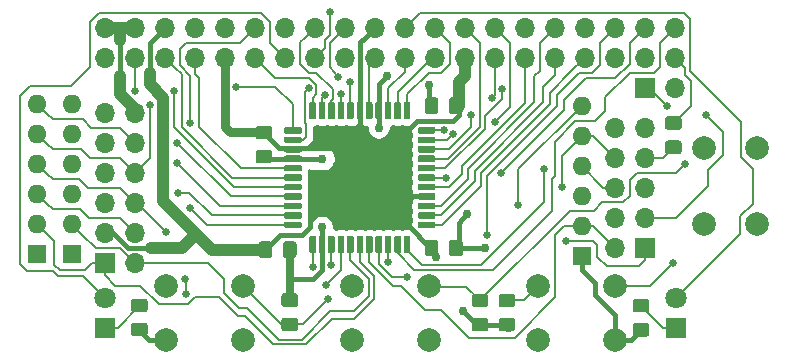
<source format=gtl>
G04 #@! TF.GenerationSoftware,KiCad,Pcbnew,5.1.5+dfsg1-2build2*
G04 #@! TF.CreationDate,2022-05-20T20:59:30-04:00*
G04 #@! TF.ProjectId,rgb-to-hdmi,7267622d-746f-42d6-9864-6d692e6b6963,rev?*
G04 #@! TF.SameCoordinates,Original*
G04 #@! TF.FileFunction,Copper,L1,Top*
G04 #@! TF.FilePolarity,Positive*
%FSLAX46Y46*%
G04 Gerber Fmt 4.6, Leading zero omitted, Abs format (unit mm)*
G04 Created by KiCad (PCBNEW 5.1.5+dfsg1-2build2) date 2022-05-20 20:59:30*
%MOMM*%
%LPD*%
G04 APERTURE LIST*
%ADD10R,1.600000X1.600000*%
%ADD11O,1.600000X1.600000*%
%ADD12C,0.100000*%
%ADD13C,2.000000*%
%ADD14O,1.700000X1.700000*%
%ADD15R,1.700000X1.700000*%
%ADD16C,1.800000*%
%ADD17R,1.800000X1.800000*%
%ADD18C,0.762000*%
%ADD19C,0.660400*%
%ADD20C,0.381000*%
%ADD21C,0.635000*%
%ADD22C,0.203200*%
%ADD23C,1.016000*%
%ADD24C,0.762000*%
%ADD25C,0.254000*%
G04 APERTURE END LIST*
D10*
X64737800Y-46060360D03*
D11*
X64737800Y-43520360D03*
X64737800Y-40980360D03*
X64737800Y-38440360D03*
X64737800Y-35900360D03*
X64737800Y-33360360D03*
D10*
X21578000Y-45907960D03*
D11*
X21578000Y-43367960D03*
X21578000Y-40827960D03*
X21578000Y-38287960D03*
X21578000Y-35747960D03*
X21578000Y-33207960D03*
G04 #@! TA.AperFunction,SMDPad,CuDef*
D12*
G36*
X40498105Y-51277764D02*
G01*
X40522373Y-51281364D01*
X40546172Y-51287325D01*
X40569271Y-51295590D01*
X40591450Y-51306080D01*
X40612493Y-51318692D01*
X40632199Y-51333307D01*
X40650377Y-51349783D01*
X40666853Y-51367961D01*
X40681468Y-51387667D01*
X40694080Y-51408710D01*
X40704570Y-51430889D01*
X40712835Y-51453988D01*
X40718796Y-51477787D01*
X40722396Y-51502055D01*
X40723600Y-51526559D01*
X40723600Y-52176561D01*
X40722396Y-52201065D01*
X40718796Y-52225333D01*
X40712835Y-52249132D01*
X40704570Y-52272231D01*
X40694080Y-52294410D01*
X40681468Y-52315453D01*
X40666853Y-52335159D01*
X40650377Y-52353337D01*
X40632199Y-52369813D01*
X40612493Y-52384428D01*
X40591450Y-52397040D01*
X40569271Y-52407530D01*
X40546172Y-52415795D01*
X40522373Y-52421756D01*
X40498105Y-52425356D01*
X40473601Y-52426560D01*
X39573599Y-52426560D01*
X39549095Y-52425356D01*
X39524827Y-52421756D01*
X39501028Y-52415795D01*
X39477929Y-52407530D01*
X39455750Y-52397040D01*
X39434707Y-52384428D01*
X39415001Y-52369813D01*
X39396823Y-52353337D01*
X39380347Y-52335159D01*
X39365732Y-52315453D01*
X39353120Y-52294410D01*
X39342630Y-52272231D01*
X39334365Y-52249132D01*
X39328404Y-52225333D01*
X39324804Y-52201065D01*
X39323600Y-52176561D01*
X39323600Y-51526559D01*
X39324804Y-51502055D01*
X39328404Y-51477787D01*
X39334365Y-51453988D01*
X39342630Y-51430889D01*
X39353120Y-51408710D01*
X39365732Y-51387667D01*
X39380347Y-51367961D01*
X39396823Y-51349783D01*
X39415001Y-51333307D01*
X39434707Y-51318692D01*
X39455750Y-51306080D01*
X39477929Y-51295590D01*
X39501028Y-51287325D01*
X39524827Y-51281364D01*
X39549095Y-51277764D01*
X39573599Y-51276560D01*
X40473601Y-51276560D01*
X40498105Y-51277764D01*
G37*
G04 #@! TD.AperFunction*
G04 #@! TA.AperFunction,SMDPad,CuDef*
G36*
X40498105Y-49227764D02*
G01*
X40522373Y-49231364D01*
X40546172Y-49237325D01*
X40569271Y-49245590D01*
X40591450Y-49256080D01*
X40612493Y-49268692D01*
X40632199Y-49283307D01*
X40650377Y-49299783D01*
X40666853Y-49317961D01*
X40681468Y-49337667D01*
X40694080Y-49358710D01*
X40704570Y-49380889D01*
X40712835Y-49403988D01*
X40718796Y-49427787D01*
X40722396Y-49452055D01*
X40723600Y-49476559D01*
X40723600Y-50126561D01*
X40722396Y-50151065D01*
X40718796Y-50175333D01*
X40712835Y-50199132D01*
X40704570Y-50222231D01*
X40694080Y-50244410D01*
X40681468Y-50265453D01*
X40666853Y-50285159D01*
X40650377Y-50303337D01*
X40632199Y-50319813D01*
X40612493Y-50334428D01*
X40591450Y-50347040D01*
X40569271Y-50357530D01*
X40546172Y-50365795D01*
X40522373Y-50371756D01*
X40498105Y-50375356D01*
X40473601Y-50376560D01*
X39573599Y-50376560D01*
X39549095Y-50375356D01*
X39524827Y-50371756D01*
X39501028Y-50365795D01*
X39477929Y-50357530D01*
X39455750Y-50347040D01*
X39434707Y-50334428D01*
X39415001Y-50319813D01*
X39396823Y-50303337D01*
X39380347Y-50285159D01*
X39365732Y-50265453D01*
X39353120Y-50244410D01*
X39342630Y-50222231D01*
X39334365Y-50199132D01*
X39328404Y-50175333D01*
X39324804Y-50151065D01*
X39323600Y-50126561D01*
X39323600Y-49476559D01*
X39324804Y-49452055D01*
X39328404Y-49427787D01*
X39334365Y-49403988D01*
X39342630Y-49380889D01*
X39353120Y-49358710D01*
X39365732Y-49337667D01*
X39380347Y-49317961D01*
X39396823Y-49299783D01*
X39415001Y-49283307D01*
X39434707Y-49268692D01*
X39455750Y-49256080D01*
X39477929Y-49245590D01*
X39501028Y-49237325D01*
X39524827Y-49231364D01*
X39549095Y-49227764D01*
X39573599Y-49226560D01*
X40473601Y-49226560D01*
X40498105Y-49227764D01*
G37*
G04 #@! TD.AperFunction*
G04 #@! TA.AperFunction,SMDPad,CuDef*
G36*
X52237977Y-43156622D02*
G01*
X52251325Y-43158602D01*
X52264414Y-43161881D01*
X52277119Y-43166427D01*
X52289317Y-43172196D01*
X52300891Y-43179133D01*
X52311729Y-43187171D01*
X52321727Y-43196233D01*
X52330789Y-43206231D01*
X52338827Y-43217069D01*
X52345764Y-43228643D01*
X52351533Y-43240841D01*
X52356079Y-43253546D01*
X52359358Y-43266635D01*
X52361338Y-43279983D01*
X52362000Y-43293460D01*
X52362000Y-43568460D01*
X52361338Y-43581937D01*
X52359358Y-43595285D01*
X52356079Y-43608374D01*
X52351533Y-43621079D01*
X52345764Y-43633277D01*
X52338827Y-43644851D01*
X52330789Y-43655689D01*
X52321727Y-43665687D01*
X52311729Y-43674749D01*
X52300891Y-43682787D01*
X52289317Y-43689724D01*
X52277119Y-43695493D01*
X52264414Y-43700039D01*
X52251325Y-43703318D01*
X52237977Y-43705298D01*
X52224500Y-43705960D01*
X51024500Y-43705960D01*
X51011023Y-43705298D01*
X50997675Y-43703318D01*
X50984586Y-43700039D01*
X50971881Y-43695493D01*
X50959683Y-43689724D01*
X50948109Y-43682787D01*
X50937271Y-43674749D01*
X50927273Y-43665687D01*
X50918211Y-43655689D01*
X50910173Y-43644851D01*
X50903236Y-43633277D01*
X50897467Y-43621079D01*
X50892921Y-43608374D01*
X50889642Y-43595285D01*
X50887662Y-43581937D01*
X50887000Y-43568460D01*
X50887000Y-43293460D01*
X50887662Y-43279983D01*
X50889642Y-43266635D01*
X50892921Y-43253546D01*
X50897467Y-43240841D01*
X50903236Y-43228643D01*
X50910173Y-43217069D01*
X50918211Y-43206231D01*
X50927273Y-43196233D01*
X50937271Y-43187171D01*
X50948109Y-43179133D01*
X50959683Y-43172196D01*
X50971881Y-43166427D01*
X50984586Y-43161881D01*
X50997675Y-43158602D01*
X51011023Y-43156622D01*
X51024500Y-43155960D01*
X52224500Y-43155960D01*
X52237977Y-43156622D01*
G37*
G04 #@! TD.AperFunction*
G04 #@! TA.AperFunction,SMDPad,CuDef*
G36*
X52237977Y-42356622D02*
G01*
X52251325Y-42358602D01*
X52264414Y-42361881D01*
X52277119Y-42366427D01*
X52289317Y-42372196D01*
X52300891Y-42379133D01*
X52311729Y-42387171D01*
X52321727Y-42396233D01*
X52330789Y-42406231D01*
X52338827Y-42417069D01*
X52345764Y-42428643D01*
X52351533Y-42440841D01*
X52356079Y-42453546D01*
X52359358Y-42466635D01*
X52361338Y-42479983D01*
X52362000Y-42493460D01*
X52362000Y-42768460D01*
X52361338Y-42781937D01*
X52359358Y-42795285D01*
X52356079Y-42808374D01*
X52351533Y-42821079D01*
X52345764Y-42833277D01*
X52338827Y-42844851D01*
X52330789Y-42855689D01*
X52321727Y-42865687D01*
X52311729Y-42874749D01*
X52300891Y-42882787D01*
X52289317Y-42889724D01*
X52277119Y-42895493D01*
X52264414Y-42900039D01*
X52251325Y-42903318D01*
X52237977Y-42905298D01*
X52224500Y-42905960D01*
X51024500Y-42905960D01*
X51011023Y-42905298D01*
X50997675Y-42903318D01*
X50984586Y-42900039D01*
X50971881Y-42895493D01*
X50959683Y-42889724D01*
X50948109Y-42882787D01*
X50937271Y-42874749D01*
X50927273Y-42865687D01*
X50918211Y-42855689D01*
X50910173Y-42844851D01*
X50903236Y-42833277D01*
X50897467Y-42821079D01*
X50892921Y-42808374D01*
X50889642Y-42795285D01*
X50887662Y-42781937D01*
X50887000Y-42768460D01*
X50887000Y-42493460D01*
X50887662Y-42479983D01*
X50889642Y-42466635D01*
X50892921Y-42453546D01*
X50897467Y-42440841D01*
X50903236Y-42428643D01*
X50910173Y-42417069D01*
X50918211Y-42406231D01*
X50927273Y-42396233D01*
X50937271Y-42387171D01*
X50948109Y-42379133D01*
X50959683Y-42372196D01*
X50971881Y-42366427D01*
X50984586Y-42361881D01*
X50997675Y-42358602D01*
X51011023Y-42356622D01*
X51024500Y-42355960D01*
X52224500Y-42355960D01*
X52237977Y-42356622D01*
G37*
G04 #@! TD.AperFunction*
G04 #@! TA.AperFunction,SMDPad,CuDef*
G36*
X52237977Y-41556622D02*
G01*
X52251325Y-41558602D01*
X52264414Y-41561881D01*
X52277119Y-41566427D01*
X52289317Y-41572196D01*
X52300891Y-41579133D01*
X52311729Y-41587171D01*
X52321727Y-41596233D01*
X52330789Y-41606231D01*
X52338827Y-41617069D01*
X52345764Y-41628643D01*
X52351533Y-41640841D01*
X52356079Y-41653546D01*
X52359358Y-41666635D01*
X52361338Y-41679983D01*
X52362000Y-41693460D01*
X52362000Y-41968460D01*
X52361338Y-41981937D01*
X52359358Y-41995285D01*
X52356079Y-42008374D01*
X52351533Y-42021079D01*
X52345764Y-42033277D01*
X52338827Y-42044851D01*
X52330789Y-42055689D01*
X52321727Y-42065687D01*
X52311729Y-42074749D01*
X52300891Y-42082787D01*
X52289317Y-42089724D01*
X52277119Y-42095493D01*
X52264414Y-42100039D01*
X52251325Y-42103318D01*
X52237977Y-42105298D01*
X52224500Y-42105960D01*
X51024500Y-42105960D01*
X51011023Y-42105298D01*
X50997675Y-42103318D01*
X50984586Y-42100039D01*
X50971881Y-42095493D01*
X50959683Y-42089724D01*
X50948109Y-42082787D01*
X50937271Y-42074749D01*
X50927273Y-42065687D01*
X50918211Y-42055689D01*
X50910173Y-42044851D01*
X50903236Y-42033277D01*
X50897467Y-42021079D01*
X50892921Y-42008374D01*
X50889642Y-41995285D01*
X50887662Y-41981937D01*
X50887000Y-41968460D01*
X50887000Y-41693460D01*
X50887662Y-41679983D01*
X50889642Y-41666635D01*
X50892921Y-41653546D01*
X50897467Y-41640841D01*
X50903236Y-41628643D01*
X50910173Y-41617069D01*
X50918211Y-41606231D01*
X50927273Y-41596233D01*
X50937271Y-41587171D01*
X50948109Y-41579133D01*
X50959683Y-41572196D01*
X50971881Y-41566427D01*
X50984586Y-41561881D01*
X50997675Y-41558602D01*
X51011023Y-41556622D01*
X51024500Y-41555960D01*
X52224500Y-41555960D01*
X52237977Y-41556622D01*
G37*
G04 #@! TD.AperFunction*
G04 #@! TA.AperFunction,SMDPad,CuDef*
G36*
X52237977Y-40756622D02*
G01*
X52251325Y-40758602D01*
X52264414Y-40761881D01*
X52277119Y-40766427D01*
X52289317Y-40772196D01*
X52300891Y-40779133D01*
X52311729Y-40787171D01*
X52321727Y-40796233D01*
X52330789Y-40806231D01*
X52338827Y-40817069D01*
X52345764Y-40828643D01*
X52351533Y-40840841D01*
X52356079Y-40853546D01*
X52359358Y-40866635D01*
X52361338Y-40879983D01*
X52362000Y-40893460D01*
X52362000Y-41168460D01*
X52361338Y-41181937D01*
X52359358Y-41195285D01*
X52356079Y-41208374D01*
X52351533Y-41221079D01*
X52345764Y-41233277D01*
X52338827Y-41244851D01*
X52330789Y-41255689D01*
X52321727Y-41265687D01*
X52311729Y-41274749D01*
X52300891Y-41282787D01*
X52289317Y-41289724D01*
X52277119Y-41295493D01*
X52264414Y-41300039D01*
X52251325Y-41303318D01*
X52237977Y-41305298D01*
X52224500Y-41305960D01*
X51024500Y-41305960D01*
X51011023Y-41305298D01*
X50997675Y-41303318D01*
X50984586Y-41300039D01*
X50971881Y-41295493D01*
X50959683Y-41289724D01*
X50948109Y-41282787D01*
X50937271Y-41274749D01*
X50927273Y-41265687D01*
X50918211Y-41255689D01*
X50910173Y-41244851D01*
X50903236Y-41233277D01*
X50897467Y-41221079D01*
X50892921Y-41208374D01*
X50889642Y-41195285D01*
X50887662Y-41181937D01*
X50887000Y-41168460D01*
X50887000Y-40893460D01*
X50887662Y-40879983D01*
X50889642Y-40866635D01*
X50892921Y-40853546D01*
X50897467Y-40840841D01*
X50903236Y-40828643D01*
X50910173Y-40817069D01*
X50918211Y-40806231D01*
X50927273Y-40796233D01*
X50937271Y-40787171D01*
X50948109Y-40779133D01*
X50959683Y-40772196D01*
X50971881Y-40766427D01*
X50984586Y-40761881D01*
X50997675Y-40758602D01*
X51011023Y-40756622D01*
X51024500Y-40755960D01*
X52224500Y-40755960D01*
X52237977Y-40756622D01*
G37*
G04 #@! TD.AperFunction*
G04 #@! TA.AperFunction,SMDPad,CuDef*
G36*
X52237977Y-39956622D02*
G01*
X52251325Y-39958602D01*
X52264414Y-39961881D01*
X52277119Y-39966427D01*
X52289317Y-39972196D01*
X52300891Y-39979133D01*
X52311729Y-39987171D01*
X52321727Y-39996233D01*
X52330789Y-40006231D01*
X52338827Y-40017069D01*
X52345764Y-40028643D01*
X52351533Y-40040841D01*
X52356079Y-40053546D01*
X52359358Y-40066635D01*
X52361338Y-40079983D01*
X52362000Y-40093460D01*
X52362000Y-40368460D01*
X52361338Y-40381937D01*
X52359358Y-40395285D01*
X52356079Y-40408374D01*
X52351533Y-40421079D01*
X52345764Y-40433277D01*
X52338827Y-40444851D01*
X52330789Y-40455689D01*
X52321727Y-40465687D01*
X52311729Y-40474749D01*
X52300891Y-40482787D01*
X52289317Y-40489724D01*
X52277119Y-40495493D01*
X52264414Y-40500039D01*
X52251325Y-40503318D01*
X52237977Y-40505298D01*
X52224500Y-40505960D01*
X51024500Y-40505960D01*
X51011023Y-40505298D01*
X50997675Y-40503318D01*
X50984586Y-40500039D01*
X50971881Y-40495493D01*
X50959683Y-40489724D01*
X50948109Y-40482787D01*
X50937271Y-40474749D01*
X50927273Y-40465687D01*
X50918211Y-40455689D01*
X50910173Y-40444851D01*
X50903236Y-40433277D01*
X50897467Y-40421079D01*
X50892921Y-40408374D01*
X50889642Y-40395285D01*
X50887662Y-40381937D01*
X50887000Y-40368460D01*
X50887000Y-40093460D01*
X50887662Y-40079983D01*
X50889642Y-40066635D01*
X50892921Y-40053546D01*
X50897467Y-40040841D01*
X50903236Y-40028643D01*
X50910173Y-40017069D01*
X50918211Y-40006231D01*
X50927273Y-39996233D01*
X50937271Y-39987171D01*
X50948109Y-39979133D01*
X50959683Y-39972196D01*
X50971881Y-39966427D01*
X50984586Y-39961881D01*
X50997675Y-39958602D01*
X51011023Y-39956622D01*
X51024500Y-39955960D01*
X52224500Y-39955960D01*
X52237977Y-39956622D01*
G37*
G04 #@! TD.AperFunction*
G04 #@! TA.AperFunction,SMDPad,CuDef*
G36*
X52237977Y-39156622D02*
G01*
X52251325Y-39158602D01*
X52264414Y-39161881D01*
X52277119Y-39166427D01*
X52289317Y-39172196D01*
X52300891Y-39179133D01*
X52311729Y-39187171D01*
X52321727Y-39196233D01*
X52330789Y-39206231D01*
X52338827Y-39217069D01*
X52345764Y-39228643D01*
X52351533Y-39240841D01*
X52356079Y-39253546D01*
X52359358Y-39266635D01*
X52361338Y-39279983D01*
X52362000Y-39293460D01*
X52362000Y-39568460D01*
X52361338Y-39581937D01*
X52359358Y-39595285D01*
X52356079Y-39608374D01*
X52351533Y-39621079D01*
X52345764Y-39633277D01*
X52338827Y-39644851D01*
X52330789Y-39655689D01*
X52321727Y-39665687D01*
X52311729Y-39674749D01*
X52300891Y-39682787D01*
X52289317Y-39689724D01*
X52277119Y-39695493D01*
X52264414Y-39700039D01*
X52251325Y-39703318D01*
X52237977Y-39705298D01*
X52224500Y-39705960D01*
X51024500Y-39705960D01*
X51011023Y-39705298D01*
X50997675Y-39703318D01*
X50984586Y-39700039D01*
X50971881Y-39695493D01*
X50959683Y-39689724D01*
X50948109Y-39682787D01*
X50937271Y-39674749D01*
X50927273Y-39665687D01*
X50918211Y-39655689D01*
X50910173Y-39644851D01*
X50903236Y-39633277D01*
X50897467Y-39621079D01*
X50892921Y-39608374D01*
X50889642Y-39595285D01*
X50887662Y-39581937D01*
X50887000Y-39568460D01*
X50887000Y-39293460D01*
X50887662Y-39279983D01*
X50889642Y-39266635D01*
X50892921Y-39253546D01*
X50897467Y-39240841D01*
X50903236Y-39228643D01*
X50910173Y-39217069D01*
X50918211Y-39206231D01*
X50927273Y-39196233D01*
X50937271Y-39187171D01*
X50948109Y-39179133D01*
X50959683Y-39172196D01*
X50971881Y-39166427D01*
X50984586Y-39161881D01*
X50997675Y-39158602D01*
X51011023Y-39156622D01*
X51024500Y-39155960D01*
X52224500Y-39155960D01*
X52237977Y-39156622D01*
G37*
G04 #@! TD.AperFunction*
G04 #@! TA.AperFunction,SMDPad,CuDef*
G36*
X52237977Y-38356622D02*
G01*
X52251325Y-38358602D01*
X52264414Y-38361881D01*
X52277119Y-38366427D01*
X52289317Y-38372196D01*
X52300891Y-38379133D01*
X52311729Y-38387171D01*
X52321727Y-38396233D01*
X52330789Y-38406231D01*
X52338827Y-38417069D01*
X52345764Y-38428643D01*
X52351533Y-38440841D01*
X52356079Y-38453546D01*
X52359358Y-38466635D01*
X52361338Y-38479983D01*
X52362000Y-38493460D01*
X52362000Y-38768460D01*
X52361338Y-38781937D01*
X52359358Y-38795285D01*
X52356079Y-38808374D01*
X52351533Y-38821079D01*
X52345764Y-38833277D01*
X52338827Y-38844851D01*
X52330789Y-38855689D01*
X52321727Y-38865687D01*
X52311729Y-38874749D01*
X52300891Y-38882787D01*
X52289317Y-38889724D01*
X52277119Y-38895493D01*
X52264414Y-38900039D01*
X52251325Y-38903318D01*
X52237977Y-38905298D01*
X52224500Y-38905960D01*
X51024500Y-38905960D01*
X51011023Y-38905298D01*
X50997675Y-38903318D01*
X50984586Y-38900039D01*
X50971881Y-38895493D01*
X50959683Y-38889724D01*
X50948109Y-38882787D01*
X50937271Y-38874749D01*
X50927273Y-38865687D01*
X50918211Y-38855689D01*
X50910173Y-38844851D01*
X50903236Y-38833277D01*
X50897467Y-38821079D01*
X50892921Y-38808374D01*
X50889642Y-38795285D01*
X50887662Y-38781937D01*
X50887000Y-38768460D01*
X50887000Y-38493460D01*
X50887662Y-38479983D01*
X50889642Y-38466635D01*
X50892921Y-38453546D01*
X50897467Y-38440841D01*
X50903236Y-38428643D01*
X50910173Y-38417069D01*
X50918211Y-38406231D01*
X50927273Y-38396233D01*
X50937271Y-38387171D01*
X50948109Y-38379133D01*
X50959683Y-38372196D01*
X50971881Y-38366427D01*
X50984586Y-38361881D01*
X50997675Y-38358602D01*
X51011023Y-38356622D01*
X51024500Y-38355960D01*
X52224500Y-38355960D01*
X52237977Y-38356622D01*
G37*
G04 #@! TD.AperFunction*
G04 #@! TA.AperFunction,SMDPad,CuDef*
G36*
X52237977Y-37556622D02*
G01*
X52251325Y-37558602D01*
X52264414Y-37561881D01*
X52277119Y-37566427D01*
X52289317Y-37572196D01*
X52300891Y-37579133D01*
X52311729Y-37587171D01*
X52321727Y-37596233D01*
X52330789Y-37606231D01*
X52338827Y-37617069D01*
X52345764Y-37628643D01*
X52351533Y-37640841D01*
X52356079Y-37653546D01*
X52359358Y-37666635D01*
X52361338Y-37679983D01*
X52362000Y-37693460D01*
X52362000Y-37968460D01*
X52361338Y-37981937D01*
X52359358Y-37995285D01*
X52356079Y-38008374D01*
X52351533Y-38021079D01*
X52345764Y-38033277D01*
X52338827Y-38044851D01*
X52330789Y-38055689D01*
X52321727Y-38065687D01*
X52311729Y-38074749D01*
X52300891Y-38082787D01*
X52289317Y-38089724D01*
X52277119Y-38095493D01*
X52264414Y-38100039D01*
X52251325Y-38103318D01*
X52237977Y-38105298D01*
X52224500Y-38105960D01*
X51024500Y-38105960D01*
X51011023Y-38105298D01*
X50997675Y-38103318D01*
X50984586Y-38100039D01*
X50971881Y-38095493D01*
X50959683Y-38089724D01*
X50948109Y-38082787D01*
X50937271Y-38074749D01*
X50927273Y-38065687D01*
X50918211Y-38055689D01*
X50910173Y-38044851D01*
X50903236Y-38033277D01*
X50897467Y-38021079D01*
X50892921Y-38008374D01*
X50889642Y-37995285D01*
X50887662Y-37981937D01*
X50887000Y-37968460D01*
X50887000Y-37693460D01*
X50887662Y-37679983D01*
X50889642Y-37666635D01*
X50892921Y-37653546D01*
X50897467Y-37640841D01*
X50903236Y-37628643D01*
X50910173Y-37617069D01*
X50918211Y-37606231D01*
X50927273Y-37596233D01*
X50937271Y-37587171D01*
X50948109Y-37579133D01*
X50959683Y-37572196D01*
X50971881Y-37566427D01*
X50984586Y-37561881D01*
X50997675Y-37558602D01*
X51011023Y-37556622D01*
X51024500Y-37555960D01*
X52224500Y-37555960D01*
X52237977Y-37556622D01*
G37*
G04 #@! TD.AperFunction*
G04 #@! TA.AperFunction,SMDPad,CuDef*
G36*
X52237977Y-36756622D02*
G01*
X52251325Y-36758602D01*
X52264414Y-36761881D01*
X52277119Y-36766427D01*
X52289317Y-36772196D01*
X52300891Y-36779133D01*
X52311729Y-36787171D01*
X52321727Y-36796233D01*
X52330789Y-36806231D01*
X52338827Y-36817069D01*
X52345764Y-36828643D01*
X52351533Y-36840841D01*
X52356079Y-36853546D01*
X52359358Y-36866635D01*
X52361338Y-36879983D01*
X52362000Y-36893460D01*
X52362000Y-37168460D01*
X52361338Y-37181937D01*
X52359358Y-37195285D01*
X52356079Y-37208374D01*
X52351533Y-37221079D01*
X52345764Y-37233277D01*
X52338827Y-37244851D01*
X52330789Y-37255689D01*
X52321727Y-37265687D01*
X52311729Y-37274749D01*
X52300891Y-37282787D01*
X52289317Y-37289724D01*
X52277119Y-37295493D01*
X52264414Y-37300039D01*
X52251325Y-37303318D01*
X52237977Y-37305298D01*
X52224500Y-37305960D01*
X51024500Y-37305960D01*
X51011023Y-37305298D01*
X50997675Y-37303318D01*
X50984586Y-37300039D01*
X50971881Y-37295493D01*
X50959683Y-37289724D01*
X50948109Y-37282787D01*
X50937271Y-37274749D01*
X50927273Y-37265687D01*
X50918211Y-37255689D01*
X50910173Y-37244851D01*
X50903236Y-37233277D01*
X50897467Y-37221079D01*
X50892921Y-37208374D01*
X50889642Y-37195285D01*
X50887662Y-37181937D01*
X50887000Y-37168460D01*
X50887000Y-36893460D01*
X50887662Y-36879983D01*
X50889642Y-36866635D01*
X50892921Y-36853546D01*
X50897467Y-36840841D01*
X50903236Y-36828643D01*
X50910173Y-36817069D01*
X50918211Y-36806231D01*
X50927273Y-36796233D01*
X50937271Y-36787171D01*
X50948109Y-36779133D01*
X50959683Y-36772196D01*
X50971881Y-36766427D01*
X50984586Y-36761881D01*
X50997675Y-36758602D01*
X51011023Y-36756622D01*
X51024500Y-36755960D01*
X52224500Y-36755960D01*
X52237977Y-36756622D01*
G37*
G04 #@! TD.AperFunction*
G04 #@! TA.AperFunction,SMDPad,CuDef*
G36*
X52237977Y-35956622D02*
G01*
X52251325Y-35958602D01*
X52264414Y-35961881D01*
X52277119Y-35966427D01*
X52289317Y-35972196D01*
X52300891Y-35979133D01*
X52311729Y-35987171D01*
X52321727Y-35996233D01*
X52330789Y-36006231D01*
X52338827Y-36017069D01*
X52345764Y-36028643D01*
X52351533Y-36040841D01*
X52356079Y-36053546D01*
X52359358Y-36066635D01*
X52361338Y-36079983D01*
X52362000Y-36093460D01*
X52362000Y-36368460D01*
X52361338Y-36381937D01*
X52359358Y-36395285D01*
X52356079Y-36408374D01*
X52351533Y-36421079D01*
X52345764Y-36433277D01*
X52338827Y-36444851D01*
X52330789Y-36455689D01*
X52321727Y-36465687D01*
X52311729Y-36474749D01*
X52300891Y-36482787D01*
X52289317Y-36489724D01*
X52277119Y-36495493D01*
X52264414Y-36500039D01*
X52251325Y-36503318D01*
X52237977Y-36505298D01*
X52224500Y-36505960D01*
X51024500Y-36505960D01*
X51011023Y-36505298D01*
X50997675Y-36503318D01*
X50984586Y-36500039D01*
X50971881Y-36495493D01*
X50959683Y-36489724D01*
X50948109Y-36482787D01*
X50937271Y-36474749D01*
X50927273Y-36465687D01*
X50918211Y-36455689D01*
X50910173Y-36444851D01*
X50903236Y-36433277D01*
X50897467Y-36421079D01*
X50892921Y-36408374D01*
X50889642Y-36395285D01*
X50887662Y-36381937D01*
X50887000Y-36368460D01*
X50887000Y-36093460D01*
X50887662Y-36079983D01*
X50889642Y-36066635D01*
X50892921Y-36053546D01*
X50897467Y-36040841D01*
X50903236Y-36028643D01*
X50910173Y-36017069D01*
X50918211Y-36006231D01*
X50927273Y-35996233D01*
X50937271Y-35987171D01*
X50948109Y-35979133D01*
X50959683Y-35972196D01*
X50971881Y-35966427D01*
X50984586Y-35961881D01*
X50997675Y-35958602D01*
X51011023Y-35956622D01*
X51024500Y-35955960D01*
X52224500Y-35955960D01*
X52237977Y-35956622D01*
G37*
G04 #@! TD.AperFunction*
G04 #@! TA.AperFunction,SMDPad,CuDef*
G36*
X52237977Y-35156622D02*
G01*
X52251325Y-35158602D01*
X52264414Y-35161881D01*
X52277119Y-35166427D01*
X52289317Y-35172196D01*
X52300891Y-35179133D01*
X52311729Y-35187171D01*
X52321727Y-35196233D01*
X52330789Y-35206231D01*
X52338827Y-35217069D01*
X52345764Y-35228643D01*
X52351533Y-35240841D01*
X52356079Y-35253546D01*
X52359358Y-35266635D01*
X52361338Y-35279983D01*
X52362000Y-35293460D01*
X52362000Y-35568460D01*
X52361338Y-35581937D01*
X52359358Y-35595285D01*
X52356079Y-35608374D01*
X52351533Y-35621079D01*
X52345764Y-35633277D01*
X52338827Y-35644851D01*
X52330789Y-35655689D01*
X52321727Y-35665687D01*
X52311729Y-35674749D01*
X52300891Y-35682787D01*
X52289317Y-35689724D01*
X52277119Y-35695493D01*
X52264414Y-35700039D01*
X52251325Y-35703318D01*
X52237977Y-35705298D01*
X52224500Y-35705960D01*
X51024500Y-35705960D01*
X51011023Y-35705298D01*
X50997675Y-35703318D01*
X50984586Y-35700039D01*
X50971881Y-35695493D01*
X50959683Y-35689724D01*
X50948109Y-35682787D01*
X50937271Y-35674749D01*
X50927273Y-35665687D01*
X50918211Y-35655689D01*
X50910173Y-35644851D01*
X50903236Y-35633277D01*
X50897467Y-35621079D01*
X50892921Y-35608374D01*
X50889642Y-35595285D01*
X50887662Y-35581937D01*
X50887000Y-35568460D01*
X50887000Y-35293460D01*
X50887662Y-35279983D01*
X50889642Y-35266635D01*
X50892921Y-35253546D01*
X50897467Y-35240841D01*
X50903236Y-35228643D01*
X50910173Y-35217069D01*
X50918211Y-35206231D01*
X50927273Y-35196233D01*
X50937271Y-35187171D01*
X50948109Y-35179133D01*
X50959683Y-35172196D01*
X50971881Y-35166427D01*
X50984586Y-35161881D01*
X50997675Y-35158602D01*
X51011023Y-35156622D01*
X51024500Y-35155960D01*
X52224500Y-35155960D01*
X52237977Y-35156622D01*
G37*
G04 #@! TD.AperFunction*
G04 #@! TA.AperFunction,SMDPad,CuDef*
G36*
X50112977Y-33031622D02*
G01*
X50126325Y-33033602D01*
X50139414Y-33036881D01*
X50152119Y-33041427D01*
X50164317Y-33047196D01*
X50175891Y-33054133D01*
X50186729Y-33062171D01*
X50196727Y-33071233D01*
X50205789Y-33081231D01*
X50213827Y-33092069D01*
X50220764Y-33103643D01*
X50226533Y-33115841D01*
X50231079Y-33128546D01*
X50234358Y-33141635D01*
X50236338Y-33154983D01*
X50237000Y-33168460D01*
X50237000Y-34368460D01*
X50236338Y-34381937D01*
X50234358Y-34395285D01*
X50231079Y-34408374D01*
X50226533Y-34421079D01*
X50220764Y-34433277D01*
X50213827Y-34444851D01*
X50205789Y-34455689D01*
X50196727Y-34465687D01*
X50186729Y-34474749D01*
X50175891Y-34482787D01*
X50164317Y-34489724D01*
X50152119Y-34495493D01*
X50139414Y-34500039D01*
X50126325Y-34503318D01*
X50112977Y-34505298D01*
X50099500Y-34505960D01*
X49824500Y-34505960D01*
X49811023Y-34505298D01*
X49797675Y-34503318D01*
X49784586Y-34500039D01*
X49771881Y-34495493D01*
X49759683Y-34489724D01*
X49748109Y-34482787D01*
X49737271Y-34474749D01*
X49727273Y-34465687D01*
X49718211Y-34455689D01*
X49710173Y-34444851D01*
X49703236Y-34433277D01*
X49697467Y-34421079D01*
X49692921Y-34408374D01*
X49689642Y-34395285D01*
X49687662Y-34381937D01*
X49687000Y-34368460D01*
X49687000Y-33168460D01*
X49687662Y-33154983D01*
X49689642Y-33141635D01*
X49692921Y-33128546D01*
X49697467Y-33115841D01*
X49703236Y-33103643D01*
X49710173Y-33092069D01*
X49718211Y-33081231D01*
X49727273Y-33071233D01*
X49737271Y-33062171D01*
X49748109Y-33054133D01*
X49759683Y-33047196D01*
X49771881Y-33041427D01*
X49784586Y-33036881D01*
X49797675Y-33033602D01*
X49811023Y-33031622D01*
X49824500Y-33030960D01*
X50099500Y-33030960D01*
X50112977Y-33031622D01*
G37*
G04 #@! TD.AperFunction*
G04 #@! TA.AperFunction,SMDPad,CuDef*
G36*
X49312977Y-33031622D02*
G01*
X49326325Y-33033602D01*
X49339414Y-33036881D01*
X49352119Y-33041427D01*
X49364317Y-33047196D01*
X49375891Y-33054133D01*
X49386729Y-33062171D01*
X49396727Y-33071233D01*
X49405789Y-33081231D01*
X49413827Y-33092069D01*
X49420764Y-33103643D01*
X49426533Y-33115841D01*
X49431079Y-33128546D01*
X49434358Y-33141635D01*
X49436338Y-33154983D01*
X49437000Y-33168460D01*
X49437000Y-34368460D01*
X49436338Y-34381937D01*
X49434358Y-34395285D01*
X49431079Y-34408374D01*
X49426533Y-34421079D01*
X49420764Y-34433277D01*
X49413827Y-34444851D01*
X49405789Y-34455689D01*
X49396727Y-34465687D01*
X49386729Y-34474749D01*
X49375891Y-34482787D01*
X49364317Y-34489724D01*
X49352119Y-34495493D01*
X49339414Y-34500039D01*
X49326325Y-34503318D01*
X49312977Y-34505298D01*
X49299500Y-34505960D01*
X49024500Y-34505960D01*
X49011023Y-34505298D01*
X48997675Y-34503318D01*
X48984586Y-34500039D01*
X48971881Y-34495493D01*
X48959683Y-34489724D01*
X48948109Y-34482787D01*
X48937271Y-34474749D01*
X48927273Y-34465687D01*
X48918211Y-34455689D01*
X48910173Y-34444851D01*
X48903236Y-34433277D01*
X48897467Y-34421079D01*
X48892921Y-34408374D01*
X48889642Y-34395285D01*
X48887662Y-34381937D01*
X48887000Y-34368460D01*
X48887000Y-33168460D01*
X48887662Y-33154983D01*
X48889642Y-33141635D01*
X48892921Y-33128546D01*
X48897467Y-33115841D01*
X48903236Y-33103643D01*
X48910173Y-33092069D01*
X48918211Y-33081231D01*
X48927273Y-33071233D01*
X48937271Y-33062171D01*
X48948109Y-33054133D01*
X48959683Y-33047196D01*
X48971881Y-33041427D01*
X48984586Y-33036881D01*
X48997675Y-33033602D01*
X49011023Y-33031622D01*
X49024500Y-33030960D01*
X49299500Y-33030960D01*
X49312977Y-33031622D01*
G37*
G04 #@! TD.AperFunction*
G04 #@! TA.AperFunction,SMDPad,CuDef*
G36*
X48512977Y-33031622D02*
G01*
X48526325Y-33033602D01*
X48539414Y-33036881D01*
X48552119Y-33041427D01*
X48564317Y-33047196D01*
X48575891Y-33054133D01*
X48586729Y-33062171D01*
X48596727Y-33071233D01*
X48605789Y-33081231D01*
X48613827Y-33092069D01*
X48620764Y-33103643D01*
X48626533Y-33115841D01*
X48631079Y-33128546D01*
X48634358Y-33141635D01*
X48636338Y-33154983D01*
X48637000Y-33168460D01*
X48637000Y-34368460D01*
X48636338Y-34381937D01*
X48634358Y-34395285D01*
X48631079Y-34408374D01*
X48626533Y-34421079D01*
X48620764Y-34433277D01*
X48613827Y-34444851D01*
X48605789Y-34455689D01*
X48596727Y-34465687D01*
X48586729Y-34474749D01*
X48575891Y-34482787D01*
X48564317Y-34489724D01*
X48552119Y-34495493D01*
X48539414Y-34500039D01*
X48526325Y-34503318D01*
X48512977Y-34505298D01*
X48499500Y-34505960D01*
X48224500Y-34505960D01*
X48211023Y-34505298D01*
X48197675Y-34503318D01*
X48184586Y-34500039D01*
X48171881Y-34495493D01*
X48159683Y-34489724D01*
X48148109Y-34482787D01*
X48137271Y-34474749D01*
X48127273Y-34465687D01*
X48118211Y-34455689D01*
X48110173Y-34444851D01*
X48103236Y-34433277D01*
X48097467Y-34421079D01*
X48092921Y-34408374D01*
X48089642Y-34395285D01*
X48087662Y-34381937D01*
X48087000Y-34368460D01*
X48087000Y-33168460D01*
X48087662Y-33154983D01*
X48089642Y-33141635D01*
X48092921Y-33128546D01*
X48097467Y-33115841D01*
X48103236Y-33103643D01*
X48110173Y-33092069D01*
X48118211Y-33081231D01*
X48127273Y-33071233D01*
X48137271Y-33062171D01*
X48148109Y-33054133D01*
X48159683Y-33047196D01*
X48171881Y-33041427D01*
X48184586Y-33036881D01*
X48197675Y-33033602D01*
X48211023Y-33031622D01*
X48224500Y-33030960D01*
X48499500Y-33030960D01*
X48512977Y-33031622D01*
G37*
G04 #@! TD.AperFunction*
G04 #@! TA.AperFunction,SMDPad,CuDef*
G36*
X47712977Y-33031622D02*
G01*
X47726325Y-33033602D01*
X47739414Y-33036881D01*
X47752119Y-33041427D01*
X47764317Y-33047196D01*
X47775891Y-33054133D01*
X47786729Y-33062171D01*
X47796727Y-33071233D01*
X47805789Y-33081231D01*
X47813827Y-33092069D01*
X47820764Y-33103643D01*
X47826533Y-33115841D01*
X47831079Y-33128546D01*
X47834358Y-33141635D01*
X47836338Y-33154983D01*
X47837000Y-33168460D01*
X47837000Y-34368460D01*
X47836338Y-34381937D01*
X47834358Y-34395285D01*
X47831079Y-34408374D01*
X47826533Y-34421079D01*
X47820764Y-34433277D01*
X47813827Y-34444851D01*
X47805789Y-34455689D01*
X47796727Y-34465687D01*
X47786729Y-34474749D01*
X47775891Y-34482787D01*
X47764317Y-34489724D01*
X47752119Y-34495493D01*
X47739414Y-34500039D01*
X47726325Y-34503318D01*
X47712977Y-34505298D01*
X47699500Y-34505960D01*
X47424500Y-34505960D01*
X47411023Y-34505298D01*
X47397675Y-34503318D01*
X47384586Y-34500039D01*
X47371881Y-34495493D01*
X47359683Y-34489724D01*
X47348109Y-34482787D01*
X47337271Y-34474749D01*
X47327273Y-34465687D01*
X47318211Y-34455689D01*
X47310173Y-34444851D01*
X47303236Y-34433277D01*
X47297467Y-34421079D01*
X47292921Y-34408374D01*
X47289642Y-34395285D01*
X47287662Y-34381937D01*
X47287000Y-34368460D01*
X47287000Y-33168460D01*
X47287662Y-33154983D01*
X47289642Y-33141635D01*
X47292921Y-33128546D01*
X47297467Y-33115841D01*
X47303236Y-33103643D01*
X47310173Y-33092069D01*
X47318211Y-33081231D01*
X47327273Y-33071233D01*
X47337271Y-33062171D01*
X47348109Y-33054133D01*
X47359683Y-33047196D01*
X47371881Y-33041427D01*
X47384586Y-33036881D01*
X47397675Y-33033602D01*
X47411023Y-33031622D01*
X47424500Y-33030960D01*
X47699500Y-33030960D01*
X47712977Y-33031622D01*
G37*
G04 #@! TD.AperFunction*
G04 #@! TA.AperFunction,SMDPad,CuDef*
G36*
X46912977Y-33031622D02*
G01*
X46926325Y-33033602D01*
X46939414Y-33036881D01*
X46952119Y-33041427D01*
X46964317Y-33047196D01*
X46975891Y-33054133D01*
X46986729Y-33062171D01*
X46996727Y-33071233D01*
X47005789Y-33081231D01*
X47013827Y-33092069D01*
X47020764Y-33103643D01*
X47026533Y-33115841D01*
X47031079Y-33128546D01*
X47034358Y-33141635D01*
X47036338Y-33154983D01*
X47037000Y-33168460D01*
X47037000Y-34368460D01*
X47036338Y-34381937D01*
X47034358Y-34395285D01*
X47031079Y-34408374D01*
X47026533Y-34421079D01*
X47020764Y-34433277D01*
X47013827Y-34444851D01*
X47005789Y-34455689D01*
X46996727Y-34465687D01*
X46986729Y-34474749D01*
X46975891Y-34482787D01*
X46964317Y-34489724D01*
X46952119Y-34495493D01*
X46939414Y-34500039D01*
X46926325Y-34503318D01*
X46912977Y-34505298D01*
X46899500Y-34505960D01*
X46624500Y-34505960D01*
X46611023Y-34505298D01*
X46597675Y-34503318D01*
X46584586Y-34500039D01*
X46571881Y-34495493D01*
X46559683Y-34489724D01*
X46548109Y-34482787D01*
X46537271Y-34474749D01*
X46527273Y-34465687D01*
X46518211Y-34455689D01*
X46510173Y-34444851D01*
X46503236Y-34433277D01*
X46497467Y-34421079D01*
X46492921Y-34408374D01*
X46489642Y-34395285D01*
X46487662Y-34381937D01*
X46487000Y-34368460D01*
X46487000Y-33168460D01*
X46487662Y-33154983D01*
X46489642Y-33141635D01*
X46492921Y-33128546D01*
X46497467Y-33115841D01*
X46503236Y-33103643D01*
X46510173Y-33092069D01*
X46518211Y-33081231D01*
X46527273Y-33071233D01*
X46537271Y-33062171D01*
X46548109Y-33054133D01*
X46559683Y-33047196D01*
X46571881Y-33041427D01*
X46584586Y-33036881D01*
X46597675Y-33033602D01*
X46611023Y-33031622D01*
X46624500Y-33030960D01*
X46899500Y-33030960D01*
X46912977Y-33031622D01*
G37*
G04 #@! TD.AperFunction*
G04 #@! TA.AperFunction,SMDPad,CuDef*
G36*
X46112977Y-33031622D02*
G01*
X46126325Y-33033602D01*
X46139414Y-33036881D01*
X46152119Y-33041427D01*
X46164317Y-33047196D01*
X46175891Y-33054133D01*
X46186729Y-33062171D01*
X46196727Y-33071233D01*
X46205789Y-33081231D01*
X46213827Y-33092069D01*
X46220764Y-33103643D01*
X46226533Y-33115841D01*
X46231079Y-33128546D01*
X46234358Y-33141635D01*
X46236338Y-33154983D01*
X46237000Y-33168460D01*
X46237000Y-34368460D01*
X46236338Y-34381937D01*
X46234358Y-34395285D01*
X46231079Y-34408374D01*
X46226533Y-34421079D01*
X46220764Y-34433277D01*
X46213827Y-34444851D01*
X46205789Y-34455689D01*
X46196727Y-34465687D01*
X46186729Y-34474749D01*
X46175891Y-34482787D01*
X46164317Y-34489724D01*
X46152119Y-34495493D01*
X46139414Y-34500039D01*
X46126325Y-34503318D01*
X46112977Y-34505298D01*
X46099500Y-34505960D01*
X45824500Y-34505960D01*
X45811023Y-34505298D01*
X45797675Y-34503318D01*
X45784586Y-34500039D01*
X45771881Y-34495493D01*
X45759683Y-34489724D01*
X45748109Y-34482787D01*
X45737271Y-34474749D01*
X45727273Y-34465687D01*
X45718211Y-34455689D01*
X45710173Y-34444851D01*
X45703236Y-34433277D01*
X45697467Y-34421079D01*
X45692921Y-34408374D01*
X45689642Y-34395285D01*
X45687662Y-34381937D01*
X45687000Y-34368460D01*
X45687000Y-33168460D01*
X45687662Y-33154983D01*
X45689642Y-33141635D01*
X45692921Y-33128546D01*
X45697467Y-33115841D01*
X45703236Y-33103643D01*
X45710173Y-33092069D01*
X45718211Y-33081231D01*
X45727273Y-33071233D01*
X45737271Y-33062171D01*
X45748109Y-33054133D01*
X45759683Y-33047196D01*
X45771881Y-33041427D01*
X45784586Y-33036881D01*
X45797675Y-33033602D01*
X45811023Y-33031622D01*
X45824500Y-33030960D01*
X46099500Y-33030960D01*
X46112977Y-33031622D01*
G37*
G04 #@! TD.AperFunction*
G04 #@! TA.AperFunction,SMDPad,CuDef*
G36*
X45312977Y-33031622D02*
G01*
X45326325Y-33033602D01*
X45339414Y-33036881D01*
X45352119Y-33041427D01*
X45364317Y-33047196D01*
X45375891Y-33054133D01*
X45386729Y-33062171D01*
X45396727Y-33071233D01*
X45405789Y-33081231D01*
X45413827Y-33092069D01*
X45420764Y-33103643D01*
X45426533Y-33115841D01*
X45431079Y-33128546D01*
X45434358Y-33141635D01*
X45436338Y-33154983D01*
X45437000Y-33168460D01*
X45437000Y-34368460D01*
X45436338Y-34381937D01*
X45434358Y-34395285D01*
X45431079Y-34408374D01*
X45426533Y-34421079D01*
X45420764Y-34433277D01*
X45413827Y-34444851D01*
X45405789Y-34455689D01*
X45396727Y-34465687D01*
X45386729Y-34474749D01*
X45375891Y-34482787D01*
X45364317Y-34489724D01*
X45352119Y-34495493D01*
X45339414Y-34500039D01*
X45326325Y-34503318D01*
X45312977Y-34505298D01*
X45299500Y-34505960D01*
X45024500Y-34505960D01*
X45011023Y-34505298D01*
X44997675Y-34503318D01*
X44984586Y-34500039D01*
X44971881Y-34495493D01*
X44959683Y-34489724D01*
X44948109Y-34482787D01*
X44937271Y-34474749D01*
X44927273Y-34465687D01*
X44918211Y-34455689D01*
X44910173Y-34444851D01*
X44903236Y-34433277D01*
X44897467Y-34421079D01*
X44892921Y-34408374D01*
X44889642Y-34395285D01*
X44887662Y-34381937D01*
X44887000Y-34368460D01*
X44887000Y-33168460D01*
X44887662Y-33154983D01*
X44889642Y-33141635D01*
X44892921Y-33128546D01*
X44897467Y-33115841D01*
X44903236Y-33103643D01*
X44910173Y-33092069D01*
X44918211Y-33081231D01*
X44927273Y-33071233D01*
X44937271Y-33062171D01*
X44948109Y-33054133D01*
X44959683Y-33047196D01*
X44971881Y-33041427D01*
X44984586Y-33036881D01*
X44997675Y-33033602D01*
X45011023Y-33031622D01*
X45024500Y-33030960D01*
X45299500Y-33030960D01*
X45312977Y-33031622D01*
G37*
G04 #@! TD.AperFunction*
G04 #@! TA.AperFunction,SMDPad,CuDef*
G36*
X44512977Y-33031622D02*
G01*
X44526325Y-33033602D01*
X44539414Y-33036881D01*
X44552119Y-33041427D01*
X44564317Y-33047196D01*
X44575891Y-33054133D01*
X44586729Y-33062171D01*
X44596727Y-33071233D01*
X44605789Y-33081231D01*
X44613827Y-33092069D01*
X44620764Y-33103643D01*
X44626533Y-33115841D01*
X44631079Y-33128546D01*
X44634358Y-33141635D01*
X44636338Y-33154983D01*
X44637000Y-33168460D01*
X44637000Y-34368460D01*
X44636338Y-34381937D01*
X44634358Y-34395285D01*
X44631079Y-34408374D01*
X44626533Y-34421079D01*
X44620764Y-34433277D01*
X44613827Y-34444851D01*
X44605789Y-34455689D01*
X44596727Y-34465687D01*
X44586729Y-34474749D01*
X44575891Y-34482787D01*
X44564317Y-34489724D01*
X44552119Y-34495493D01*
X44539414Y-34500039D01*
X44526325Y-34503318D01*
X44512977Y-34505298D01*
X44499500Y-34505960D01*
X44224500Y-34505960D01*
X44211023Y-34505298D01*
X44197675Y-34503318D01*
X44184586Y-34500039D01*
X44171881Y-34495493D01*
X44159683Y-34489724D01*
X44148109Y-34482787D01*
X44137271Y-34474749D01*
X44127273Y-34465687D01*
X44118211Y-34455689D01*
X44110173Y-34444851D01*
X44103236Y-34433277D01*
X44097467Y-34421079D01*
X44092921Y-34408374D01*
X44089642Y-34395285D01*
X44087662Y-34381937D01*
X44087000Y-34368460D01*
X44087000Y-33168460D01*
X44087662Y-33154983D01*
X44089642Y-33141635D01*
X44092921Y-33128546D01*
X44097467Y-33115841D01*
X44103236Y-33103643D01*
X44110173Y-33092069D01*
X44118211Y-33081231D01*
X44127273Y-33071233D01*
X44137271Y-33062171D01*
X44148109Y-33054133D01*
X44159683Y-33047196D01*
X44171881Y-33041427D01*
X44184586Y-33036881D01*
X44197675Y-33033602D01*
X44211023Y-33031622D01*
X44224500Y-33030960D01*
X44499500Y-33030960D01*
X44512977Y-33031622D01*
G37*
G04 #@! TD.AperFunction*
G04 #@! TA.AperFunction,SMDPad,CuDef*
G36*
X43712977Y-33031622D02*
G01*
X43726325Y-33033602D01*
X43739414Y-33036881D01*
X43752119Y-33041427D01*
X43764317Y-33047196D01*
X43775891Y-33054133D01*
X43786729Y-33062171D01*
X43796727Y-33071233D01*
X43805789Y-33081231D01*
X43813827Y-33092069D01*
X43820764Y-33103643D01*
X43826533Y-33115841D01*
X43831079Y-33128546D01*
X43834358Y-33141635D01*
X43836338Y-33154983D01*
X43837000Y-33168460D01*
X43837000Y-34368460D01*
X43836338Y-34381937D01*
X43834358Y-34395285D01*
X43831079Y-34408374D01*
X43826533Y-34421079D01*
X43820764Y-34433277D01*
X43813827Y-34444851D01*
X43805789Y-34455689D01*
X43796727Y-34465687D01*
X43786729Y-34474749D01*
X43775891Y-34482787D01*
X43764317Y-34489724D01*
X43752119Y-34495493D01*
X43739414Y-34500039D01*
X43726325Y-34503318D01*
X43712977Y-34505298D01*
X43699500Y-34505960D01*
X43424500Y-34505960D01*
X43411023Y-34505298D01*
X43397675Y-34503318D01*
X43384586Y-34500039D01*
X43371881Y-34495493D01*
X43359683Y-34489724D01*
X43348109Y-34482787D01*
X43337271Y-34474749D01*
X43327273Y-34465687D01*
X43318211Y-34455689D01*
X43310173Y-34444851D01*
X43303236Y-34433277D01*
X43297467Y-34421079D01*
X43292921Y-34408374D01*
X43289642Y-34395285D01*
X43287662Y-34381937D01*
X43287000Y-34368460D01*
X43287000Y-33168460D01*
X43287662Y-33154983D01*
X43289642Y-33141635D01*
X43292921Y-33128546D01*
X43297467Y-33115841D01*
X43303236Y-33103643D01*
X43310173Y-33092069D01*
X43318211Y-33081231D01*
X43327273Y-33071233D01*
X43337271Y-33062171D01*
X43348109Y-33054133D01*
X43359683Y-33047196D01*
X43371881Y-33041427D01*
X43384586Y-33036881D01*
X43397675Y-33033602D01*
X43411023Y-33031622D01*
X43424500Y-33030960D01*
X43699500Y-33030960D01*
X43712977Y-33031622D01*
G37*
G04 #@! TD.AperFunction*
G04 #@! TA.AperFunction,SMDPad,CuDef*
G36*
X42912977Y-33031622D02*
G01*
X42926325Y-33033602D01*
X42939414Y-33036881D01*
X42952119Y-33041427D01*
X42964317Y-33047196D01*
X42975891Y-33054133D01*
X42986729Y-33062171D01*
X42996727Y-33071233D01*
X43005789Y-33081231D01*
X43013827Y-33092069D01*
X43020764Y-33103643D01*
X43026533Y-33115841D01*
X43031079Y-33128546D01*
X43034358Y-33141635D01*
X43036338Y-33154983D01*
X43037000Y-33168460D01*
X43037000Y-34368460D01*
X43036338Y-34381937D01*
X43034358Y-34395285D01*
X43031079Y-34408374D01*
X43026533Y-34421079D01*
X43020764Y-34433277D01*
X43013827Y-34444851D01*
X43005789Y-34455689D01*
X42996727Y-34465687D01*
X42986729Y-34474749D01*
X42975891Y-34482787D01*
X42964317Y-34489724D01*
X42952119Y-34495493D01*
X42939414Y-34500039D01*
X42926325Y-34503318D01*
X42912977Y-34505298D01*
X42899500Y-34505960D01*
X42624500Y-34505960D01*
X42611023Y-34505298D01*
X42597675Y-34503318D01*
X42584586Y-34500039D01*
X42571881Y-34495493D01*
X42559683Y-34489724D01*
X42548109Y-34482787D01*
X42537271Y-34474749D01*
X42527273Y-34465687D01*
X42518211Y-34455689D01*
X42510173Y-34444851D01*
X42503236Y-34433277D01*
X42497467Y-34421079D01*
X42492921Y-34408374D01*
X42489642Y-34395285D01*
X42487662Y-34381937D01*
X42487000Y-34368460D01*
X42487000Y-33168460D01*
X42487662Y-33154983D01*
X42489642Y-33141635D01*
X42492921Y-33128546D01*
X42497467Y-33115841D01*
X42503236Y-33103643D01*
X42510173Y-33092069D01*
X42518211Y-33081231D01*
X42527273Y-33071233D01*
X42537271Y-33062171D01*
X42548109Y-33054133D01*
X42559683Y-33047196D01*
X42571881Y-33041427D01*
X42584586Y-33036881D01*
X42597675Y-33033602D01*
X42611023Y-33031622D01*
X42624500Y-33030960D01*
X42899500Y-33030960D01*
X42912977Y-33031622D01*
G37*
G04 #@! TD.AperFunction*
G04 #@! TA.AperFunction,SMDPad,CuDef*
G36*
X42112977Y-33031622D02*
G01*
X42126325Y-33033602D01*
X42139414Y-33036881D01*
X42152119Y-33041427D01*
X42164317Y-33047196D01*
X42175891Y-33054133D01*
X42186729Y-33062171D01*
X42196727Y-33071233D01*
X42205789Y-33081231D01*
X42213827Y-33092069D01*
X42220764Y-33103643D01*
X42226533Y-33115841D01*
X42231079Y-33128546D01*
X42234358Y-33141635D01*
X42236338Y-33154983D01*
X42237000Y-33168460D01*
X42237000Y-34368460D01*
X42236338Y-34381937D01*
X42234358Y-34395285D01*
X42231079Y-34408374D01*
X42226533Y-34421079D01*
X42220764Y-34433277D01*
X42213827Y-34444851D01*
X42205789Y-34455689D01*
X42196727Y-34465687D01*
X42186729Y-34474749D01*
X42175891Y-34482787D01*
X42164317Y-34489724D01*
X42152119Y-34495493D01*
X42139414Y-34500039D01*
X42126325Y-34503318D01*
X42112977Y-34505298D01*
X42099500Y-34505960D01*
X41824500Y-34505960D01*
X41811023Y-34505298D01*
X41797675Y-34503318D01*
X41784586Y-34500039D01*
X41771881Y-34495493D01*
X41759683Y-34489724D01*
X41748109Y-34482787D01*
X41737271Y-34474749D01*
X41727273Y-34465687D01*
X41718211Y-34455689D01*
X41710173Y-34444851D01*
X41703236Y-34433277D01*
X41697467Y-34421079D01*
X41692921Y-34408374D01*
X41689642Y-34395285D01*
X41687662Y-34381937D01*
X41687000Y-34368460D01*
X41687000Y-33168460D01*
X41687662Y-33154983D01*
X41689642Y-33141635D01*
X41692921Y-33128546D01*
X41697467Y-33115841D01*
X41703236Y-33103643D01*
X41710173Y-33092069D01*
X41718211Y-33081231D01*
X41727273Y-33071233D01*
X41737271Y-33062171D01*
X41748109Y-33054133D01*
X41759683Y-33047196D01*
X41771881Y-33041427D01*
X41784586Y-33036881D01*
X41797675Y-33033602D01*
X41811023Y-33031622D01*
X41824500Y-33030960D01*
X42099500Y-33030960D01*
X42112977Y-33031622D01*
G37*
G04 #@! TD.AperFunction*
G04 #@! TA.AperFunction,SMDPad,CuDef*
G36*
X40912977Y-35156622D02*
G01*
X40926325Y-35158602D01*
X40939414Y-35161881D01*
X40952119Y-35166427D01*
X40964317Y-35172196D01*
X40975891Y-35179133D01*
X40986729Y-35187171D01*
X40996727Y-35196233D01*
X41005789Y-35206231D01*
X41013827Y-35217069D01*
X41020764Y-35228643D01*
X41026533Y-35240841D01*
X41031079Y-35253546D01*
X41034358Y-35266635D01*
X41036338Y-35279983D01*
X41037000Y-35293460D01*
X41037000Y-35568460D01*
X41036338Y-35581937D01*
X41034358Y-35595285D01*
X41031079Y-35608374D01*
X41026533Y-35621079D01*
X41020764Y-35633277D01*
X41013827Y-35644851D01*
X41005789Y-35655689D01*
X40996727Y-35665687D01*
X40986729Y-35674749D01*
X40975891Y-35682787D01*
X40964317Y-35689724D01*
X40952119Y-35695493D01*
X40939414Y-35700039D01*
X40926325Y-35703318D01*
X40912977Y-35705298D01*
X40899500Y-35705960D01*
X39699500Y-35705960D01*
X39686023Y-35705298D01*
X39672675Y-35703318D01*
X39659586Y-35700039D01*
X39646881Y-35695493D01*
X39634683Y-35689724D01*
X39623109Y-35682787D01*
X39612271Y-35674749D01*
X39602273Y-35665687D01*
X39593211Y-35655689D01*
X39585173Y-35644851D01*
X39578236Y-35633277D01*
X39572467Y-35621079D01*
X39567921Y-35608374D01*
X39564642Y-35595285D01*
X39562662Y-35581937D01*
X39562000Y-35568460D01*
X39562000Y-35293460D01*
X39562662Y-35279983D01*
X39564642Y-35266635D01*
X39567921Y-35253546D01*
X39572467Y-35240841D01*
X39578236Y-35228643D01*
X39585173Y-35217069D01*
X39593211Y-35206231D01*
X39602273Y-35196233D01*
X39612271Y-35187171D01*
X39623109Y-35179133D01*
X39634683Y-35172196D01*
X39646881Y-35166427D01*
X39659586Y-35161881D01*
X39672675Y-35158602D01*
X39686023Y-35156622D01*
X39699500Y-35155960D01*
X40899500Y-35155960D01*
X40912977Y-35156622D01*
G37*
G04 #@! TD.AperFunction*
G04 #@! TA.AperFunction,SMDPad,CuDef*
G36*
X40912977Y-35956622D02*
G01*
X40926325Y-35958602D01*
X40939414Y-35961881D01*
X40952119Y-35966427D01*
X40964317Y-35972196D01*
X40975891Y-35979133D01*
X40986729Y-35987171D01*
X40996727Y-35996233D01*
X41005789Y-36006231D01*
X41013827Y-36017069D01*
X41020764Y-36028643D01*
X41026533Y-36040841D01*
X41031079Y-36053546D01*
X41034358Y-36066635D01*
X41036338Y-36079983D01*
X41037000Y-36093460D01*
X41037000Y-36368460D01*
X41036338Y-36381937D01*
X41034358Y-36395285D01*
X41031079Y-36408374D01*
X41026533Y-36421079D01*
X41020764Y-36433277D01*
X41013827Y-36444851D01*
X41005789Y-36455689D01*
X40996727Y-36465687D01*
X40986729Y-36474749D01*
X40975891Y-36482787D01*
X40964317Y-36489724D01*
X40952119Y-36495493D01*
X40939414Y-36500039D01*
X40926325Y-36503318D01*
X40912977Y-36505298D01*
X40899500Y-36505960D01*
X39699500Y-36505960D01*
X39686023Y-36505298D01*
X39672675Y-36503318D01*
X39659586Y-36500039D01*
X39646881Y-36495493D01*
X39634683Y-36489724D01*
X39623109Y-36482787D01*
X39612271Y-36474749D01*
X39602273Y-36465687D01*
X39593211Y-36455689D01*
X39585173Y-36444851D01*
X39578236Y-36433277D01*
X39572467Y-36421079D01*
X39567921Y-36408374D01*
X39564642Y-36395285D01*
X39562662Y-36381937D01*
X39562000Y-36368460D01*
X39562000Y-36093460D01*
X39562662Y-36079983D01*
X39564642Y-36066635D01*
X39567921Y-36053546D01*
X39572467Y-36040841D01*
X39578236Y-36028643D01*
X39585173Y-36017069D01*
X39593211Y-36006231D01*
X39602273Y-35996233D01*
X39612271Y-35987171D01*
X39623109Y-35979133D01*
X39634683Y-35972196D01*
X39646881Y-35966427D01*
X39659586Y-35961881D01*
X39672675Y-35958602D01*
X39686023Y-35956622D01*
X39699500Y-35955960D01*
X40899500Y-35955960D01*
X40912977Y-35956622D01*
G37*
G04 #@! TD.AperFunction*
G04 #@! TA.AperFunction,SMDPad,CuDef*
G36*
X40912977Y-36756622D02*
G01*
X40926325Y-36758602D01*
X40939414Y-36761881D01*
X40952119Y-36766427D01*
X40964317Y-36772196D01*
X40975891Y-36779133D01*
X40986729Y-36787171D01*
X40996727Y-36796233D01*
X41005789Y-36806231D01*
X41013827Y-36817069D01*
X41020764Y-36828643D01*
X41026533Y-36840841D01*
X41031079Y-36853546D01*
X41034358Y-36866635D01*
X41036338Y-36879983D01*
X41037000Y-36893460D01*
X41037000Y-37168460D01*
X41036338Y-37181937D01*
X41034358Y-37195285D01*
X41031079Y-37208374D01*
X41026533Y-37221079D01*
X41020764Y-37233277D01*
X41013827Y-37244851D01*
X41005789Y-37255689D01*
X40996727Y-37265687D01*
X40986729Y-37274749D01*
X40975891Y-37282787D01*
X40964317Y-37289724D01*
X40952119Y-37295493D01*
X40939414Y-37300039D01*
X40926325Y-37303318D01*
X40912977Y-37305298D01*
X40899500Y-37305960D01*
X39699500Y-37305960D01*
X39686023Y-37305298D01*
X39672675Y-37303318D01*
X39659586Y-37300039D01*
X39646881Y-37295493D01*
X39634683Y-37289724D01*
X39623109Y-37282787D01*
X39612271Y-37274749D01*
X39602273Y-37265687D01*
X39593211Y-37255689D01*
X39585173Y-37244851D01*
X39578236Y-37233277D01*
X39572467Y-37221079D01*
X39567921Y-37208374D01*
X39564642Y-37195285D01*
X39562662Y-37181937D01*
X39562000Y-37168460D01*
X39562000Y-36893460D01*
X39562662Y-36879983D01*
X39564642Y-36866635D01*
X39567921Y-36853546D01*
X39572467Y-36840841D01*
X39578236Y-36828643D01*
X39585173Y-36817069D01*
X39593211Y-36806231D01*
X39602273Y-36796233D01*
X39612271Y-36787171D01*
X39623109Y-36779133D01*
X39634683Y-36772196D01*
X39646881Y-36766427D01*
X39659586Y-36761881D01*
X39672675Y-36758602D01*
X39686023Y-36756622D01*
X39699500Y-36755960D01*
X40899500Y-36755960D01*
X40912977Y-36756622D01*
G37*
G04 #@! TD.AperFunction*
G04 #@! TA.AperFunction,SMDPad,CuDef*
G36*
X40912977Y-37556622D02*
G01*
X40926325Y-37558602D01*
X40939414Y-37561881D01*
X40952119Y-37566427D01*
X40964317Y-37572196D01*
X40975891Y-37579133D01*
X40986729Y-37587171D01*
X40996727Y-37596233D01*
X41005789Y-37606231D01*
X41013827Y-37617069D01*
X41020764Y-37628643D01*
X41026533Y-37640841D01*
X41031079Y-37653546D01*
X41034358Y-37666635D01*
X41036338Y-37679983D01*
X41037000Y-37693460D01*
X41037000Y-37968460D01*
X41036338Y-37981937D01*
X41034358Y-37995285D01*
X41031079Y-38008374D01*
X41026533Y-38021079D01*
X41020764Y-38033277D01*
X41013827Y-38044851D01*
X41005789Y-38055689D01*
X40996727Y-38065687D01*
X40986729Y-38074749D01*
X40975891Y-38082787D01*
X40964317Y-38089724D01*
X40952119Y-38095493D01*
X40939414Y-38100039D01*
X40926325Y-38103318D01*
X40912977Y-38105298D01*
X40899500Y-38105960D01*
X39699500Y-38105960D01*
X39686023Y-38105298D01*
X39672675Y-38103318D01*
X39659586Y-38100039D01*
X39646881Y-38095493D01*
X39634683Y-38089724D01*
X39623109Y-38082787D01*
X39612271Y-38074749D01*
X39602273Y-38065687D01*
X39593211Y-38055689D01*
X39585173Y-38044851D01*
X39578236Y-38033277D01*
X39572467Y-38021079D01*
X39567921Y-38008374D01*
X39564642Y-37995285D01*
X39562662Y-37981937D01*
X39562000Y-37968460D01*
X39562000Y-37693460D01*
X39562662Y-37679983D01*
X39564642Y-37666635D01*
X39567921Y-37653546D01*
X39572467Y-37640841D01*
X39578236Y-37628643D01*
X39585173Y-37617069D01*
X39593211Y-37606231D01*
X39602273Y-37596233D01*
X39612271Y-37587171D01*
X39623109Y-37579133D01*
X39634683Y-37572196D01*
X39646881Y-37566427D01*
X39659586Y-37561881D01*
X39672675Y-37558602D01*
X39686023Y-37556622D01*
X39699500Y-37555960D01*
X40899500Y-37555960D01*
X40912977Y-37556622D01*
G37*
G04 #@! TD.AperFunction*
G04 #@! TA.AperFunction,SMDPad,CuDef*
G36*
X40912977Y-38356622D02*
G01*
X40926325Y-38358602D01*
X40939414Y-38361881D01*
X40952119Y-38366427D01*
X40964317Y-38372196D01*
X40975891Y-38379133D01*
X40986729Y-38387171D01*
X40996727Y-38396233D01*
X41005789Y-38406231D01*
X41013827Y-38417069D01*
X41020764Y-38428643D01*
X41026533Y-38440841D01*
X41031079Y-38453546D01*
X41034358Y-38466635D01*
X41036338Y-38479983D01*
X41037000Y-38493460D01*
X41037000Y-38768460D01*
X41036338Y-38781937D01*
X41034358Y-38795285D01*
X41031079Y-38808374D01*
X41026533Y-38821079D01*
X41020764Y-38833277D01*
X41013827Y-38844851D01*
X41005789Y-38855689D01*
X40996727Y-38865687D01*
X40986729Y-38874749D01*
X40975891Y-38882787D01*
X40964317Y-38889724D01*
X40952119Y-38895493D01*
X40939414Y-38900039D01*
X40926325Y-38903318D01*
X40912977Y-38905298D01*
X40899500Y-38905960D01*
X39699500Y-38905960D01*
X39686023Y-38905298D01*
X39672675Y-38903318D01*
X39659586Y-38900039D01*
X39646881Y-38895493D01*
X39634683Y-38889724D01*
X39623109Y-38882787D01*
X39612271Y-38874749D01*
X39602273Y-38865687D01*
X39593211Y-38855689D01*
X39585173Y-38844851D01*
X39578236Y-38833277D01*
X39572467Y-38821079D01*
X39567921Y-38808374D01*
X39564642Y-38795285D01*
X39562662Y-38781937D01*
X39562000Y-38768460D01*
X39562000Y-38493460D01*
X39562662Y-38479983D01*
X39564642Y-38466635D01*
X39567921Y-38453546D01*
X39572467Y-38440841D01*
X39578236Y-38428643D01*
X39585173Y-38417069D01*
X39593211Y-38406231D01*
X39602273Y-38396233D01*
X39612271Y-38387171D01*
X39623109Y-38379133D01*
X39634683Y-38372196D01*
X39646881Y-38366427D01*
X39659586Y-38361881D01*
X39672675Y-38358602D01*
X39686023Y-38356622D01*
X39699500Y-38355960D01*
X40899500Y-38355960D01*
X40912977Y-38356622D01*
G37*
G04 #@! TD.AperFunction*
G04 #@! TA.AperFunction,SMDPad,CuDef*
G36*
X40912977Y-39156622D02*
G01*
X40926325Y-39158602D01*
X40939414Y-39161881D01*
X40952119Y-39166427D01*
X40964317Y-39172196D01*
X40975891Y-39179133D01*
X40986729Y-39187171D01*
X40996727Y-39196233D01*
X41005789Y-39206231D01*
X41013827Y-39217069D01*
X41020764Y-39228643D01*
X41026533Y-39240841D01*
X41031079Y-39253546D01*
X41034358Y-39266635D01*
X41036338Y-39279983D01*
X41037000Y-39293460D01*
X41037000Y-39568460D01*
X41036338Y-39581937D01*
X41034358Y-39595285D01*
X41031079Y-39608374D01*
X41026533Y-39621079D01*
X41020764Y-39633277D01*
X41013827Y-39644851D01*
X41005789Y-39655689D01*
X40996727Y-39665687D01*
X40986729Y-39674749D01*
X40975891Y-39682787D01*
X40964317Y-39689724D01*
X40952119Y-39695493D01*
X40939414Y-39700039D01*
X40926325Y-39703318D01*
X40912977Y-39705298D01*
X40899500Y-39705960D01*
X39699500Y-39705960D01*
X39686023Y-39705298D01*
X39672675Y-39703318D01*
X39659586Y-39700039D01*
X39646881Y-39695493D01*
X39634683Y-39689724D01*
X39623109Y-39682787D01*
X39612271Y-39674749D01*
X39602273Y-39665687D01*
X39593211Y-39655689D01*
X39585173Y-39644851D01*
X39578236Y-39633277D01*
X39572467Y-39621079D01*
X39567921Y-39608374D01*
X39564642Y-39595285D01*
X39562662Y-39581937D01*
X39562000Y-39568460D01*
X39562000Y-39293460D01*
X39562662Y-39279983D01*
X39564642Y-39266635D01*
X39567921Y-39253546D01*
X39572467Y-39240841D01*
X39578236Y-39228643D01*
X39585173Y-39217069D01*
X39593211Y-39206231D01*
X39602273Y-39196233D01*
X39612271Y-39187171D01*
X39623109Y-39179133D01*
X39634683Y-39172196D01*
X39646881Y-39166427D01*
X39659586Y-39161881D01*
X39672675Y-39158602D01*
X39686023Y-39156622D01*
X39699500Y-39155960D01*
X40899500Y-39155960D01*
X40912977Y-39156622D01*
G37*
G04 #@! TD.AperFunction*
G04 #@! TA.AperFunction,SMDPad,CuDef*
G36*
X40912977Y-39956622D02*
G01*
X40926325Y-39958602D01*
X40939414Y-39961881D01*
X40952119Y-39966427D01*
X40964317Y-39972196D01*
X40975891Y-39979133D01*
X40986729Y-39987171D01*
X40996727Y-39996233D01*
X41005789Y-40006231D01*
X41013827Y-40017069D01*
X41020764Y-40028643D01*
X41026533Y-40040841D01*
X41031079Y-40053546D01*
X41034358Y-40066635D01*
X41036338Y-40079983D01*
X41037000Y-40093460D01*
X41037000Y-40368460D01*
X41036338Y-40381937D01*
X41034358Y-40395285D01*
X41031079Y-40408374D01*
X41026533Y-40421079D01*
X41020764Y-40433277D01*
X41013827Y-40444851D01*
X41005789Y-40455689D01*
X40996727Y-40465687D01*
X40986729Y-40474749D01*
X40975891Y-40482787D01*
X40964317Y-40489724D01*
X40952119Y-40495493D01*
X40939414Y-40500039D01*
X40926325Y-40503318D01*
X40912977Y-40505298D01*
X40899500Y-40505960D01*
X39699500Y-40505960D01*
X39686023Y-40505298D01*
X39672675Y-40503318D01*
X39659586Y-40500039D01*
X39646881Y-40495493D01*
X39634683Y-40489724D01*
X39623109Y-40482787D01*
X39612271Y-40474749D01*
X39602273Y-40465687D01*
X39593211Y-40455689D01*
X39585173Y-40444851D01*
X39578236Y-40433277D01*
X39572467Y-40421079D01*
X39567921Y-40408374D01*
X39564642Y-40395285D01*
X39562662Y-40381937D01*
X39562000Y-40368460D01*
X39562000Y-40093460D01*
X39562662Y-40079983D01*
X39564642Y-40066635D01*
X39567921Y-40053546D01*
X39572467Y-40040841D01*
X39578236Y-40028643D01*
X39585173Y-40017069D01*
X39593211Y-40006231D01*
X39602273Y-39996233D01*
X39612271Y-39987171D01*
X39623109Y-39979133D01*
X39634683Y-39972196D01*
X39646881Y-39966427D01*
X39659586Y-39961881D01*
X39672675Y-39958602D01*
X39686023Y-39956622D01*
X39699500Y-39955960D01*
X40899500Y-39955960D01*
X40912977Y-39956622D01*
G37*
G04 #@! TD.AperFunction*
G04 #@! TA.AperFunction,SMDPad,CuDef*
G36*
X40912977Y-40756622D02*
G01*
X40926325Y-40758602D01*
X40939414Y-40761881D01*
X40952119Y-40766427D01*
X40964317Y-40772196D01*
X40975891Y-40779133D01*
X40986729Y-40787171D01*
X40996727Y-40796233D01*
X41005789Y-40806231D01*
X41013827Y-40817069D01*
X41020764Y-40828643D01*
X41026533Y-40840841D01*
X41031079Y-40853546D01*
X41034358Y-40866635D01*
X41036338Y-40879983D01*
X41037000Y-40893460D01*
X41037000Y-41168460D01*
X41036338Y-41181937D01*
X41034358Y-41195285D01*
X41031079Y-41208374D01*
X41026533Y-41221079D01*
X41020764Y-41233277D01*
X41013827Y-41244851D01*
X41005789Y-41255689D01*
X40996727Y-41265687D01*
X40986729Y-41274749D01*
X40975891Y-41282787D01*
X40964317Y-41289724D01*
X40952119Y-41295493D01*
X40939414Y-41300039D01*
X40926325Y-41303318D01*
X40912977Y-41305298D01*
X40899500Y-41305960D01*
X39699500Y-41305960D01*
X39686023Y-41305298D01*
X39672675Y-41303318D01*
X39659586Y-41300039D01*
X39646881Y-41295493D01*
X39634683Y-41289724D01*
X39623109Y-41282787D01*
X39612271Y-41274749D01*
X39602273Y-41265687D01*
X39593211Y-41255689D01*
X39585173Y-41244851D01*
X39578236Y-41233277D01*
X39572467Y-41221079D01*
X39567921Y-41208374D01*
X39564642Y-41195285D01*
X39562662Y-41181937D01*
X39562000Y-41168460D01*
X39562000Y-40893460D01*
X39562662Y-40879983D01*
X39564642Y-40866635D01*
X39567921Y-40853546D01*
X39572467Y-40840841D01*
X39578236Y-40828643D01*
X39585173Y-40817069D01*
X39593211Y-40806231D01*
X39602273Y-40796233D01*
X39612271Y-40787171D01*
X39623109Y-40779133D01*
X39634683Y-40772196D01*
X39646881Y-40766427D01*
X39659586Y-40761881D01*
X39672675Y-40758602D01*
X39686023Y-40756622D01*
X39699500Y-40755960D01*
X40899500Y-40755960D01*
X40912977Y-40756622D01*
G37*
G04 #@! TD.AperFunction*
G04 #@! TA.AperFunction,SMDPad,CuDef*
G36*
X40912977Y-41556622D02*
G01*
X40926325Y-41558602D01*
X40939414Y-41561881D01*
X40952119Y-41566427D01*
X40964317Y-41572196D01*
X40975891Y-41579133D01*
X40986729Y-41587171D01*
X40996727Y-41596233D01*
X41005789Y-41606231D01*
X41013827Y-41617069D01*
X41020764Y-41628643D01*
X41026533Y-41640841D01*
X41031079Y-41653546D01*
X41034358Y-41666635D01*
X41036338Y-41679983D01*
X41037000Y-41693460D01*
X41037000Y-41968460D01*
X41036338Y-41981937D01*
X41034358Y-41995285D01*
X41031079Y-42008374D01*
X41026533Y-42021079D01*
X41020764Y-42033277D01*
X41013827Y-42044851D01*
X41005789Y-42055689D01*
X40996727Y-42065687D01*
X40986729Y-42074749D01*
X40975891Y-42082787D01*
X40964317Y-42089724D01*
X40952119Y-42095493D01*
X40939414Y-42100039D01*
X40926325Y-42103318D01*
X40912977Y-42105298D01*
X40899500Y-42105960D01*
X39699500Y-42105960D01*
X39686023Y-42105298D01*
X39672675Y-42103318D01*
X39659586Y-42100039D01*
X39646881Y-42095493D01*
X39634683Y-42089724D01*
X39623109Y-42082787D01*
X39612271Y-42074749D01*
X39602273Y-42065687D01*
X39593211Y-42055689D01*
X39585173Y-42044851D01*
X39578236Y-42033277D01*
X39572467Y-42021079D01*
X39567921Y-42008374D01*
X39564642Y-41995285D01*
X39562662Y-41981937D01*
X39562000Y-41968460D01*
X39562000Y-41693460D01*
X39562662Y-41679983D01*
X39564642Y-41666635D01*
X39567921Y-41653546D01*
X39572467Y-41640841D01*
X39578236Y-41628643D01*
X39585173Y-41617069D01*
X39593211Y-41606231D01*
X39602273Y-41596233D01*
X39612271Y-41587171D01*
X39623109Y-41579133D01*
X39634683Y-41572196D01*
X39646881Y-41566427D01*
X39659586Y-41561881D01*
X39672675Y-41558602D01*
X39686023Y-41556622D01*
X39699500Y-41555960D01*
X40899500Y-41555960D01*
X40912977Y-41556622D01*
G37*
G04 #@! TD.AperFunction*
G04 #@! TA.AperFunction,SMDPad,CuDef*
G36*
X40912977Y-42356622D02*
G01*
X40926325Y-42358602D01*
X40939414Y-42361881D01*
X40952119Y-42366427D01*
X40964317Y-42372196D01*
X40975891Y-42379133D01*
X40986729Y-42387171D01*
X40996727Y-42396233D01*
X41005789Y-42406231D01*
X41013827Y-42417069D01*
X41020764Y-42428643D01*
X41026533Y-42440841D01*
X41031079Y-42453546D01*
X41034358Y-42466635D01*
X41036338Y-42479983D01*
X41037000Y-42493460D01*
X41037000Y-42768460D01*
X41036338Y-42781937D01*
X41034358Y-42795285D01*
X41031079Y-42808374D01*
X41026533Y-42821079D01*
X41020764Y-42833277D01*
X41013827Y-42844851D01*
X41005789Y-42855689D01*
X40996727Y-42865687D01*
X40986729Y-42874749D01*
X40975891Y-42882787D01*
X40964317Y-42889724D01*
X40952119Y-42895493D01*
X40939414Y-42900039D01*
X40926325Y-42903318D01*
X40912977Y-42905298D01*
X40899500Y-42905960D01*
X39699500Y-42905960D01*
X39686023Y-42905298D01*
X39672675Y-42903318D01*
X39659586Y-42900039D01*
X39646881Y-42895493D01*
X39634683Y-42889724D01*
X39623109Y-42882787D01*
X39612271Y-42874749D01*
X39602273Y-42865687D01*
X39593211Y-42855689D01*
X39585173Y-42844851D01*
X39578236Y-42833277D01*
X39572467Y-42821079D01*
X39567921Y-42808374D01*
X39564642Y-42795285D01*
X39562662Y-42781937D01*
X39562000Y-42768460D01*
X39562000Y-42493460D01*
X39562662Y-42479983D01*
X39564642Y-42466635D01*
X39567921Y-42453546D01*
X39572467Y-42440841D01*
X39578236Y-42428643D01*
X39585173Y-42417069D01*
X39593211Y-42406231D01*
X39602273Y-42396233D01*
X39612271Y-42387171D01*
X39623109Y-42379133D01*
X39634683Y-42372196D01*
X39646881Y-42366427D01*
X39659586Y-42361881D01*
X39672675Y-42358602D01*
X39686023Y-42356622D01*
X39699500Y-42355960D01*
X40899500Y-42355960D01*
X40912977Y-42356622D01*
G37*
G04 #@! TD.AperFunction*
G04 #@! TA.AperFunction,SMDPad,CuDef*
G36*
X40912977Y-43156622D02*
G01*
X40926325Y-43158602D01*
X40939414Y-43161881D01*
X40952119Y-43166427D01*
X40964317Y-43172196D01*
X40975891Y-43179133D01*
X40986729Y-43187171D01*
X40996727Y-43196233D01*
X41005789Y-43206231D01*
X41013827Y-43217069D01*
X41020764Y-43228643D01*
X41026533Y-43240841D01*
X41031079Y-43253546D01*
X41034358Y-43266635D01*
X41036338Y-43279983D01*
X41037000Y-43293460D01*
X41037000Y-43568460D01*
X41036338Y-43581937D01*
X41034358Y-43595285D01*
X41031079Y-43608374D01*
X41026533Y-43621079D01*
X41020764Y-43633277D01*
X41013827Y-43644851D01*
X41005789Y-43655689D01*
X40996727Y-43665687D01*
X40986729Y-43674749D01*
X40975891Y-43682787D01*
X40964317Y-43689724D01*
X40952119Y-43695493D01*
X40939414Y-43700039D01*
X40926325Y-43703318D01*
X40912977Y-43705298D01*
X40899500Y-43705960D01*
X39699500Y-43705960D01*
X39686023Y-43705298D01*
X39672675Y-43703318D01*
X39659586Y-43700039D01*
X39646881Y-43695493D01*
X39634683Y-43689724D01*
X39623109Y-43682787D01*
X39612271Y-43674749D01*
X39602273Y-43665687D01*
X39593211Y-43655689D01*
X39585173Y-43644851D01*
X39578236Y-43633277D01*
X39572467Y-43621079D01*
X39567921Y-43608374D01*
X39564642Y-43595285D01*
X39562662Y-43581937D01*
X39562000Y-43568460D01*
X39562000Y-43293460D01*
X39562662Y-43279983D01*
X39564642Y-43266635D01*
X39567921Y-43253546D01*
X39572467Y-43240841D01*
X39578236Y-43228643D01*
X39585173Y-43217069D01*
X39593211Y-43206231D01*
X39602273Y-43196233D01*
X39612271Y-43187171D01*
X39623109Y-43179133D01*
X39634683Y-43172196D01*
X39646881Y-43166427D01*
X39659586Y-43161881D01*
X39672675Y-43158602D01*
X39686023Y-43156622D01*
X39699500Y-43155960D01*
X40899500Y-43155960D01*
X40912977Y-43156622D01*
G37*
G04 #@! TD.AperFunction*
G04 #@! TA.AperFunction,SMDPad,CuDef*
G36*
X42112977Y-44356622D02*
G01*
X42126325Y-44358602D01*
X42139414Y-44361881D01*
X42152119Y-44366427D01*
X42164317Y-44372196D01*
X42175891Y-44379133D01*
X42186729Y-44387171D01*
X42196727Y-44396233D01*
X42205789Y-44406231D01*
X42213827Y-44417069D01*
X42220764Y-44428643D01*
X42226533Y-44440841D01*
X42231079Y-44453546D01*
X42234358Y-44466635D01*
X42236338Y-44479983D01*
X42237000Y-44493460D01*
X42237000Y-45693460D01*
X42236338Y-45706937D01*
X42234358Y-45720285D01*
X42231079Y-45733374D01*
X42226533Y-45746079D01*
X42220764Y-45758277D01*
X42213827Y-45769851D01*
X42205789Y-45780689D01*
X42196727Y-45790687D01*
X42186729Y-45799749D01*
X42175891Y-45807787D01*
X42164317Y-45814724D01*
X42152119Y-45820493D01*
X42139414Y-45825039D01*
X42126325Y-45828318D01*
X42112977Y-45830298D01*
X42099500Y-45830960D01*
X41824500Y-45830960D01*
X41811023Y-45830298D01*
X41797675Y-45828318D01*
X41784586Y-45825039D01*
X41771881Y-45820493D01*
X41759683Y-45814724D01*
X41748109Y-45807787D01*
X41737271Y-45799749D01*
X41727273Y-45790687D01*
X41718211Y-45780689D01*
X41710173Y-45769851D01*
X41703236Y-45758277D01*
X41697467Y-45746079D01*
X41692921Y-45733374D01*
X41689642Y-45720285D01*
X41687662Y-45706937D01*
X41687000Y-45693460D01*
X41687000Y-44493460D01*
X41687662Y-44479983D01*
X41689642Y-44466635D01*
X41692921Y-44453546D01*
X41697467Y-44440841D01*
X41703236Y-44428643D01*
X41710173Y-44417069D01*
X41718211Y-44406231D01*
X41727273Y-44396233D01*
X41737271Y-44387171D01*
X41748109Y-44379133D01*
X41759683Y-44372196D01*
X41771881Y-44366427D01*
X41784586Y-44361881D01*
X41797675Y-44358602D01*
X41811023Y-44356622D01*
X41824500Y-44355960D01*
X42099500Y-44355960D01*
X42112977Y-44356622D01*
G37*
G04 #@! TD.AperFunction*
G04 #@! TA.AperFunction,SMDPad,CuDef*
G36*
X42912977Y-44356622D02*
G01*
X42926325Y-44358602D01*
X42939414Y-44361881D01*
X42952119Y-44366427D01*
X42964317Y-44372196D01*
X42975891Y-44379133D01*
X42986729Y-44387171D01*
X42996727Y-44396233D01*
X43005789Y-44406231D01*
X43013827Y-44417069D01*
X43020764Y-44428643D01*
X43026533Y-44440841D01*
X43031079Y-44453546D01*
X43034358Y-44466635D01*
X43036338Y-44479983D01*
X43037000Y-44493460D01*
X43037000Y-45693460D01*
X43036338Y-45706937D01*
X43034358Y-45720285D01*
X43031079Y-45733374D01*
X43026533Y-45746079D01*
X43020764Y-45758277D01*
X43013827Y-45769851D01*
X43005789Y-45780689D01*
X42996727Y-45790687D01*
X42986729Y-45799749D01*
X42975891Y-45807787D01*
X42964317Y-45814724D01*
X42952119Y-45820493D01*
X42939414Y-45825039D01*
X42926325Y-45828318D01*
X42912977Y-45830298D01*
X42899500Y-45830960D01*
X42624500Y-45830960D01*
X42611023Y-45830298D01*
X42597675Y-45828318D01*
X42584586Y-45825039D01*
X42571881Y-45820493D01*
X42559683Y-45814724D01*
X42548109Y-45807787D01*
X42537271Y-45799749D01*
X42527273Y-45790687D01*
X42518211Y-45780689D01*
X42510173Y-45769851D01*
X42503236Y-45758277D01*
X42497467Y-45746079D01*
X42492921Y-45733374D01*
X42489642Y-45720285D01*
X42487662Y-45706937D01*
X42487000Y-45693460D01*
X42487000Y-44493460D01*
X42487662Y-44479983D01*
X42489642Y-44466635D01*
X42492921Y-44453546D01*
X42497467Y-44440841D01*
X42503236Y-44428643D01*
X42510173Y-44417069D01*
X42518211Y-44406231D01*
X42527273Y-44396233D01*
X42537271Y-44387171D01*
X42548109Y-44379133D01*
X42559683Y-44372196D01*
X42571881Y-44366427D01*
X42584586Y-44361881D01*
X42597675Y-44358602D01*
X42611023Y-44356622D01*
X42624500Y-44355960D01*
X42899500Y-44355960D01*
X42912977Y-44356622D01*
G37*
G04 #@! TD.AperFunction*
G04 #@! TA.AperFunction,SMDPad,CuDef*
G36*
X43712977Y-44356622D02*
G01*
X43726325Y-44358602D01*
X43739414Y-44361881D01*
X43752119Y-44366427D01*
X43764317Y-44372196D01*
X43775891Y-44379133D01*
X43786729Y-44387171D01*
X43796727Y-44396233D01*
X43805789Y-44406231D01*
X43813827Y-44417069D01*
X43820764Y-44428643D01*
X43826533Y-44440841D01*
X43831079Y-44453546D01*
X43834358Y-44466635D01*
X43836338Y-44479983D01*
X43837000Y-44493460D01*
X43837000Y-45693460D01*
X43836338Y-45706937D01*
X43834358Y-45720285D01*
X43831079Y-45733374D01*
X43826533Y-45746079D01*
X43820764Y-45758277D01*
X43813827Y-45769851D01*
X43805789Y-45780689D01*
X43796727Y-45790687D01*
X43786729Y-45799749D01*
X43775891Y-45807787D01*
X43764317Y-45814724D01*
X43752119Y-45820493D01*
X43739414Y-45825039D01*
X43726325Y-45828318D01*
X43712977Y-45830298D01*
X43699500Y-45830960D01*
X43424500Y-45830960D01*
X43411023Y-45830298D01*
X43397675Y-45828318D01*
X43384586Y-45825039D01*
X43371881Y-45820493D01*
X43359683Y-45814724D01*
X43348109Y-45807787D01*
X43337271Y-45799749D01*
X43327273Y-45790687D01*
X43318211Y-45780689D01*
X43310173Y-45769851D01*
X43303236Y-45758277D01*
X43297467Y-45746079D01*
X43292921Y-45733374D01*
X43289642Y-45720285D01*
X43287662Y-45706937D01*
X43287000Y-45693460D01*
X43287000Y-44493460D01*
X43287662Y-44479983D01*
X43289642Y-44466635D01*
X43292921Y-44453546D01*
X43297467Y-44440841D01*
X43303236Y-44428643D01*
X43310173Y-44417069D01*
X43318211Y-44406231D01*
X43327273Y-44396233D01*
X43337271Y-44387171D01*
X43348109Y-44379133D01*
X43359683Y-44372196D01*
X43371881Y-44366427D01*
X43384586Y-44361881D01*
X43397675Y-44358602D01*
X43411023Y-44356622D01*
X43424500Y-44355960D01*
X43699500Y-44355960D01*
X43712977Y-44356622D01*
G37*
G04 #@! TD.AperFunction*
G04 #@! TA.AperFunction,SMDPad,CuDef*
G36*
X44512977Y-44356622D02*
G01*
X44526325Y-44358602D01*
X44539414Y-44361881D01*
X44552119Y-44366427D01*
X44564317Y-44372196D01*
X44575891Y-44379133D01*
X44586729Y-44387171D01*
X44596727Y-44396233D01*
X44605789Y-44406231D01*
X44613827Y-44417069D01*
X44620764Y-44428643D01*
X44626533Y-44440841D01*
X44631079Y-44453546D01*
X44634358Y-44466635D01*
X44636338Y-44479983D01*
X44637000Y-44493460D01*
X44637000Y-45693460D01*
X44636338Y-45706937D01*
X44634358Y-45720285D01*
X44631079Y-45733374D01*
X44626533Y-45746079D01*
X44620764Y-45758277D01*
X44613827Y-45769851D01*
X44605789Y-45780689D01*
X44596727Y-45790687D01*
X44586729Y-45799749D01*
X44575891Y-45807787D01*
X44564317Y-45814724D01*
X44552119Y-45820493D01*
X44539414Y-45825039D01*
X44526325Y-45828318D01*
X44512977Y-45830298D01*
X44499500Y-45830960D01*
X44224500Y-45830960D01*
X44211023Y-45830298D01*
X44197675Y-45828318D01*
X44184586Y-45825039D01*
X44171881Y-45820493D01*
X44159683Y-45814724D01*
X44148109Y-45807787D01*
X44137271Y-45799749D01*
X44127273Y-45790687D01*
X44118211Y-45780689D01*
X44110173Y-45769851D01*
X44103236Y-45758277D01*
X44097467Y-45746079D01*
X44092921Y-45733374D01*
X44089642Y-45720285D01*
X44087662Y-45706937D01*
X44087000Y-45693460D01*
X44087000Y-44493460D01*
X44087662Y-44479983D01*
X44089642Y-44466635D01*
X44092921Y-44453546D01*
X44097467Y-44440841D01*
X44103236Y-44428643D01*
X44110173Y-44417069D01*
X44118211Y-44406231D01*
X44127273Y-44396233D01*
X44137271Y-44387171D01*
X44148109Y-44379133D01*
X44159683Y-44372196D01*
X44171881Y-44366427D01*
X44184586Y-44361881D01*
X44197675Y-44358602D01*
X44211023Y-44356622D01*
X44224500Y-44355960D01*
X44499500Y-44355960D01*
X44512977Y-44356622D01*
G37*
G04 #@! TD.AperFunction*
G04 #@! TA.AperFunction,SMDPad,CuDef*
G36*
X45312977Y-44356622D02*
G01*
X45326325Y-44358602D01*
X45339414Y-44361881D01*
X45352119Y-44366427D01*
X45364317Y-44372196D01*
X45375891Y-44379133D01*
X45386729Y-44387171D01*
X45396727Y-44396233D01*
X45405789Y-44406231D01*
X45413827Y-44417069D01*
X45420764Y-44428643D01*
X45426533Y-44440841D01*
X45431079Y-44453546D01*
X45434358Y-44466635D01*
X45436338Y-44479983D01*
X45437000Y-44493460D01*
X45437000Y-45693460D01*
X45436338Y-45706937D01*
X45434358Y-45720285D01*
X45431079Y-45733374D01*
X45426533Y-45746079D01*
X45420764Y-45758277D01*
X45413827Y-45769851D01*
X45405789Y-45780689D01*
X45396727Y-45790687D01*
X45386729Y-45799749D01*
X45375891Y-45807787D01*
X45364317Y-45814724D01*
X45352119Y-45820493D01*
X45339414Y-45825039D01*
X45326325Y-45828318D01*
X45312977Y-45830298D01*
X45299500Y-45830960D01*
X45024500Y-45830960D01*
X45011023Y-45830298D01*
X44997675Y-45828318D01*
X44984586Y-45825039D01*
X44971881Y-45820493D01*
X44959683Y-45814724D01*
X44948109Y-45807787D01*
X44937271Y-45799749D01*
X44927273Y-45790687D01*
X44918211Y-45780689D01*
X44910173Y-45769851D01*
X44903236Y-45758277D01*
X44897467Y-45746079D01*
X44892921Y-45733374D01*
X44889642Y-45720285D01*
X44887662Y-45706937D01*
X44887000Y-45693460D01*
X44887000Y-44493460D01*
X44887662Y-44479983D01*
X44889642Y-44466635D01*
X44892921Y-44453546D01*
X44897467Y-44440841D01*
X44903236Y-44428643D01*
X44910173Y-44417069D01*
X44918211Y-44406231D01*
X44927273Y-44396233D01*
X44937271Y-44387171D01*
X44948109Y-44379133D01*
X44959683Y-44372196D01*
X44971881Y-44366427D01*
X44984586Y-44361881D01*
X44997675Y-44358602D01*
X45011023Y-44356622D01*
X45024500Y-44355960D01*
X45299500Y-44355960D01*
X45312977Y-44356622D01*
G37*
G04 #@! TD.AperFunction*
G04 #@! TA.AperFunction,SMDPad,CuDef*
G36*
X46112977Y-44356622D02*
G01*
X46126325Y-44358602D01*
X46139414Y-44361881D01*
X46152119Y-44366427D01*
X46164317Y-44372196D01*
X46175891Y-44379133D01*
X46186729Y-44387171D01*
X46196727Y-44396233D01*
X46205789Y-44406231D01*
X46213827Y-44417069D01*
X46220764Y-44428643D01*
X46226533Y-44440841D01*
X46231079Y-44453546D01*
X46234358Y-44466635D01*
X46236338Y-44479983D01*
X46237000Y-44493460D01*
X46237000Y-45693460D01*
X46236338Y-45706937D01*
X46234358Y-45720285D01*
X46231079Y-45733374D01*
X46226533Y-45746079D01*
X46220764Y-45758277D01*
X46213827Y-45769851D01*
X46205789Y-45780689D01*
X46196727Y-45790687D01*
X46186729Y-45799749D01*
X46175891Y-45807787D01*
X46164317Y-45814724D01*
X46152119Y-45820493D01*
X46139414Y-45825039D01*
X46126325Y-45828318D01*
X46112977Y-45830298D01*
X46099500Y-45830960D01*
X45824500Y-45830960D01*
X45811023Y-45830298D01*
X45797675Y-45828318D01*
X45784586Y-45825039D01*
X45771881Y-45820493D01*
X45759683Y-45814724D01*
X45748109Y-45807787D01*
X45737271Y-45799749D01*
X45727273Y-45790687D01*
X45718211Y-45780689D01*
X45710173Y-45769851D01*
X45703236Y-45758277D01*
X45697467Y-45746079D01*
X45692921Y-45733374D01*
X45689642Y-45720285D01*
X45687662Y-45706937D01*
X45687000Y-45693460D01*
X45687000Y-44493460D01*
X45687662Y-44479983D01*
X45689642Y-44466635D01*
X45692921Y-44453546D01*
X45697467Y-44440841D01*
X45703236Y-44428643D01*
X45710173Y-44417069D01*
X45718211Y-44406231D01*
X45727273Y-44396233D01*
X45737271Y-44387171D01*
X45748109Y-44379133D01*
X45759683Y-44372196D01*
X45771881Y-44366427D01*
X45784586Y-44361881D01*
X45797675Y-44358602D01*
X45811023Y-44356622D01*
X45824500Y-44355960D01*
X46099500Y-44355960D01*
X46112977Y-44356622D01*
G37*
G04 #@! TD.AperFunction*
G04 #@! TA.AperFunction,SMDPad,CuDef*
G36*
X46912977Y-44356622D02*
G01*
X46926325Y-44358602D01*
X46939414Y-44361881D01*
X46952119Y-44366427D01*
X46964317Y-44372196D01*
X46975891Y-44379133D01*
X46986729Y-44387171D01*
X46996727Y-44396233D01*
X47005789Y-44406231D01*
X47013827Y-44417069D01*
X47020764Y-44428643D01*
X47026533Y-44440841D01*
X47031079Y-44453546D01*
X47034358Y-44466635D01*
X47036338Y-44479983D01*
X47037000Y-44493460D01*
X47037000Y-45693460D01*
X47036338Y-45706937D01*
X47034358Y-45720285D01*
X47031079Y-45733374D01*
X47026533Y-45746079D01*
X47020764Y-45758277D01*
X47013827Y-45769851D01*
X47005789Y-45780689D01*
X46996727Y-45790687D01*
X46986729Y-45799749D01*
X46975891Y-45807787D01*
X46964317Y-45814724D01*
X46952119Y-45820493D01*
X46939414Y-45825039D01*
X46926325Y-45828318D01*
X46912977Y-45830298D01*
X46899500Y-45830960D01*
X46624500Y-45830960D01*
X46611023Y-45830298D01*
X46597675Y-45828318D01*
X46584586Y-45825039D01*
X46571881Y-45820493D01*
X46559683Y-45814724D01*
X46548109Y-45807787D01*
X46537271Y-45799749D01*
X46527273Y-45790687D01*
X46518211Y-45780689D01*
X46510173Y-45769851D01*
X46503236Y-45758277D01*
X46497467Y-45746079D01*
X46492921Y-45733374D01*
X46489642Y-45720285D01*
X46487662Y-45706937D01*
X46487000Y-45693460D01*
X46487000Y-44493460D01*
X46487662Y-44479983D01*
X46489642Y-44466635D01*
X46492921Y-44453546D01*
X46497467Y-44440841D01*
X46503236Y-44428643D01*
X46510173Y-44417069D01*
X46518211Y-44406231D01*
X46527273Y-44396233D01*
X46537271Y-44387171D01*
X46548109Y-44379133D01*
X46559683Y-44372196D01*
X46571881Y-44366427D01*
X46584586Y-44361881D01*
X46597675Y-44358602D01*
X46611023Y-44356622D01*
X46624500Y-44355960D01*
X46899500Y-44355960D01*
X46912977Y-44356622D01*
G37*
G04 #@! TD.AperFunction*
G04 #@! TA.AperFunction,SMDPad,CuDef*
G36*
X47712977Y-44356622D02*
G01*
X47726325Y-44358602D01*
X47739414Y-44361881D01*
X47752119Y-44366427D01*
X47764317Y-44372196D01*
X47775891Y-44379133D01*
X47786729Y-44387171D01*
X47796727Y-44396233D01*
X47805789Y-44406231D01*
X47813827Y-44417069D01*
X47820764Y-44428643D01*
X47826533Y-44440841D01*
X47831079Y-44453546D01*
X47834358Y-44466635D01*
X47836338Y-44479983D01*
X47837000Y-44493460D01*
X47837000Y-45693460D01*
X47836338Y-45706937D01*
X47834358Y-45720285D01*
X47831079Y-45733374D01*
X47826533Y-45746079D01*
X47820764Y-45758277D01*
X47813827Y-45769851D01*
X47805789Y-45780689D01*
X47796727Y-45790687D01*
X47786729Y-45799749D01*
X47775891Y-45807787D01*
X47764317Y-45814724D01*
X47752119Y-45820493D01*
X47739414Y-45825039D01*
X47726325Y-45828318D01*
X47712977Y-45830298D01*
X47699500Y-45830960D01*
X47424500Y-45830960D01*
X47411023Y-45830298D01*
X47397675Y-45828318D01*
X47384586Y-45825039D01*
X47371881Y-45820493D01*
X47359683Y-45814724D01*
X47348109Y-45807787D01*
X47337271Y-45799749D01*
X47327273Y-45790687D01*
X47318211Y-45780689D01*
X47310173Y-45769851D01*
X47303236Y-45758277D01*
X47297467Y-45746079D01*
X47292921Y-45733374D01*
X47289642Y-45720285D01*
X47287662Y-45706937D01*
X47287000Y-45693460D01*
X47287000Y-44493460D01*
X47287662Y-44479983D01*
X47289642Y-44466635D01*
X47292921Y-44453546D01*
X47297467Y-44440841D01*
X47303236Y-44428643D01*
X47310173Y-44417069D01*
X47318211Y-44406231D01*
X47327273Y-44396233D01*
X47337271Y-44387171D01*
X47348109Y-44379133D01*
X47359683Y-44372196D01*
X47371881Y-44366427D01*
X47384586Y-44361881D01*
X47397675Y-44358602D01*
X47411023Y-44356622D01*
X47424500Y-44355960D01*
X47699500Y-44355960D01*
X47712977Y-44356622D01*
G37*
G04 #@! TD.AperFunction*
G04 #@! TA.AperFunction,SMDPad,CuDef*
G36*
X48512977Y-44356622D02*
G01*
X48526325Y-44358602D01*
X48539414Y-44361881D01*
X48552119Y-44366427D01*
X48564317Y-44372196D01*
X48575891Y-44379133D01*
X48586729Y-44387171D01*
X48596727Y-44396233D01*
X48605789Y-44406231D01*
X48613827Y-44417069D01*
X48620764Y-44428643D01*
X48626533Y-44440841D01*
X48631079Y-44453546D01*
X48634358Y-44466635D01*
X48636338Y-44479983D01*
X48637000Y-44493460D01*
X48637000Y-45693460D01*
X48636338Y-45706937D01*
X48634358Y-45720285D01*
X48631079Y-45733374D01*
X48626533Y-45746079D01*
X48620764Y-45758277D01*
X48613827Y-45769851D01*
X48605789Y-45780689D01*
X48596727Y-45790687D01*
X48586729Y-45799749D01*
X48575891Y-45807787D01*
X48564317Y-45814724D01*
X48552119Y-45820493D01*
X48539414Y-45825039D01*
X48526325Y-45828318D01*
X48512977Y-45830298D01*
X48499500Y-45830960D01*
X48224500Y-45830960D01*
X48211023Y-45830298D01*
X48197675Y-45828318D01*
X48184586Y-45825039D01*
X48171881Y-45820493D01*
X48159683Y-45814724D01*
X48148109Y-45807787D01*
X48137271Y-45799749D01*
X48127273Y-45790687D01*
X48118211Y-45780689D01*
X48110173Y-45769851D01*
X48103236Y-45758277D01*
X48097467Y-45746079D01*
X48092921Y-45733374D01*
X48089642Y-45720285D01*
X48087662Y-45706937D01*
X48087000Y-45693460D01*
X48087000Y-44493460D01*
X48087662Y-44479983D01*
X48089642Y-44466635D01*
X48092921Y-44453546D01*
X48097467Y-44440841D01*
X48103236Y-44428643D01*
X48110173Y-44417069D01*
X48118211Y-44406231D01*
X48127273Y-44396233D01*
X48137271Y-44387171D01*
X48148109Y-44379133D01*
X48159683Y-44372196D01*
X48171881Y-44366427D01*
X48184586Y-44361881D01*
X48197675Y-44358602D01*
X48211023Y-44356622D01*
X48224500Y-44355960D01*
X48499500Y-44355960D01*
X48512977Y-44356622D01*
G37*
G04 #@! TD.AperFunction*
G04 #@! TA.AperFunction,SMDPad,CuDef*
G36*
X49312977Y-44356622D02*
G01*
X49326325Y-44358602D01*
X49339414Y-44361881D01*
X49352119Y-44366427D01*
X49364317Y-44372196D01*
X49375891Y-44379133D01*
X49386729Y-44387171D01*
X49396727Y-44396233D01*
X49405789Y-44406231D01*
X49413827Y-44417069D01*
X49420764Y-44428643D01*
X49426533Y-44440841D01*
X49431079Y-44453546D01*
X49434358Y-44466635D01*
X49436338Y-44479983D01*
X49437000Y-44493460D01*
X49437000Y-45693460D01*
X49436338Y-45706937D01*
X49434358Y-45720285D01*
X49431079Y-45733374D01*
X49426533Y-45746079D01*
X49420764Y-45758277D01*
X49413827Y-45769851D01*
X49405789Y-45780689D01*
X49396727Y-45790687D01*
X49386729Y-45799749D01*
X49375891Y-45807787D01*
X49364317Y-45814724D01*
X49352119Y-45820493D01*
X49339414Y-45825039D01*
X49326325Y-45828318D01*
X49312977Y-45830298D01*
X49299500Y-45830960D01*
X49024500Y-45830960D01*
X49011023Y-45830298D01*
X48997675Y-45828318D01*
X48984586Y-45825039D01*
X48971881Y-45820493D01*
X48959683Y-45814724D01*
X48948109Y-45807787D01*
X48937271Y-45799749D01*
X48927273Y-45790687D01*
X48918211Y-45780689D01*
X48910173Y-45769851D01*
X48903236Y-45758277D01*
X48897467Y-45746079D01*
X48892921Y-45733374D01*
X48889642Y-45720285D01*
X48887662Y-45706937D01*
X48887000Y-45693460D01*
X48887000Y-44493460D01*
X48887662Y-44479983D01*
X48889642Y-44466635D01*
X48892921Y-44453546D01*
X48897467Y-44440841D01*
X48903236Y-44428643D01*
X48910173Y-44417069D01*
X48918211Y-44406231D01*
X48927273Y-44396233D01*
X48937271Y-44387171D01*
X48948109Y-44379133D01*
X48959683Y-44372196D01*
X48971881Y-44366427D01*
X48984586Y-44361881D01*
X48997675Y-44358602D01*
X49011023Y-44356622D01*
X49024500Y-44355960D01*
X49299500Y-44355960D01*
X49312977Y-44356622D01*
G37*
G04 #@! TD.AperFunction*
G04 #@! TA.AperFunction,SMDPad,CuDef*
G36*
X50112977Y-44356622D02*
G01*
X50126325Y-44358602D01*
X50139414Y-44361881D01*
X50152119Y-44366427D01*
X50164317Y-44372196D01*
X50175891Y-44379133D01*
X50186729Y-44387171D01*
X50196727Y-44396233D01*
X50205789Y-44406231D01*
X50213827Y-44417069D01*
X50220764Y-44428643D01*
X50226533Y-44440841D01*
X50231079Y-44453546D01*
X50234358Y-44466635D01*
X50236338Y-44479983D01*
X50237000Y-44493460D01*
X50237000Y-45693460D01*
X50236338Y-45706937D01*
X50234358Y-45720285D01*
X50231079Y-45733374D01*
X50226533Y-45746079D01*
X50220764Y-45758277D01*
X50213827Y-45769851D01*
X50205789Y-45780689D01*
X50196727Y-45790687D01*
X50186729Y-45799749D01*
X50175891Y-45807787D01*
X50164317Y-45814724D01*
X50152119Y-45820493D01*
X50139414Y-45825039D01*
X50126325Y-45828318D01*
X50112977Y-45830298D01*
X50099500Y-45830960D01*
X49824500Y-45830960D01*
X49811023Y-45830298D01*
X49797675Y-45828318D01*
X49784586Y-45825039D01*
X49771881Y-45820493D01*
X49759683Y-45814724D01*
X49748109Y-45807787D01*
X49737271Y-45799749D01*
X49727273Y-45790687D01*
X49718211Y-45780689D01*
X49710173Y-45769851D01*
X49703236Y-45758277D01*
X49697467Y-45746079D01*
X49692921Y-45733374D01*
X49689642Y-45720285D01*
X49687662Y-45706937D01*
X49687000Y-45693460D01*
X49687000Y-44493460D01*
X49687662Y-44479983D01*
X49689642Y-44466635D01*
X49692921Y-44453546D01*
X49697467Y-44440841D01*
X49703236Y-44428643D01*
X49710173Y-44417069D01*
X49718211Y-44406231D01*
X49727273Y-44396233D01*
X49737271Y-44387171D01*
X49748109Y-44379133D01*
X49759683Y-44372196D01*
X49771881Y-44366427D01*
X49784586Y-44361881D01*
X49797675Y-44358602D01*
X49811023Y-44356622D01*
X49824500Y-44355960D01*
X50099500Y-44355960D01*
X50112977Y-44356622D01*
G37*
G04 #@! TD.AperFunction*
G04 #@! TA.AperFunction,SMDPad,CuDef*
G36*
X52398505Y-44701164D02*
G01*
X52422773Y-44704764D01*
X52446572Y-44710725D01*
X52469671Y-44718990D01*
X52491850Y-44729480D01*
X52512893Y-44742092D01*
X52532599Y-44756707D01*
X52550777Y-44773183D01*
X52567253Y-44791361D01*
X52581868Y-44811067D01*
X52594480Y-44832110D01*
X52604970Y-44854289D01*
X52613235Y-44877388D01*
X52619196Y-44901187D01*
X52622796Y-44925455D01*
X52624000Y-44949959D01*
X52624000Y-45849961D01*
X52622796Y-45874465D01*
X52619196Y-45898733D01*
X52613235Y-45922532D01*
X52604970Y-45945631D01*
X52594480Y-45967810D01*
X52581868Y-45988853D01*
X52567253Y-46008559D01*
X52550777Y-46026737D01*
X52532599Y-46043213D01*
X52512893Y-46057828D01*
X52491850Y-46070440D01*
X52469671Y-46080930D01*
X52446572Y-46089195D01*
X52422773Y-46095156D01*
X52398505Y-46098756D01*
X52374001Y-46099960D01*
X51723999Y-46099960D01*
X51699495Y-46098756D01*
X51675227Y-46095156D01*
X51651428Y-46089195D01*
X51628329Y-46080930D01*
X51606150Y-46070440D01*
X51585107Y-46057828D01*
X51565401Y-46043213D01*
X51547223Y-46026737D01*
X51530747Y-46008559D01*
X51516132Y-45988853D01*
X51503520Y-45967810D01*
X51493030Y-45945631D01*
X51484765Y-45922532D01*
X51478804Y-45898733D01*
X51475204Y-45874465D01*
X51474000Y-45849961D01*
X51474000Y-44949959D01*
X51475204Y-44925455D01*
X51478804Y-44901187D01*
X51484765Y-44877388D01*
X51493030Y-44854289D01*
X51503520Y-44832110D01*
X51516132Y-44811067D01*
X51530747Y-44791361D01*
X51547223Y-44773183D01*
X51565401Y-44756707D01*
X51585107Y-44742092D01*
X51606150Y-44729480D01*
X51628329Y-44718990D01*
X51651428Y-44710725D01*
X51675227Y-44704764D01*
X51699495Y-44701164D01*
X51723999Y-44699960D01*
X52374001Y-44699960D01*
X52398505Y-44701164D01*
G37*
G04 #@! TD.AperFunction*
G04 #@! TA.AperFunction,SMDPad,CuDef*
G36*
X54448505Y-44701164D02*
G01*
X54472773Y-44704764D01*
X54496572Y-44710725D01*
X54519671Y-44718990D01*
X54541850Y-44729480D01*
X54562893Y-44742092D01*
X54582599Y-44756707D01*
X54600777Y-44773183D01*
X54617253Y-44791361D01*
X54631868Y-44811067D01*
X54644480Y-44832110D01*
X54654970Y-44854289D01*
X54663235Y-44877388D01*
X54669196Y-44901187D01*
X54672796Y-44925455D01*
X54674000Y-44949959D01*
X54674000Y-45849961D01*
X54672796Y-45874465D01*
X54669196Y-45898733D01*
X54663235Y-45922532D01*
X54654970Y-45945631D01*
X54644480Y-45967810D01*
X54631868Y-45988853D01*
X54617253Y-46008559D01*
X54600777Y-46026737D01*
X54582599Y-46043213D01*
X54562893Y-46057828D01*
X54541850Y-46070440D01*
X54519671Y-46080930D01*
X54496572Y-46089195D01*
X54472773Y-46095156D01*
X54448505Y-46098756D01*
X54424001Y-46099960D01*
X53773999Y-46099960D01*
X53749495Y-46098756D01*
X53725227Y-46095156D01*
X53701428Y-46089195D01*
X53678329Y-46080930D01*
X53656150Y-46070440D01*
X53635107Y-46057828D01*
X53615401Y-46043213D01*
X53597223Y-46026737D01*
X53580747Y-46008559D01*
X53566132Y-45988853D01*
X53553520Y-45967810D01*
X53543030Y-45945631D01*
X53534765Y-45922532D01*
X53528804Y-45898733D01*
X53525204Y-45874465D01*
X53524000Y-45849961D01*
X53524000Y-44949959D01*
X53525204Y-44925455D01*
X53528804Y-44901187D01*
X53534765Y-44877388D01*
X53543030Y-44854289D01*
X53553520Y-44832110D01*
X53566132Y-44811067D01*
X53580747Y-44791361D01*
X53597223Y-44773183D01*
X53615401Y-44756707D01*
X53635107Y-44742092D01*
X53656150Y-44729480D01*
X53678329Y-44718990D01*
X53701428Y-44710725D01*
X53725227Y-44704764D01*
X53749495Y-44701164D01*
X53773999Y-44699960D01*
X54424001Y-44699960D01*
X54448505Y-44701164D01*
G37*
G04 #@! TD.AperFunction*
G04 #@! TA.AperFunction,SMDPad,CuDef*
G36*
X38308505Y-37088164D02*
G01*
X38332773Y-37091764D01*
X38356572Y-37097725D01*
X38379671Y-37105990D01*
X38401850Y-37116480D01*
X38422893Y-37129092D01*
X38442599Y-37143707D01*
X38460777Y-37160183D01*
X38477253Y-37178361D01*
X38491868Y-37198067D01*
X38504480Y-37219110D01*
X38514970Y-37241289D01*
X38523235Y-37264388D01*
X38529196Y-37288187D01*
X38532796Y-37312455D01*
X38534000Y-37336959D01*
X38534000Y-37986961D01*
X38532796Y-38011465D01*
X38529196Y-38035733D01*
X38523235Y-38059532D01*
X38514970Y-38082631D01*
X38504480Y-38104810D01*
X38491868Y-38125853D01*
X38477253Y-38145559D01*
X38460777Y-38163737D01*
X38442599Y-38180213D01*
X38422893Y-38194828D01*
X38401850Y-38207440D01*
X38379671Y-38217930D01*
X38356572Y-38226195D01*
X38332773Y-38232156D01*
X38308505Y-38235756D01*
X38284001Y-38236960D01*
X37383999Y-38236960D01*
X37359495Y-38235756D01*
X37335227Y-38232156D01*
X37311428Y-38226195D01*
X37288329Y-38217930D01*
X37266150Y-38207440D01*
X37245107Y-38194828D01*
X37225401Y-38180213D01*
X37207223Y-38163737D01*
X37190747Y-38145559D01*
X37176132Y-38125853D01*
X37163520Y-38104810D01*
X37153030Y-38082631D01*
X37144765Y-38059532D01*
X37138804Y-38035733D01*
X37135204Y-38011465D01*
X37134000Y-37986961D01*
X37134000Y-37336959D01*
X37135204Y-37312455D01*
X37138804Y-37288187D01*
X37144765Y-37264388D01*
X37153030Y-37241289D01*
X37163520Y-37219110D01*
X37176132Y-37198067D01*
X37190747Y-37178361D01*
X37207223Y-37160183D01*
X37225401Y-37143707D01*
X37245107Y-37129092D01*
X37266150Y-37116480D01*
X37288329Y-37105990D01*
X37311428Y-37097725D01*
X37335227Y-37091764D01*
X37359495Y-37088164D01*
X37383999Y-37086960D01*
X38284001Y-37086960D01*
X38308505Y-37088164D01*
G37*
G04 #@! TD.AperFunction*
G04 #@! TA.AperFunction,SMDPad,CuDef*
G36*
X38308505Y-35038164D02*
G01*
X38332773Y-35041764D01*
X38356572Y-35047725D01*
X38379671Y-35055990D01*
X38401850Y-35066480D01*
X38422893Y-35079092D01*
X38442599Y-35093707D01*
X38460777Y-35110183D01*
X38477253Y-35128361D01*
X38491868Y-35148067D01*
X38504480Y-35169110D01*
X38514970Y-35191289D01*
X38523235Y-35214388D01*
X38529196Y-35238187D01*
X38532796Y-35262455D01*
X38534000Y-35286959D01*
X38534000Y-35936961D01*
X38532796Y-35961465D01*
X38529196Y-35985733D01*
X38523235Y-36009532D01*
X38514970Y-36032631D01*
X38504480Y-36054810D01*
X38491868Y-36075853D01*
X38477253Y-36095559D01*
X38460777Y-36113737D01*
X38442599Y-36130213D01*
X38422893Y-36144828D01*
X38401850Y-36157440D01*
X38379671Y-36167930D01*
X38356572Y-36176195D01*
X38332773Y-36182156D01*
X38308505Y-36185756D01*
X38284001Y-36186960D01*
X37383999Y-36186960D01*
X37359495Y-36185756D01*
X37335227Y-36182156D01*
X37311428Y-36176195D01*
X37288329Y-36167930D01*
X37266150Y-36157440D01*
X37245107Y-36144828D01*
X37225401Y-36130213D01*
X37207223Y-36113737D01*
X37190747Y-36095559D01*
X37176132Y-36075853D01*
X37163520Y-36054810D01*
X37153030Y-36032631D01*
X37144765Y-36009532D01*
X37138804Y-35985733D01*
X37135204Y-35961465D01*
X37134000Y-35936961D01*
X37134000Y-35286959D01*
X37135204Y-35262455D01*
X37138804Y-35238187D01*
X37144765Y-35214388D01*
X37153030Y-35191289D01*
X37163520Y-35169110D01*
X37176132Y-35148067D01*
X37190747Y-35128361D01*
X37207223Y-35110183D01*
X37225401Y-35093707D01*
X37245107Y-35079092D01*
X37266150Y-35066480D01*
X37288329Y-35055990D01*
X37311428Y-35047725D01*
X37335227Y-35041764D01*
X37359495Y-35038164D01*
X37383999Y-35036960D01*
X38284001Y-35036960D01*
X38308505Y-35038164D01*
G37*
G04 #@! TD.AperFunction*
G04 #@! TA.AperFunction,SMDPad,CuDef*
G36*
X52398505Y-32636164D02*
G01*
X52422773Y-32639764D01*
X52446572Y-32645725D01*
X52469671Y-32653990D01*
X52491850Y-32664480D01*
X52512893Y-32677092D01*
X52532599Y-32691707D01*
X52550777Y-32708183D01*
X52567253Y-32726361D01*
X52581868Y-32746067D01*
X52594480Y-32767110D01*
X52604970Y-32789289D01*
X52613235Y-32812388D01*
X52619196Y-32836187D01*
X52622796Y-32860455D01*
X52624000Y-32884959D01*
X52624000Y-33784961D01*
X52622796Y-33809465D01*
X52619196Y-33833733D01*
X52613235Y-33857532D01*
X52604970Y-33880631D01*
X52594480Y-33902810D01*
X52581868Y-33923853D01*
X52567253Y-33943559D01*
X52550777Y-33961737D01*
X52532599Y-33978213D01*
X52512893Y-33992828D01*
X52491850Y-34005440D01*
X52469671Y-34015930D01*
X52446572Y-34024195D01*
X52422773Y-34030156D01*
X52398505Y-34033756D01*
X52374001Y-34034960D01*
X51723999Y-34034960D01*
X51699495Y-34033756D01*
X51675227Y-34030156D01*
X51651428Y-34024195D01*
X51628329Y-34015930D01*
X51606150Y-34005440D01*
X51585107Y-33992828D01*
X51565401Y-33978213D01*
X51547223Y-33961737D01*
X51530747Y-33943559D01*
X51516132Y-33923853D01*
X51503520Y-33902810D01*
X51493030Y-33880631D01*
X51484765Y-33857532D01*
X51478804Y-33833733D01*
X51475204Y-33809465D01*
X51474000Y-33784961D01*
X51474000Y-32884959D01*
X51475204Y-32860455D01*
X51478804Y-32836187D01*
X51484765Y-32812388D01*
X51493030Y-32789289D01*
X51503520Y-32767110D01*
X51516132Y-32746067D01*
X51530747Y-32726361D01*
X51547223Y-32708183D01*
X51565401Y-32691707D01*
X51585107Y-32677092D01*
X51606150Y-32664480D01*
X51628329Y-32653990D01*
X51651428Y-32645725D01*
X51675227Y-32639764D01*
X51699495Y-32636164D01*
X51723999Y-32634960D01*
X52374001Y-32634960D01*
X52398505Y-32636164D01*
G37*
G04 #@! TD.AperFunction*
G04 #@! TA.AperFunction,SMDPad,CuDef*
G36*
X54448505Y-32636164D02*
G01*
X54472773Y-32639764D01*
X54496572Y-32645725D01*
X54519671Y-32653990D01*
X54541850Y-32664480D01*
X54562893Y-32677092D01*
X54582599Y-32691707D01*
X54600777Y-32708183D01*
X54617253Y-32726361D01*
X54631868Y-32746067D01*
X54644480Y-32767110D01*
X54654970Y-32789289D01*
X54663235Y-32812388D01*
X54669196Y-32836187D01*
X54672796Y-32860455D01*
X54674000Y-32884959D01*
X54674000Y-33784961D01*
X54672796Y-33809465D01*
X54669196Y-33833733D01*
X54663235Y-33857532D01*
X54654970Y-33880631D01*
X54644480Y-33902810D01*
X54631868Y-33923853D01*
X54617253Y-33943559D01*
X54600777Y-33961737D01*
X54582599Y-33978213D01*
X54562893Y-33992828D01*
X54541850Y-34005440D01*
X54519671Y-34015930D01*
X54496572Y-34024195D01*
X54472773Y-34030156D01*
X54448505Y-34033756D01*
X54424001Y-34034960D01*
X53773999Y-34034960D01*
X53749495Y-34033756D01*
X53725227Y-34030156D01*
X53701428Y-34024195D01*
X53678329Y-34015930D01*
X53656150Y-34005440D01*
X53635107Y-33992828D01*
X53615401Y-33978213D01*
X53597223Y-33961737D01*
X53580747Y-33943559D01*
X53566132Y-33923853D01*
X53553520Y-33902810D01*
X53543030Y-33880631D01*
X53534765Y-33857532D01*
X53528804Y-33833733D01*
X53525204Y-33809465D01*
X53524000Y-33784961D01*
X53524000Y-32884959D01*
X53525204Y-32860455D01*
X53528804Y-32836187D01*
X53534765Y-32812388D01*
X53543030Y-32789289D01*
X53553520Y-32767110D01*
X53566132Y-32746067D01*
X53580747Y-32726361D01*
X53597223Y-32708183D01*
X53615401Y-32691707D01*
X53635107Y-32677092D01*
X53656150Y-32664480D01*
X53678329Y-32653990D01*
X53701428Y-32645725D01*
X53725227Y-32639764D01*
X53749495Y-32636164D01*
X53773999Y-32634960D01*
X54424001Y-32634960D01*
X54448505Y-32636164D01*
G37*
G04 #@! TD.AperFunction*
G04 #@! TA.AperFunction,SMDPad,CuDef*
G36*
X40376905Y-44828164D02*
G01*
X40401173Y-44831764D01*
X40424972Y-44837725D01*
X40448071Y-44845990D01*
X40470250Y-44856480D01*
X40491293Y-44869092D01*
X40510999Y-44883707D01*
X40529177Y-44900183D01*
X40545653Y-44918361D01*
X40560268Y-44938067D01*
X40572880Y-44959110D01*
X40583370Y-44981289D01*
X40591635Y-45004388D01*
X40597596Y-45028187D01*
X40601196Y-45052455D01*
X40602400Y-45076959D01*
X40602400Y-45976961D01*
X40601196Y-46001465D01*
X40597596Y-46025733D01*
X40591635Y-46049532D01*
X40583370Y-46072631D01*
X40572880Y-46094810D01*
X40560268Y-46115853D01*
X40545653Y-46135559D01*
X40529177Y-46153737D01*
X40510999Y-46170213D01*
X40491293Y-46184828D01*
X40470250Y-46197440D01*
X40448071Y-46207930D01*
X40424972Y-46216195D01*
X40401173Y-46222156D01*
X40376905Y-46225756D01*
X40352401Y-46226960D01*
X39702399Y-46226960D01*
X39677895Y-46225756D01*
X39653627Y-46222156D01*
X39629828Y-46216195D01*
X39606729Y-46207930D01*
X39584550Y-46197440D01*
X39563507Y-46184828D01*
X39543801Y-46170213D01*
X39525623Y-46153737D01*
X39509147Y-46135559D01*
X39494532Y-46115853D01*
X39481920Y-46094810D01*
X39471430Y-46072631D01*
X39463165Y-46049532D01*
X39457204Y-46025733D01*
X39453604Y-46001465D01*
X39452400Y-45976961D01*
X39452400Y-45076959D01*
X39453604Y-45052455D01*
X39457204Y-45028187D01*
X39463165Y-45004388D01*
X39471430Y-44981289D01*
X39481920Y-44959110D01*
X39494532Y-44938067D01*
X39509147Y-44918361D01*
X39525623Y-44900183D01*
X39543801Y-44883707D01*
X39563507Y-44869092D01*
X39584550Y-44856480D01*
X39606729Y-44845990D01*
X39629828Y-44837725D01*
X39653627Y-44831764D01*
X39677895Y-44828164D01*
X39702399Y-44826960D01*
X40352401Y-44826960D01*
X40376905Y-44828164D01*
G37*
G04 #@! TD.AperFunction*
G04 #@! TA.AperFunction,SMDPad,CuDef*
G36*
X38326905Y-44828164D02*
G01*
X38351173Y-44831764D01*
X38374972Y-44837725D01*
X38398071Y-44845990D01*
X38420250Y-44856480D01*
X38441293Y-44869092D01*
X38460999Y-44883707D01*
X38479177Y-44900183D01*
X38495653Y-44918361D01*
X38510268Y-44938067D01*
X38522880Y-44959110D01*
X38533370Y-44981289D01*
X38541635Y-45004388D01*
X38547596Y-45028187D01*
X38551196Y-45052455D01*
X38552400Y-45076959D01*
X38552400Y-45976961D01*
X38551196Y-46001465D01*
X38547596Y-46025733D01*
X38541635Y-46049532D01*
X38533370Y-46072631D01*
X38522880Y-46094810D01*
X38510268Y-46115853D01*
X38495653Y-46135559D01*
X38479177Y-46153737D01*
X38460999Y-46170213D01*
X38441293Y-46184828D01*
X38420250Y-46197440D01*
X38398071Y-46207930D01*
X38374972Y-46216195D01*
X38351173Y-46222156D01*
X38326905Y-46225756D01*
X38302401Y-46226960D01*
X37652399Y-46226960D01*
X37627895Y-46225756D01*
X37603627Y-46222156D01*
X37579828Y-46216195D01*
X37556729Y-46207930D01*
X37534550Y-46197440D01*
X37513507Y-46184828D01*
X37493801Y-46170213D01*
X37475623Y-46153737D01*
X37459147Y-46135559D01*
X37444532Y-46115853D01*
X37431920Y-46094810D01*
X37421430Y-46072631D01*
X37413165Y-46049532D01*
X37407204Y-46025733D01*
X37403604Y-46001465D01*
X37402400Y-45976961D01*
X37402400Y-45076959D01*
X37403604Y-45052455D01*
X37407204Y-45028187D01*
X37413165Y-45004388D01*
X37421430Y-44981289D01*
X37431920Y-44959110D01*
X37444532Y-44938067D01*
X37459147Y-44918361D01*
X37475623Y-44900183D01*
X37493801Y-44883707D01*
X37513507Y-44869092D01*
X37534550Y-44856480D01*
X37556729Y-44845990D01*
X37579828Y-44837725D01*
X37603627Y-44831764D01*
X37627895Y-44828164D01*
X37652399Y-44826960D01*
X38302401Y-44826960D01*
X38326905Y-44828164D01*
G37*
G04 #@! TD.AperFunction*
G04 #@! TA.AperFunction,SMDPad,CuDef*
G36*
X56609205Y-49262164D02*
G01*
X56633473Y-49265764D01*
X56657272Y-49271725D01*
X56680371Y-49279990D01*
X56702550Y-49290480D01*
X56723593Y-49303092D01*
X56743299Y-49317707D01*
X56761477Y-49334183D01*
X56777953Y-49352361D01*
X56792568Y-49372067D01*
X56805180Y-49393110D01*
X56815670Y-49415289D01*
X56823935Y-49438388D01*
X56829896Y-49462187D01*
X56833496Y-49486455D01*
X56834700Y-49510959D01*
X56834700Y-50160961D01*
X56833496Y-50185465D01*
X56829896Y-50209733D01*
X56823935Y-50233532D01*
X56815670Y-50256631D01*
X56805180Y-50278810D01*
X56792568Y-50299853D01*
X56777953Y-50319559D01*
X56761477Y-50337737D01*
X56743299Y-50354213D01*
X56723593Y-50368828D01*
X56702550Y-50381440D01*
X56680371Y-50391930D01*
X56657272Y-50400195D01*
X56633473Y-50406156D01*
X56609205Y-50409756D01*
X56584701Y-50410960D01*
X55684699Y-50410960D01*
X55660195Y-50409756D01*
X55635927Y-50406156D01*
X55612128Y-50400195D01*
X55589029Y-50391930D01*
X55566850Y-50381440D01*
X55545807Y-50368828D01*
X55526101Y-50354213D01*
X55507923Y-50337737D01*
X55491447Y-50319559D01*
X55476832Y-50299853D01*
X55464220Y-50278810D01*
X55453730Y-50256631D01*
X55445465Y-50233532D01*
X55439504Y-50209733D01*
X55435904Y-50185465D01*
X55434700Y-50160961D01*
X55434700Y-49510959D01*
X55435904Y-49486455D01*
X55439504Y-49462187D01*
X55445465Y-49438388D01*
X55453730Y-49415289D01*
X55464220Y-49393110D01*
X55476832Y-49372067D01*
X55491447Y-49352361D01*
X55507923Y-49334183D01*
X55526101Y-49317707D01*
X55545807Y-49303092D01*
X55566850Y-49290480D01*
X55589029Y-49279990D01*
X55612128Y-49271725D01*
X55635927Y-49265764D01*
X55660195Y-49262164D01*
X55684699Y-49260960D01*
X56584701Y-49260960D01*
X56609205Y-49262164D01*
G37*
G04 #@! TD.AperFunction*
G04 #@! TA.AperFunction,SMDPad,CuDef*
G36*
X56609205Y-51312164D02*
G01*
X56633473Y-51315764D01*
X56657272Y-51321725D01*
X56680371Y-51329990D01*
X56702550Y-51340480D01*
X56723593Y-51353092D01*
X56743299Y-51367707D01*
X56761477Y-51384183D01*
X56777953Y-51402361D01*
X56792568Y-51422067D01*
X56805180Y-51443110D01*
X56815670Y-51465289D01*
X56823935Y-51488388D01*
X56829896Y-51512187D01*
X56833496Y-51536455D01*
X56834700Y-51560959D01*
X56834700Y-52210961D01*
X56833496Y-52235465D01*
X56829896Y-52259733D01*
X56823935Y-52283532D01*
X56815670Y-52306631D01*
X56805180Y-52328810D01*
X56792568Y-52349853D01*
X56777953Y-52369559D01*
X56761477Y-52387737D01*
X56743299Y-52404213D01*
X56723593Y-52418828D01*
X56702550Y-52431440D01*
X56680371Y-52441930D01*
X56657272Y-52450195D01*
X56633473Y-52456156D01*
X56609205Y-52459756D01*
X56584701Y-52460960D01*
X55684699Y-52460960D01*
X55660195Y-52459756D01*
X55635927Y-52456156D01*
X55612128Y-52450195D01*
X55589029Y-52441930D01*
X55566850Y-52431440D01*
X55545807Y-52418828D01*
X55526101Y-52404213D01*
X55507923Y-52387737D01*
X55491447Y-52369559D01*
X55476832Y-52349853D01*
X55464220Y-52328810D01*
X55453730Y-52306631D01*
X55445465Y-52283532D01*
X55439504Y-52259733D01*
X55435904Y-52235465D01*
X55434700Y-52210961D01*
X55434700Y-51560959D01*
X55435904Y-51536455D01*
X55439504Y-51512187D01*
X55445465Y-51488388D01*
X55453730Y-51465289D01*
X55464220Y-51443110D01*
X55476832Y-51422067D01*
X55491447Y-51402361D01*
X55507923Y-51384183D01*
X55526101Y-51367707D01*
X55545807Y-51353092D01*
X55566850Y-51340480D01*
X55589029Y-51329990D01*
X55612128Y-51321725D01*
X55635927Y-51315764D01*
X55660195Y-51312164D01*
X55684699Y-51310960D01*
X56584701Y-51310960D01*
X56609205Y-51312164D01*
G37*
G04 #@! TD.AperFunction*
G04 #@! TA.AperFunction,SMDPad,CuDef*
G36*
X58882505Y-49262164D02*
G01*
X58906773Y-49265764D01*
X58930572Y-49271725D01*
X58953671Y-49279990D01*
X58975850Y-49290480D01*
X58996893Y-49303092D01*
X59016599Y-49317707D01*
X59034777Y-49334183D01*
X59051253Y-49352361D01*
X59065868Y-49372067D01*
X59078480Y-49393110D01*
X59088970Y-49415289D01*
X59097235Y-49438388D01*
X59103196Y-49462187D01*
X59106796Y-49486455D01*
X59108000Y-49510959D01*
X59108000Y-50160961D01*
X59106796Y-50185465D01*
X59103196Y-50209733D01*
X59097235Y-50233532D01*
X59088970Y-50256631D01*
X59078480Y-50278810D01*
X59065868Y-50299853D01*
X59051253Y-50319559D01*
X59034777Y-50337737D01*
X59016599Y-50354213D01*
X58996893Y-50368828D01*
X58975850Y-50381440D01*
X58953671Y-50391930D01*
X58930572Y-50400195D01*
X58906773Y-50406156D01*
X58882505Y-50409756D01*
X58858001Y-50410960D01*
X57957999Y-50410960D01*
X57933495Y-50409756D01*
X57909227Y-50406156D01*
X57885428Y-50400195D01*
X57862329Y-50391930D01*
X57840150Y-50381440D01*
X57819107Y-50368828D01*
X57799401Y-50354213D01*
X57781223Y-50337737D01*
X57764747Y-50319559D01*
X57750132Y-50299853D01*
X57737520Y-50278810D01*
X57727030Y-50256631D01*
X57718765Y-50233532D01*
X57712804Y-50209733D01*
X57709204Y-50185465D01*
X57708000Y-50160961D01*
X57708000Y-49510959D01*
X57709204Y-49486455D01*
X57712804Y-49462187D01*
X57718765Y-49438388D01*
X57727030Y-49415289D01*
X57737520Y-49393110D01*
X57750132Y-49372067D01*
X57764747Y-49352361D01*
X57781223Y-49334183D01*
X57799401Y-49317707D01*
X57819107Y-49303092D01*
X57840150Y-49290480D01*
X57862329Y-49279990D01*
X57885428Y-49271725D01*
X57909227Y-49265764D01*
X57933495Y-49262164D01*
X57957999Y-49260960D01*
X58858001Y-49260960D01*
X58882505Y-49262164D01*
G37*
G04 #@! TD.AperFunction*
G04 #@! TA.AperFunction,SMDPad,CuDef*
G36*
X58882505Y-51312164D02*
G01*
X58906773Y-51315764D01*
X58930572Y-51321725D01*
X58953671Y-51329990D01*
X58975850Y-51340480D01*
X58996893Y-51353092D01*
X59016599Y-51367707D01*
X59034777Y-51384183D01*
X59051253Y-51402361D01*
X59065868Y-51422067D01*
X59078480Y-51443110D01*
X59088970Y-51465289D01*
X59097235Y-51488388D01*
X59103196Y-51512187D01*
X59106796Y-51536455D01*
X59108000Y-51560959D01*
X59108000Y-52210961D01*
X59106796Y-52235465D01*
X59103196Y-52259733D01*
X59097235Y-52283532D01*
X59088970Y-52306631D01*
X59078480Y-52328810D01*
X59065868Y-52349853D01*
X59051253Y-52369559D01*
X59034777Y-52387737D01*
X59016599Y-52404213D01*
X58996893Y-52418828D01*
X58975850Y-52431440D01*
X58953671Y-52441930D01*
X58930572Y-52450195D01*
X58906773Y-52456156D01*
X58882505Y-52459756D01*
X58858001Y-52460960D01*
X57957999Y-52460960D01*
X57933495Y-52459756D01*
X57909227Y-52456156D01*
X57885428Y-52450195D01*
X57862329Y-52441930D01*
X57840150Y-52431440D01*
X57819107Y-52418828D01*
X57799401Y-52404213D01*
X57781223Y-52387737D01*
X57764747Y-52369559D01*
X57750132Y-52349853D01*
X57737520Y-52328810D01*
X57727030Y-52306631D01*
X57718765Y-52283532D01*
X57712804Y-52259733D01*
X57709204Y-52235465D01*
X57708000Y-52210961D01*
X57708000Y-51560959D01*
X57709204Y-51536455D01*
X57712804Y-51512187D01*
X57718765Y-51488388D01*
X57727030Y-51465289D01*
X57737520Y-51443110D01*
X57750132Y-51422067D01*
X57764747Y-51402361D01*
X57781223Y-51384183D01*
X57799401Y-51367707D01*
X57819107Y-51353092D01*
X57840150Y-51340480D01*
X57862329Y-51329990D01*
X57885428Y-51321725D01*
X57909227Y-51315764D01*
X57933495Y-51312164D01*
X57957999Y-51310960D01*
X58858001Y-51310960D01*
X58882505Y-51312164D01*
G37*
G04 #@! TD.AperFunction*
G04 #@! TA.AperFunction,SMDPad,CuDef*
G36*
X27772705Y-51718564D02*
G01*
X27796973Y-51722164D01*
X27820772Y-51728125D01*
X27843871Y-51736390D01*
X27866050Y-51746880D01*
X27887093Y-51759492D01*
X27906799Y-51774107D01*
X27924977Y-51790583D01*
X27941453Y-51808761D01*
X27956068Y-51828467D01*
X27968680Y-51849510D01*
X27979170Y-51871689D01*
X27987435Y-51894788D01*
X27993396Y-51918587D01*
X27996996Y-51942855D01*
X27998200Y-51967359D01*
X27998200Y-52617361D01*
X27996996Y-52641865D01*
X27993396Y-52666133D01*
X27987435Y-52689932D01*
X27979170Y-52713031D01*
X27968680Y-52735210D01*
X27956068Y-52756253D01*
X27941453Y-52775959D01*
X27924977Y-52794137D01*
X27906799Y-52810613D01*
X27887093Y-52825228D01*
X27866050Y-52837840D01*
X27843871Y-52848330D01*
X27820772Y-52856595D01*
X27796973Y-52862556D01*
X27772705Y-52866156D01*
X27748201Y-52867360D01*
X26848199Y-52867360D01*
X26823695Y-52866156D01*
X26799427Y-52862556D01*
X26775628Y-52856595D01*
X26752529Y-52848330D01*
X26730350Y-52837840D01*
X26709307Y-52825228D01*
X26689601Y-52810613D01*
X26671423Y-52794137D01*
X26654947Y-52775959D01*
X26640332Y-52756253D01*
X26627720Y-52735210D01*
X26617230Y-52713031D01*
X26608965Y-52689932D01*
X26603004Y-52666133D01*
X26599404Y-52641865D01*
X26598200Y-52617361D01*
X26598200Y-51967359D01*
X26599404Y-51942855D01*
X26603004Y-51918587D01*
X26608965Y-51894788D01*
X26617230Y-51871689D01*
X26627720Y-51849510D01*
X26640332Y-51828467D01*
X26654947Y-51808761D01*
X26671423Y-51790583D01*
X26689601Y-51774107D01*
X26709307Y-51759492D01*
X26730350Y-51746880D01*
X26752529Y-51736390D01*
X26775628Y-51728125D01*
X26799427Y-51722164D01*
X26823695Y-51718564D01*
X26848199Y-51717360D01*
X27748201Y-51717360D01*
X27772705Y-51718564D01*
G37*
G04 #@! TD.AperFunction*
G04 #@! TA.AperFunction,SMDPad,CuDef*
G36*
X27772705Y-49668564D02*
G01*
X27796973Y-49672164D01*
X27820772Y-49678125D01*
X27843871Y-49686390D01*
X27866050Y-49696880D01*
X27887093Y-49709492D01*
X27906799Y-49724107D01*
X27924977Y-49740583D01*
X27941453Y-49758761D01*
X27956068Y-49778467D01*
X27968680Y-49799510D01*
X27979170Y-49821689D01*
X27987435Y-49844788D01*
X27993396Y-49868587D01*
X27996996Y-49892855D01*
X27998200Y-49917359D01*
X27998200Y-50567361D01*
X27996996Y-50591865D01*
X27993396Y-50616133D01*
X27987435Y-50639932D01*
X27979170Y-50663031D01*
X27968680Y-50685210D01*
X27956068Y-50706253D01*
X27941453Y-50725959D01*
X27924977Y-50744137D01*
X27906799Y-50760613D01*
X27887093Y-50775228D01*
X27866050Y-50787840D01*
X27843871Y-50798330D01*
X27820772Y-50806595D01*
X27796973Y-50812556D01*
X27772705Y-50816156D01*
X27748201Y-50817360D01*
X26848199Y-50817360D01*
X26823695Y-50816156D01*
X26799427Y-50812556D01*
X26775628Y-50806595D01*
X26752529Y-50798330D01*
X26730350Y-50787840D01*
X26709307Y-50775228D01*
X26689601Y-50760613D01*
X26671423Y-50744137D01*
X26654947Y-50725959D01*
X26640332Y-50706253D01*
X26627720Y-50685210D01*
X26617230Y-50663031D01*
X26608965Y-50639932D01*
X26603004Y-50616133D01*
X26599404Y-50591865D01*
X26598200Y-50567361D01*
X26598200Y-49917359D01*
X26599404Y-49892855D01*
X26603004Y-49868587D01*
X26608965Y-49844788D01*
X26617230Y-49821689D01*
X26627720Y-49799510D01*
X26640332Y-49778467D01*
X26654947Y-49758761D01*
X26671423Y-49740583D01*
X26689601Y-49724107D01*
X26709307Y-49709492D01*
X26730350Y-49696880D01*
X26752529Y-49686390D01*
X26775628Y-49678125D01*
X26799427Y-49672164D01*
X26823695Y-49668564D01*
X26848199Y-49667360D01*
X27748201Y-49667360D01*
X27772705Y-49668564D01*
G37*
G04 #@! TD.AperFunction*
G04 #@! TA.AperFunction,SMDPad,CuDef*
G36*
X70241505Y-49693964D02*
G01*
X70265773Y-49697564D01*
X70289572Y-49703525D01*
X70312671Y-49711790D01*
X70334850Y-49722280D01*
X70355893Y-49734892D01*
X70375599Y-49749507D01*
X70393777Y-49765983D01*
X70410253Y-49784161D01*
X70424868Y-49803867D01*
X70437480Y-49824910D01*
X70447970Y-49847089D01*
X70456235Y-49870188D01*
X70462196Y-49893987D01*
X70465796Y-49918255D01*
X70467000Y-49942759D01*
X70467000Y-50592761D01*
X70465796Y-50617265D01*
X70462196Y-50641533D01*
X70456235Y-50665332D01*
X70447970Y-50688431D01*
X70437480Y-50710610D01*
X70424868Y-50731653D01*
X70410253Y-50751359D01*
X70393777Y-50769537D01*
X70375599Y-50786013D01*
X70355893Y-50800628D01*
X70334850Y-50813240D01*
X70312671Y-50823730D01*
X70289572Y-50831995D01*
X70265773Y-50837956D01*
X70241505Y-50841556D01*
X70217001Y-50842760D01*
X69316999Y-50842760D01*
X69292495Y-50841556D01*
X69268227Y-50837956D01*
X69244428Y-50831995D01*
X69221329Y-50823730D01*
X69199150Y-50813240D01*
X69178107Y-50800628D01*
X69158401Y-50786013D01*
X69140223Y-50769537D01*
X69123747Y-50751359D01*
X69109132Y-50731653D01*
X69096520Y-50710610D01*
X69086030Y-50688431D01*
X69077765Y-50665332D01*
X69071804Y-50641533D01*
X69068204Y-50617265D01*
X69067000Y-50592761D01*
X69067000Y-49942759D01*
X69068204Y-49918255D01*
X69071804Y-49893987D01*
X69077765Y-49870188D01*
X69086030Y-49847089D01*
X69096520Y-49824910D01*
X69109132Y-49803867D01*
X69123747Y-49784161D01*
X69140223Y-49765983D01*
X69158401Y-49749507D01*
X69178107Y-49734892D01*
X69199150Y-49722280D01*
X69221329Y-49711790D01*
X69244428Y-49703525D01*
X69268227Y-49697564D01*
X69292495Y-49693964D01*
X69316999Y-49692760D01*
X70217001Y-49692760D01*
X70241505Y-49693964D01*
G37*
G04 #@! TD.AperFunction*
G04 #@! TA.AperFunction,SMDPad,CuDef*
G36*
X70241505Y-51743964D02*
G01*
X70265773Y-51747564D01*
X70289572Y-51753525D01*
X70312671Y-51761790D01*
X70334850Y-51772280D01*
X70355893Y-51784892D01*
X70375599Y-51799507D01*
X70393777Y-51815983D01*
X70410253Y-51834161D01*
X70424868Y-51853867D01*
X70437480Y-51874910D01*
X70447970Y-51897089D01*
X70456235Y-51920188D01*
X70462196Y-51943987D01*
X70465796Y-51968255D01*
X70467000Y-51992759D01*
X70467000Y-52642761D01*
X70465796Y-52667265D01*
X70462196Y-52691533D01*
X70456235Y-52715332D01*
X70447970Y-52738431D01*
X70437480Y-52760610D01*
X70424868Y-52781653D01*
X70410253Y-52801359D01*
X70393777Y-52819537D01*
X70375599Y-52836013D01*
X70355893Y-52850628D01*
X70334850Y-52863240D01*
X70312671Y-52873730D01*
X70289572Y-52881995D01*
X70265773Y-52887956D01*
X70241505Y-52891556D01*
X70217001Y-52892760D01*
X69316999Y-52892760D01*
X69292495Y-52891556D01*
X69268227Y-52887956D01*
X69244428Y-52881995D01*
X69221329Y-52873730D01*
X69199150Y-52863240D01*
X69178107Y-52850628D01*
X69158401Y-52836013D01*
X69140223Y-52819537D01*
X69123747Y-52801359D01*
X69109132Y-52781653D01*
X69096520Y-52760610D01*
X69086030Y-52738431D01*
X69077765Y-52715332D01*
X69071804Y-52691533D01*
X69068204Y-52667265D01*
X69067000Y-52642761D01*
X69067000Y-51992759D01*
X69068204Y-51968255D01*
X69071804Y-51943987D01*
X69077765Y-51920188D01*
X69086030Y-51897089D01*
X69096520Y-51874910D01*
X69109132Y-51853867D01*
X69123747Y-51834161D01*
X69140223Y-51815983D01*
X69158401Y-51799507D01*
X69178107Y-51784892D01*
X69199150Y-51772280D01*
X69221329Y-51761790D01*
X69244428Y-51753525D01*
X69268227Y-51747564D01*
X69292495Y-51743964D01*
X69316999Y-51742760D01*
X70217001Y-51742760D01*
X70241505Y-51743964D01*
G37*
G04 #@! TD.AperFunction*
D13*
X29556000Y-53146960D03*
X29556000Y-48646960D03*
X36056000Y-53146960D03*
X36056000Y-48646960D03*
X51804000Y-48646960D03*
X51804000Y-53146960D03*
X45304000Y-48646960D03*
X45304000Y-53146960D03*
X67552000Y-48646960D03*
X67552000Y-53146960D03*
X61052000Y-48646960D03*
X61052000Y-53146960D03*
X79617000Y-43390960D03*
X75117000Y-43390960D03*
X79617000Y-36890960D03*
X75117000Y-36890960D03*
D11*
X18657000Y-33207960D03*
X18657000Y-35747960D03*
X18657000Y-38287960D03*
X18657000Y-40827960D03*
X18657000Y-43367960D03*
D10*
X18657000Y-45907960D03*
D14*
X24372000Y-29270960D03*
X24372000Y-26730960D03*
X26912000Y-29270960D03*
X26912000Y-26730960D03*
X29452000Y-29270960D03*
X29452000Y-26730960D03*
X31992000Y-29270960D03*
X31992000Y-26730960D03*
X34532000Y-29270960D03*
X34532000Y-26730960D03*
X37072000Y-29270960D03*
X37072000Y-26730960D03*
X39612000Y-29270960D03*
X39612000Y-26730960D03*
X42152000Y-29270960D03*
X42152000Y-26730960D03*
X44692000Y-29270960D03*
X44692000Y-26730960D03*
X47232000Y-29270960D03*
X47232000Y-26730960D03*
X49772000Y-29270960D03*
X49772000Y-26730960D03*
X52312000Y-29270960D03*
X52312000Y-26730960D03*
X54852000Y-29270960D03*
X54852000Y-26730960D03*
X57392000Y-29270960D03*
X57392000Y-26730960D03*
X59932000Y-29270960D03*
X59932000Y-26730960D03*
X62472000Y-29270960D03*
X62472000Y-26730960D03*
X65012000Y-29270960D03*
X65012000Y-26730960D03*
X67552000Y-29270960D03*
X67552000Y-26730960D03*
X70092000Y-29270960D03*
X70092000Y-26730960D03*
X72632000Y-29270960D03*
X72632000Y-26730960D03*
D15*
X70092000Y-31810960D03*
D14*
X72632000Y-31810960D03*
G04 #@! TA.AperFunction,SMDPad,CuDef*
D12*
G36*
X72982165Y-36288064D02*
G01*
X73006433Y-36291664D01*
X73030232Y-36297625D01*
X73053331Y-36305890D01*
X73075510Y-36316380D01*
X73096553Y-36328992D01*
X73116259Y-36343607D01*
X73134437Y-36360083D01*
X73150913Y-36378261D01*
X73165528Y-36397967D01*
X73178140Y-36419010D01*
X73188630Y-36441189D01*
X73196895Y-36464288D01*
X73202856Y-36488087D01*
X73206456Y-36512355D01*
X73207660Y-36536859D01*
X73207660Y-37186861D01*
X73206456Y-37211365D01*
X73202856Y-37235633D01*
X73196895Y-37259432D01*
X73188630Y-37282531D01*
X73178140Y-37304710D01*
X73165528Y-37325753D01*
X73150913Y-37345459D01*
X73134437Y-37363637D01*
X73116259Y-37380113D01*
X73096553Y-37394728D01*
X73075510Y-37407340D01*
X73053331Y-37417830D01*
X73030232Y-37426095D01*
X73006433Y-37432056D01*
X72982165Y-37435656D01*
X72957661Y-37436860D01*
X72057659Y-37436860D01*
X72033155Y-37435656D01*
X72008887Y-37432056D01*
X71985088Y-37426095D01*
X71961989Y-37417830D01*
X71939810Y-37407340D01*
X71918767Y-37394728D01*
X71899061Y-37380113D01*
X71880883Y-37363637D01*
X71864407Y-37345459D01*
X71849792Y-37325753D01*
X71837180Y-37304710D01*
X71826690Y-37282531D01*
X71818425Y-37259432D01*
X71812464Y-37235633D01*
X71808864Y-37211365D01*
X71807660Y-37186861D01*
X71807660Y-36536859D01*
X71808864Y-36512355D01*
X71812464Y-36488087D01*
X71818425Y-36464288D01*
X71826690Y-36441189D01*
X71837180Y-36419010D01*
X71849792Y-36397967D01*
X71864407Y-36378261D01*
X71880883Y-36360083D01*
X71899061Y-36343607D01*
X71918767Y-36328992D01*
X71939810Y-36316380D01*
X71961989Y-36305890D01*
X71985088Y-36297625D01*
X72008887Y-36291664D01*
X72033155Y-36288064D01*
X72057659Y-36286860D01*
X72957661Y-36286860D01*
X72982165Y-36288064D01*
G37*
G04 #@! TD.AperFunction*
G04 #@! TA.AperFunction,SMDPad,CuDef*
G36*
X72982165Y-34238064D02*
G01*
X73006433Y-34241664D01*
X73030232Y-34247625D01*
X73053331Y-34255890D01*
X73075510Y-34266380D01*
X73096553Y-34278992D01*
X73116259Y-34293607D01*
X73134437Y-34310083D01*
X73150913Y-34328261D01*
X73165528Y-34347967D01*
X73178140Y-34369010D01*
X73188630Y-34391189D01*
X73196895Y-34414288D01*
X73202856Y-34438087D01*
X73206456Y-34462355D01*
X73207660Y-34486859D01*
X73207660Y-35136861D01*
X73206456Y-35161365D01*
X73202856Y-35185633D01*
X73196895Y-35209432D01*
X73188630Y-35232531D01*
X73178140Y-35254710D01*
X73165528Y-35275753D01*
X73150913Y-35295459D01*
X73134437Y-35313637D01*
X73116259Y-35330113D01*
X73096553Y-35344728D01*
X73075510Y-35357340D01*
X73053331Y-35367830D01*
X73030232Y-35376095D01*
X73006433Y-35382056D01*
X72982165Y-35385656D01*
X72957661Y-35386860D01*
X72057659Y-35386860D01*
X72033155Y-35385656D01*
X72008887Y-35382056D01*
X71985088Y-35376095D01*
X71961989Y-35367830D01*
X71939810Y-35357340D01*
X71918767Y-35344728D01*
X71899061Y-35330113D01*
X71880883Y-35313637D01*
X71864407Y-35295459D01*
X71849792Y-35275753D01*
X71837180Y-35254710D01*
X71826690Y-35232531D01*
X71818425Y-35209432D01*
X71812464Y-35185633D01*
X71808864Y-35161365D01*
X71807660Y-35136861D01*
X71807660Y-34486859D01*
X71808864Y-34462355D01*
X71812464Y-34438087D01*
X71818425Y-34414288D01*
X71826690Y-34391189D01*
X71837180Y-34369010D01*
X71849792Y-34347967D01*
X71864407Y-34328261D01*
X71880883Y-34310083D01*
X71899061Y-34293607D01*
X71918767Y-34278992D01*
X71939810Y-34266380D01*
X71961989Y-34255890D01*
X71985088Y-34247625D01*
X72008887Y-34241664D01*
X72033155Y-34238064D01*
X72057659Y-34236860D01*
X72957661Y-34236860D01*
X72982165Y-34238064D01*
G37*
G04 #@! TD.AperFunction*
D14*
X67557200Y-35214560D03*
X70097200Y-35214560D03*
X67557200Y-37754560D03*
X70097200Y-37754560D03*
X67557200Y-40294560D03*
X70097200Y-40294560D03*
X67557200Y-42834560D03*
X70097200Y-42834560D03*
X67557200Y-45374560D03*
D15*
X70097200Y-45374560D03*
D14*
X26912000Y-33969960D03*
X24372000Y-33969960D03*
X26912000Y-36509960D03*
X24372000Y-36509960D03*
X26912000Y-39049960D03*
X24372000Y-39049960D03*
X26912000Y-41589960D03*
X24372000Y-41589960D03*
X26912000Y-44129960D03*
X24372000Y-44129960D03*
X26912000Y-46669960D03*
D15*
X24372000Y-46669960D03*
D16*
X24349000Y-49630960D03*
D17*
X24349000Y-52170960D03*
X72759000Y-52170960D03*
D16*
X72759000Y-49630960D03*
D18*
X47552000Y-35200960D03*
X42752000Y-43600960D03*
X42761600Y-37856160D03*
X56549784Y-45408644D03*
X55017100Y-42542462D03*
X54674200Y-50695860D03*
X48278600Y-30820360D03*
X51829400Y-31556960D03*
D19*
X72510200Y-46669960D03*
X56731600Y-44256960D03*
X43300200Y-49743360D03*
X73475400Y-38287960D03*
X71976800Y-33360360D03*
D18*
X52426300Y-46123860D03*
X28283600Y-45399960D03*
X29231020Y-45399960D03*
D19*
X28212600Y-33258760D03*
X35502400Y-31734760D03*
X49955000Y-47889159D03*
X44334131Y-32359659D03*
X63391601Y-44764961D03*
X59378400Y-41767760D03*
X58027000Y-31937960D03*
X61537400Y-38694360D03*
X53282400Y-39430960D03*
X43554200Y-46873160D03*
X31219840Y-49303940D03*
X31202060Y-48011960D03*
X41971422Y-46958827D03*
X29558802Y-44028360D03*
X43096996Y-48524160D03*
X30574800Y-40726360D03*
X30524002Y-38237160D03*
X30524000Y-36509962D03*
X63061400Y-40243758D03*
X45172946Y-31360614D03*
X48357780Y-46614640D03*
X43043230Y-32412940D03*
X55365200Y-34096960D03*
X57117800Y-32725364D03*
X53074000Y-35366960D03*
X57957913Y-39001073D03*
X57415487Y-34699447D03*
X53866600Y-35722560D03*
X31616200Y-34782760D03*
X31590800Y-42021760D03*
X43422000Y-25410160D03*
X75291500Y-34129950D03*
X44113000Y-30947360D03*
X41649200Y-31887160D03*
X26965400Y-32118360D03*
X30244590Y-32141160D03*
D20*
X58408000Y-52210960D02*
X58582000Y-52210960D01*
X58408000Y-52210960D02*
X58408000Y-52130960D01*
X37834000Y-37886960D02*
X37864800Y-37856160D01*
X42222785Y-37856160D02*
X41745600Y-37856160D01*
X42761600Y-37856160D02*
X42222785Y-37856160D01*
X37864800Y-37856160D02*
X41745600Y-37856160D01*
X41745600Y-37856160D02*
X42166596Y-37856160D01*
X42752000Y-45083460D02*
X42762000Y-45093460D01*
X42752000Y-43600960D02*
X42752000Y-45083460D01*
X58083000Y-51885960D02*
X58408000Y-52210960D01*
X54099000Y-45399960D02*
X56541100Y-45399960D01*
X56541100Y-45399960D02*
X56549784Y-45408644D01*
X54324000Y-45399960D02*
X54324000Y-43235562D01*
X54324000Y-43235562D02*
X54636101Y-42923461D01*
X54636101Y-42923461D02*
X55017100Y-42542462D01*
X58408000Y-51885960D02*
X55864300Y-51885960D01*
X55055199Y-51076859D02*
X54674200Y-50695860D01*
X55864300Y-51885960D02*
X55055199Y-51076859D01*
X47552000Y-35200960D02*
X47552000Y-31546960D01*
X47897601Y-31201359D02*
X48278600Y-30820360D01*
X47552000Y-31546960D02*
X47897601Y-31201359D01*
X51824000Y-31562360D02*
X51829400Y-31556960D01*
X51824000Y-33528960D02*
X51824000Y-33334960D01*
X51824000Y-33334960D02*
X51824000Y-31562360D01*
D21*
X40027400Y-49797760D02*
X40023600Y-49801560D01*
X40027400Y-45526960D02*
X40027400Y-48019960D01*
X40027400Y-48019960D02*
X40027400Y-49797760D01*
D20*
X42762000Y-47239623D02*
X41981663Y-48019960D01*
X41981663Y-48019960D02*
X40027400Y-48019960D01*
X42762000Y-45093460D02*
X42762000Y-47239623D01*
D22*
X59863000Y-49835960D02*
X58408000Y-49835960D01*
X61052000Y-48646960D02*
X59863000Y-49835960D01*
X70533200Y-48646960D02*
X67552000Y-48646960D01*
X72510200Y-46669960D02*
X70533200Y-48646960D01*
X39260600Y-51851560D02*
X40023600Y-51851560D01*
X36056000Y-48646960D02*
X39260600Y-51851560D01*
X66282000Y-28000960D02*
X67552000Y-26730960D01*
X66282000Y-29936560D02*
X66282000Y-28000960D01*
X56731600Y-39329360D02*
X62655010Y-33405950D01*
X56731600Y-44256960D02*
X56731600Y-39329360D01*
X62655010Y-33405950D02*
X62655010Y-32471350D01*
X62655010Y-32471350D02*
X64534633Y-30591727D01*
X64534633Y-30591727D02*
X65626833Y-30591727D01*
X65626833Y-30591727D02*
X66282000Y-29936560D01*
X41192000Y-51851560D02*
X42970001Y-50073559D01*
X42970001Y-50073559D02*
X43300200Y-49743360D01*
X40023600Y-51851560D02*
X41192000Y-51851560D01*
X51804000Y-48646960D02*
X51986000Y-48646960D01*
X54962600Y-48663860D02*
X56134700Y-49835960D01*
X51804000Y-48646960D02*
X51820900Y-48663860D01*
X51820900Y-48663860D02*
X54962600Y-48663860D01*
X72738800Y-39024560D02*
X73145201Y-38618159D01*
X56134700Y-49835960D02*
X63745700Y-42224960D01*
X66490400Y-41539160D02*
X68243000Y-41539160D01*
X68243000Y-41539160D02*
X68827200Y-40954960D01*
X68827200Y-40954960D02*
X68827200Y-39608760D01*
X68827200Y-39608760D02*
X69411400Y-39024560D01*
X73145201Y-38618159D02*
X73475400Y-38287960D01*
X69411400Y-39024560D02*
X72738800Y-39024560D01*
X65804600Y-42224960D02*
X66490400Y-41539160D01*
X63745700Y-42224960D02*
X65804600Y-42224960D01*
X70092000Y-31810960D02*
X70427400Y-31810960D01*
X70427400Y-31810960D02*
X71976800Y-33360360D01*
X27298200Y-50324960D02*
X27298200Y-50242360D01*
X24349000Y-52170960D02*
X25452200Y-52170960D01*
X25452200Y-52170960D02*
X27298200Y-50324960D01*
X69767000Y-50282160D02*
X69767000Y-50267760D01*
X72759000Y-52170960D02*
X71655800Y-52170960D01*
X71655800Y-52170960D02*
X69767000Y-50282160D01*
D23*
X24372000Y-26730960D02*
X25642000Y-26730960D01*
X25642000Y-26730960D02*
X25642000Y-27746960D01*
X25642000Y-32064960D02*
X25642000Y-30794960D01*
X25642000Y-26730960D02*
X26912000Y-26730960D01*
D20*
X25642000Y-29347160D02*
X25642000Y-27746960D01*
X25642000Y-30794960D02*
X25642000Y-29347160D01*
D23*
X25642000Y-32336234D02*
X25642000Y-32064960D01*
X26912000Y-33969960D02*
X26912000Y-33606234D01*
X26912000Y-33606234D02*
X25642000Y-32336234D01*
D20*
X29452000Y-26730960D02*
X28182000Y-28000960D01*
X45962000Y-36890960D02*
X48756000Y-39684960D01*
X34532000Y-29270960D02*
X34532000Y-29524960D01*
X51824000Y-45399960D02*
X51824000Y-45292960D01*
X51824000Y-45292960D02*
X50102000Y-43570960D01*
X50102000Y-43570960D02*
X50102000Y-41030960D01*
X45962000Y-37030960D02*
X45962000Y-36890960D01*
X50102000Y-41030960D02*
X51812000Y-41030960D01*
X48756000Y-39684960D02*
X50102000Y-41030960D01*
D23*
X54852000Y-29270960D02*
X54852000Y-30794960D01*
X54852000Y-30794960D02*
X54324000Y-31322960D01*
X54324000Y-31322960D02*
X54324000Y-33334960D01*
D20*
X28182000Y-28000960D02*
X28182000Y-30540960D01*
X53836000Y-34604960D02*
X50788000Y-34604960D01*
X48362000Y-37030960D02*
X45962000Y-37030960D01*
X54324000Y-33334960D02*
X54324000Y-34116960D01*
X54324000Y-34116960D02*
X53836000Y-34604960D01*
X50788000Y-34604960D02*
X48362000Y-37030960D01*
X24372000Y-44510960D02*
X24575200Y-44510960D01*
X52049000Y-45399960D02*
X52049000Y-45746560D01*
X52049000Y-45746560D02*
X52426300Y-46123860D01*
X42787000Y-39684960D02*
X48756000Y-39684960D01*
X37707000Y-45780960D02*
X39180200Y-44307760D01*
X37600000Y-45780960D02*
X37707000Y-45780960D01*
X39180200Y-44307760D02*
X41085200Y-44307760D01*
X41085200Y-44307760D02*
X41771000Y-43621960D01*
X41771000Y-43621960D02*
X41771000Y-40700960D01*
X41771000Y-40700960D02*
X42787000Y-39684960D01*
X45834698Y-36903658D02*
X45962000Y-37030960D01*
X39124698Y-36903658D02*
X45834698Y-36903658D01*
X37834000Y-35386960D02*
X37834000Y-35612960D01*
X37834000Y-35612960D02*
X39124698Y-36903658D01*
D22*
X72599100Y-34822020D02*
X72549680Y-34772600D01*
X72734485Y-34681555D02*
X72804840Y-34611200D01*
D23*
X28182000Y-30540960D02*
X28182000Y-31543646D01*
X29304798Y-32666444D02*
X29304798Y-41378634D01*
X28182000Y-31543646D02*
X29304798Y-32666444D01*
X29304798Y-41378634D02*
X32128262Y-44202098D01*
X33453124Y-45526960D02*
X32128262Y-44202098D01*
X37977400Y-45526960D02*
X33453124Y-45526960D01*
D24*
X34532000Y-30473041D02*
X34532000Y-29270960D01*
X34532000Y-35163760D02*
X34532000Y-30473041D01*
X37834000Y-35611960D02*
X34980200Y-35611960D01*
X34980200Y-35611960D02*
X34532000Y-35163760D01*
D23*
X30930400Y-45399960D02*
X32128262Y-44202098D01*
X28283600Y-45399960D02*
X30930400Y-45399960D01*
D20*
X45962000Y-36890960D02*
X45979399Y-36873561D01*
X45979399Y-36873561D02*
X45979399Y-27983561D01*
X45979399Y-27983561D02*
X46382001Y-27580959D01*
X46382001Y-27580959D02*
X47232000Y-26730960D01*
X24372000Y-44129960D02*
X24682000Y-44129960D01*
X25097874Y-44129960D02*
X24372000Y-44129960D01*
X28283600Y-45399960D02*
X26367874Y-45399960D01*
X26367874Y-45399960D02*
X25097874Y-44129960D01*
X28152800Y-53146960D02*
X27298200Y-52292360D01*
X29556000Y-53146960D02*
X28152800Y-53146960D01*
X68937800Y-53146960D02*
X69767000Y-52317760D01*
X67552000Y-53146960D02*
X68937800Y-53146960D01*
X64737800Y-47241360D02*
X65880800Y-48384360D01*
X64737800Y-46060360D02*
X64737800Y-47241360D01*
X65880800Y-48384360D02*
X65880800Y-49413160D01*
X67552000Y-51084360D02*
X67552000Y-53146960D01*
X65880800Y-49413160D02*
X67552000Y-51084360D01*
D22*
X73131032Y-34188488D02*
X72507660Y-34811860D01*
X73983400Y-33336120D02*
X73131032Y-34188488D01*
X73983400Y-31252160D02*
X73983400Y-33336120D01*
X73481999Y-30750759D02*
X73983400Y-31252160D01*
X72632000Y-29270960D02*
X73481999Y-30120959D01*
X73481999Y-30120959D02*
X73481999Y-30750759D01*
X40112000Y-35430960D02*
X40112000Y-35358960D01*
X40120000Y-35422960D02*
X40112000Y-35430960D01*
X27420000Y-39430960D02*
X27039000Y-39430960D01*
X28212600Y-37749360D02*
X28212600Y-33512760D01*
X26912000Y-39049960D02*
X28212600Y-37749360D01*
X28212600Y-33725733D02*
X28212600Y-33512760D01*
X28212600Y-33512760D02*
X28212600Y-33258760D01*
X19456999Y-36547959D02*
X18657000Y-35747960D01*
X19952400Y-37043360D02*
X19456999Y-36547959D01*
X22319800Y-37043360D02*
X19952400Y-37043360D01*
X23081800Y-37805360D02*
X22319800Y-37043360D01*
X26912000Y-39049960D02*
X25667400Y-37805360D01*
X25667400Y-37805360D02*
X23081800Y-37805360D01*
X38804400Y-31734760D02*
X40299500Y-33229860D01*
X40299500Y-33229860D02*
X40299500Y-35430960D01*
X38804400Y-31734760D02*
X35502400Y-31734760D01*
X19456999Y-34007959D02*
X18657000Y-33207960D01*
X19952400Y-34503360D02*
X19456999Y-34007959D01*
X22497600Y-34503360D02*
X19952400Y-34503360D01*
X23234200Y-35239960D02*
X22497600Y-34503360D01*
X26912000Y-36509960D02*
X25642000Y-35239960D01*
X25642000Y-35239960D02*
X23234200Y-35239960D01*
X47562000Y-45280960D02*
X47562000Y-46725133D01*
X47562000Y-46725133D02*
X48726026Y-47889159D01*
X48726026Y-47889159D02*
X49488027Y-47889159D01*
X49488027Y-47889159D02*
X49955000Y-47889159D01*
X34532000Y-26730960D02*
X34532000Y-27238960D01*
X31992000Y-26730960D02*
X31992000Y-27238960D01*
X44362000Y-33768460D02*
X44362000Y-32387528D01*
X44362000Y-32387528D02*
X44334131Y-32359659D01*
X69601000Y-46923960D02*
X66871400Y-46923960D01*
X66871400Y-46923960D02*
X66084000Y-46136560D01*
X66084000Y-46136560D02*
X66084000Y-45113039D01*
X66084000Y-45113039D02*
X65735922Y-44764961D01*
X63858574Y-44764961D02*
X63391601Y-44764961D01*
X65735922Y-44764961D02*
X63858574Y-44764961D01*
X70097200Y-46427760D02*
X69601000Y-46923960D01*
X70097200Y-45374560D02*
X70097200Y-46427760D01*
X64737800Y-33360360D02*
X59378400Y-38719760D01*
X59378400Y-38719760D02*
X59378400Y-41300787D01*
X59378400Y-41300787D02*
X59378400Y-41767760D01*
X58027000Y-32755966D02*
X58027000Y-31937960D01*
X56528410Y-34254556D02*
X58027000Y-32755966D01*
X56528410Y-35281300D02*
X56528410Y-34254556D01*
X51624500Y-38630960D02*
X53178750Y-38630960D01*
X53178750Y-38630960D02*
X56528410Y-35281300D01*
X61537400Y-39161333D02*
X61537400Y-38694360D01*
X61537400Y-41533960D02*
X61537400Y-39161333D01*
X56216811Y-46854549D02*
X61537400Y-41533960D01*
X49962000Y-45589960D02*
X51226589Y-46854549D01*
X51226589Y-46854549D02*
X56216811Y-46854549D01*
X51624500Y-39430960D02*
X53282400Y-39430960D01*
X25130222Y-46644560D02*
X24372000Y-46644560D01*
X19456999Y-44167959D02*
X18657000Y-43367960D01*
X23318800Y-46644560D02*
X22709200Y-47254160D01*
X24372000Y-46644560D02*
X23318800Y-46644560D01*
X22709200Y-47254160D02*
X20567200Y-47254160D01*
X20567200Y-47254160D02*
X20110000Y-46796960D01*
X20110000Y-46796960D02*
X20110000Y-44820960D01*
X20110000Y-44820960D02*
X19456999Y-44167959D01*
X24372000Y-47697760D02*
X24372000Y-46644560D01*
X43579600Y-51419760D02*
X41445989Y-53553371D01*
X45484600Y-51419760D02*
X43579600Y-51419760D01*
X47186400Y-49717960D02*
X45484600Y-51419760D01*
X47186400Y-47762160D02*
X47186400Y-49717960D01*
X45962000Y-45093460D02*
X45962000Y-46537760D01*
X45962000Y-46537760D02*
X47186400Y-47762160D01*
X41445989Y-53553371D02*
X38639311Y-53553371D01*
X38639311Y-53553371D02*
X36251700Y-51165760D01*
X36251700Y-51165760D02*
X35682620Y-51165760D01*
X35682620Y-51165760D02*
X34057020Y-49540160D01*
X34057020Y-49540160D02*
X32042800Y-49540160D01*
X32042800Y-49540160D02*
X31407800Y-50175160D01*
X31407800Y-50175160D02*
X28923800Y-50175160D01*
X28923800Y-50175160D02*
X27323600Y-48574960D01*
X27323600Y-48574960D02*
X25249200Y-48574960D01*
X25249200Y-48574960D02*
X24372000Y-47697760D01*
X22377999Y-44167959D02*
X21578000Y-43367960D01*
X43478000Y-50708560D02*
X41039600Y-53146960D01*
X45510000Y-50708560D02*
X43478000Y-50708560D01*
X46780000Y-49438560D02*
X45510000Y-50708560D01*
X46780000Y-48016160D02*
X46780000Y-49438560D01*
X45162000Y-45093460D02*
X45162000Y-46398160D01*
X45162000Y-46398160D02*
X46780000Y-48016160D01*
X41039600Y-53146960D02*
X39134600Y-53146960D01*
X39134600Y-53146960D02*
X36442009Y-50454369D01*
X36442009Y-50454369D02*
X35705409Y-50454369D01*
X35705409Y-50454369D02*
X34481200Y-49230160D01*
X34481200Y-49230160D02*
X34481200Y-48025609D01*
X34481200Y-48025609D02*
X33100152Y-46644560D01*
X33100152Y-46644560D02*
X26912000Y-46644560D01*
X26912000Y-46644560D02*
X25642000Y-45374560D01*
X25642000Y-45374560D02*
X23584600Y-45374560D01*
X23584600Y-45374560D02*
X22377999Y-44167959D01*
X19456999Y-41627959D02*
X18657000Y-40827960D01*
X19952400Y-42123360D02*
X19456999Y-41627959D01*
X22294400Y-42123360D02*
X19952400Y-42123360D01*
X23031000Y-42859960D02*
X22294400Y-42123360D01*
X26912000Y-44129960D02*
X25642000Y-42859960D01*
X25642000Y-42859960D02*
X23031000Y-42859960D01*
X43562000Y-45093460D02*
X43562000Y-46865360D01*
X43562000Y-46865360D02*
X43554200Y-46873160D01*
X31219840Y-49303940D02*
X31219840Y-48029740D01*
X31219840Y-48029740D02*
X31202060Y-48011960D01*
X41962000Y-46949405D02*
X41971422Y-46958827D01*
X41962000Y-45093460D02*
X41962000Y-46949405D01*
X27120402Y-41589960D02*
X26912000Y-41589960D01*
X29558802Y-44028360D02*
X27120402Y-41589960D01*
X19456999Y-39087959D02*
X18657000Y-38287960D01*
X19952400Y-39583360D02*
X19456999Y-39087959D01*
X22218200Y-39583360D02*
X19952400Y-39583360D01*
X22954800Y-40319960D02*
X22218200Y-39583360D01*
X26912000Y-41589960D02*
X25642000Y-40319960D01*
X25642000Y-40319960D02*
X22954800Y-40319960D01*
X44362000Y-45093460D02*
X44362000Y-47259156D01*
X43427195Y-48193961D02*
X43096996Y-48524160D01*
X44362000Y-47259156D02*
X43427195Y-48193961D01*
X31540000Y-40726360D02*
X30574800Y-40726360D01*
X40112000Y-42630960D02*
X33444600Y-42630960D01*
X33444600Y-42630960D02*
X31540000Y-40726360D01*
X30854201Y-38567359D02*
X30524002Y-38237160D01*
X34117802Y-41830960D02*
X30854201Y-38567359D01*
X40299500Y-41830960D02*
X34117802Y-41830960D01*
X40112000Y-41030960D02*
X35044998Y-41030960D01*
X30854199Y-36840161D02*
X30524000Y-36509962D01*
X35044998Y-41030960D02*
X30854199Y-36840161D01*
X65703000Y-35900360D02*
X64737800Y-35900360D01*
X67557200Y-37754560D02*
X65703000Y-35900360D01*
X63061400Y-37576760D02*
X63061400Y-39776785D01*
X64737800Y-35900360D02*
X63061400Y-37576760D01*
X63061400Y-39776785D02*
X63061400Y-40243758D01*
X45172946Y-33757514D02*
X45162000Y-33768460D01*
X45172946Y-31360614D02*
X45172946Y-33757514D01*
X48357780Y-46147667D02*
X48357780Y-46614640D01*
X48357780Y-45285180D02*
X48357780Y-46147667D01*
X48362000Y-45280960D02*
X48357780Y-45285180D01*
X66592000Y-40294560D02*
X67557200Y-40294560D01*
X64737800Y-38440360D02*
X66592000Y-40294560D01*
X42762000Y-33768460D02*
X42762000Y-32694170D01*
X42762000Y-32694170D02*
X43043230Y-32412940D01*
X65703000Y-43520360D02*
X64737800Y-43520360D01*
X67557200Y-45374560D02*
X65703000Y-43520360D01*
X63606430Y-43520360D02*
X64737800Y-43520360D01*
X63264600Y-43520360D02*
X63606430Y-43520360D01*
X62528000Y-44256960D02*
X63264600Y-43520360D01*
X62528000Y-49565560D02*
X62528000Y-44256960D01*
X55212800Y-53019960D02*
X59073600Y-53019960D01*
X59073600Y-53019960D02*
X62528000Y-49565560D01*
X46762000Y-45093460D02*
X46762000Y-46601160D01*
X48812000Y-48651160D02*
X49472400Y-48651160D01*
X49472400Y-48651160D02*
X51504400Y-50683160D01*
X51504400Y-50683160D02*
X52876000Y-50683160D01*
X46762000Y-46601160D02*
X48812000Y-48651160D01*
X52876000Y-50683160D02*
X55212800Y-53019960D01*
X38342000Y-28000960D02*
X39612000Y-29270960D01*
X38342000Y-26222960D02*
X38342000Y-28000960D01*
X37580000Y-25460960D02*
X38342000Y-26222960D01*
X23864000Y-25460960D02*
X37580000Y-25460960D01*
X23102000Y-26222960D02*
X23864000Y-25460960D01*
X23102000Y-30032960D02*
X23102000Y-26222960D01*
X21481480Y-31653480D02*
X23102000Y-30032960D01*
X17189000Y-46771560D02*
X17189000Y-32494100D01*
X17189000Y-32494100D02*
X18029620Y-31653480D01*
X18029620Y-31653480D02*
X21481480Y-31653480D01*
X20451039Y-47798399D02*
X19983000Y-47330360D01*
X17747800Y-47330360D02*
X17189000Y-46771560D01*
X19983000Y-47330360D02*
X17747800Y-47330360D01*
X22516439Y-47798399D02*
X24349000Y-49630960D01*
X20451039Y-47798399D02*
X22516439Y-47798399D01*
X78186980Y-42672000D02*
X78186980Y-44202980D01*
X79215800Y-41643180D02*
X78186980Y-42672000D01*
X79215800Y-38676700D02*
X79215800Y-41643180D01*
X78204760Y-37665660D02*
X79215800Y-38676700D01*
X51042000Y-25460960D02*
X73394000Y-25460960D01*
X78186980Y-44202980D02*
X72759000Y-49630960D01*
X49772000Y-26730960D02*
X51042000Y-25460960D01*
X73394000Y-25460960D02*
X73902000Y-25968960D01*
X73902000Y-25968960D02*
X73902000Y-30439360D01*
X73902000Y-30439360D02*
X78204760Y-34742120D01*
X78204760Y-34742120D02*
X78204760Y-37665660D01*
X51698000Y-37144960D02*
X51812000Y-37030960D01*
X51624500Y-37030960D02*
X53315000Y-37030960D01*
X53498002Y-37030960D02*
X55390600Y-35138362D01*
X53315000Y-37030960D02*
X53498002Y-37030960D01*
X55390600Y-35138362D02*
X55390600Y-34122360D01*
X55390600Y-34122360D02*
X55365200Y-34096960D01*
X57392000Y-29270960D02*
X57392000Y-32451164D01*
X57392000Y-32451164D02*
X57117800Y-32725364D01*
X71299281Y-37754560D02*
X70097200Y-37754560D01*
X71614960Y-37754560D02*
X71299281Y-37754560D01*
X72507660Y-36861860D02*
X71614960Y-37754560D01*
X53010000Y-35430960D02*
X53074000Y-35366960D01*
X51812000Y-35430960D02*
X53010000Y-35430960D01*
X68822000Y-28000960D02*
X70092000Y-26730960D01*
X63264600Y-33694386D02*
X63264600Y-32877760D01*
X57957913Y-39001073D02*
X63264600Y-33694386D01*
X63264600Y-32877760D02*
X65144223Y-30998137D01*
X65144223Y-30998137D02*
X67602823Y-30998137D01*
X67602823Y-30998137D02*
X68822000Y-29778960D01*
X68822000Y-29778960D02*
X68822000Y-28000960D01*
X53358200Y-36230960D02*
X53536401Y-36052759D01*
X51812000Y-36230960D02*
X53358200Y-36230960D01*
X53536401Y-36052759D02*
X53866600Y-35722560D01*
X58662000Y-28000960D02*
X57392000Y-26730960D01*
X58662001Y-33452933D02*
X58662000Y-28000960D01*
X57415487Y-34699447D02*
X58662001Y-33452933D01*
X41962000Y-33205438D02*
X41962000Y-33768460D01*
X42284201Y-31582359D02*
X41674602Y-30972760D01*
X41962000Y-32717362D02*
X42284201Y-32395161D01*
X41962000Y-33768460D02*
X41962000Y-32717362D01*
X42284201Y-32395161D02*
X42284201Y-31582359D01*
X41674602Y-30972760D02*
X38773800Y-30972760D01*
X38773800Y-30972760D02*
X37072000Y-29270960D01*
X33000000Y-43430960D02*
X40299500Y-43430960D01*
X31590800Y-42021760D02*
X33000000Y-43430960D01*
X31616200Y-30836310D02*
X30701800Y-29921910D01*
X31616200Y-34782760D02*
X31616200Y-30836310D01*
X30701800Y-29921910D02*
X30701800Y-28508960D01*
X30701800Y-28508960D02*
X31209800Y-28000960D01*
X35802000Y-28000960D02*
X37072000Y-26730960D01*
X31209800Y-28000960D02*
X35802000Y-28000960D01*
X42152000Y-29270960D02*
X42152000Y-28762960D01*
X43422000Y-27391360D02*
X43422000Y-25410160D01*
X43001999Y-27811361D02*
X43422000Y-27391360D01*
X42152000Y-29270960D02*
X43001999Y-28420961D01*
X43001999Y-28420961D02*
X43001999Y-27811361D01*
X76754540Y-35592990D02*
X75291500Y-34129950D01*
X76754540Y-37498020D02*
X76754540Y-35592990D01*
X75482000Y-38770560D02*
X76754540Y-37498020D01*
X75482000Y-40116760D02*
X75482000Y-38770560D01*
X70097200Y-42834560D02*
X72764200Y-42834560D01*
X72764200Y-42834560D02*
X75482000Y-40116760D01*
X43422000Y-28000960D02*
X44692000Y-26730960D01*
X43422000Y-30027760D02*
X43422000Y-28000960D01*
X44113000Y-30947360D02*
X43422000Y-30027760D01*
X41382190Y-34896750D02*
X41319000Y-34833560D01*
X41137000Y-36230960D02*
X41382190Y-35985770D01*
X40299500Y-36230960D02*
X41137000Y-36230960D01*
X41382190Y-35985770D02*
X41382190Y-34896750D01*
X41319000Y-34833560D02*
X41319001Y-32217359D01*
X41319001Y-32217359D02*
X41649200Y-31887160D01*
X71362000Y-28000960D02*
X72632000Y-26730960D01*
X71362000Y-30032960D02*
X71362000Y-28000960D01*
X70828600Y-30566360D02*
X71362000Y-30032960D01*
X68827200Y-30566360D02*
X70828600Y-30566360D01*
X66744400Y-32649160D02*
X68827200Y-30566360D01*
X66744400Y-33817560D02*
X66744400Y-32649160D01*
X65880800Y-34681160D02*
X66744400Y-33817560D01*
X64179000Y-34681160D02*
X65880800Y-34681160D01*
X62451800Y-36408360D02*
X64179000Y-34681160D01*
X62451800Y-39329360D02*
X62451800Y-36408360D01*
X49162000Y-45841703D02*
X50581257Y-47260960D01*
X49162000Y-45280960D02*
X49162000Y-45841703D01*
X50581257Y-47260960D02*
X57238000Y-47260960D01*
X57238000Y-47260960D02*
X62248599Y-42250361D01*
X62248599Y-42250361D02*
X62248599Y-39532561D01*
X62248599Y-39532561D02*
X62451800Y-39329360D01*
X26912000Y-29270960D02*
X26912000Y-32064960D01*
X26912000Y-32064960D02*
X26965400Y-32118360D01*
X40112000Y-40230960D02*
X35311802Y-40230960D01*
X30244590Y-35163748D02*
X30244590Y-32608133D01*
X35311802Y-40230960D02*
X30244590Y-35163748D01*
X30244590Y-32608133D02*
X30244590Y-32141160D01*
X30301999Y-30120959D02*
X29452000Y-29270960D01*
X30879600Y-30698560D02*
X30301999Y-30120959D01*
X30879600Y-35159511D02*
X30879600Y-30698560D01*
X40112000Y-39430960D02*
X35151049Y-39430960D01*
X35151049Y-39430960D02*
X30879600Y-35159511D01*
X31992000Y-29270960D02*
X31992000Y-29778960D01*
X31992000Y-30637360D02*
X31992000Y-29270960D01*
X32352800Y-30998160D02*
X31992000Y-30637360D01*
X32352800Y-35112960D02*
X32352800Y-30998160D01*
X40299500Y-38630960D02*
X35870800Y-38630960D01*
X35870800Y-38630960D02*
X32352800Y-35112960D01*
X46762000Y-30943041D02*
X46762000Y-33580960D01*
X46762000Y-29740960D02*
X46762000Y-30943041D01*
X47232000Y-29270960D02*
X46762000Y-29740960D01*
X49772000Y-29270960D02*
X49772000Y-30473041D01*
X49772000Y-30473041D02*
X48362000Y-31883041D01*
X48362000Y-31883041D02*
X48362000Y-33580960D01*
X49162000Y-32216960D02*
X52108000Y-29270960D01*
X49162000Y-33580960D02*
X49162000Y-32216960D01*
X52108000Y-29270960D02*
X52312000Y-29270960D01*
X49962000Y-32382960D02*
X49962000Y-33580960D01*
X51804000Y-30540960D02*
X49962000Y-32382960D01*
X52820000Y-30540960D02*
X51804000Y-30540960D01*
X53582000Y-29778960D02*
X52820000Y-30540960D01*
X53582000Y-28000960D02*
X53582000Y-29778960D01*
X52312000Y-26730960D02*
X53582000Y-28000960D01*
X51812000Y-37830960D02*
X53404000Y-37830960D01*
X55701999Y-27580959D02*
X54852000Y-26730960D01*
X56122000Y-35112960D02*
X56122000Y-28000960D01*
X53404000Y-37830960D02*
X56122000Y-35112960D01*
X56122000Y-28000960D02*
X55701999Y-27580959D01*
X59932000Y-30473041D02*
X59932000Y-29270960D01*
X59932000Y-33080960D02*
X59932000Y-30473041D01*
X54603200Y-38409760D02*
X59932000Y-33080960D01*
X54603200Y-39158756D02*
X54603200Y-38409760D01*
X51812000Y-40230960D02*
X53530996Y-40230960D01*
X53530996Y-40230960D02*
X54603200Y-39158756D01*
X62472000Y-30473041D02*
X62472000Y-29270960D01*
X62472000Y-30774760D02*
X62472000Y-30473041D01*
X52815200Y-42630960D02*
X55690178Y-39755982D01*
X51812000Y-42630960D02*
X52815200Y-42630960D01*
X55690178Y-39755982D02*
X55690178Y-38851982D01*
X55690178Y-38851982D02*
X61512000Y-33030160D01*
X61512000Y-33030160D02*
X61512000Y-31734760D01*
X61512000Y-31734760D02*
X62472000Y-30774760D01*
X61622001Y-27580959D02*
X62472000Y-26730960D01*
X61202000Y-28000960D02*
X61622001Y-27580959D01*
X61202000Y-30419160D02*
X61202000Y-28000960D01*
X52815200Y-41830960D02*
X55111200Y-39534960D01*
X51812000Y-41830960D02*
X52815200Y-41830960D01*
X55111200Y-39534960D02*
X55111200Y-38668960D01*
X55111200Y-38668960D02*
X60750000Y-33030160D01*
X60750000Y-33030160D02*
X60750000Y-30871160D01*
X60750000Y-30871160D02*
X61202000Y-30419160D01*
X63848800Y-30434160D02*
X65012000Y-29270960D01*
X52940000Y-43430960D02*
X56228800Y-40142160D01*
X51812000Y-43430960D02*
X52940000Y-43430960D01*
X56228800Y-40142160D02*
X56228800Y-39024560D01*
X56228800Y-39024560D02*
X62045400Y-33207960D01*
X62045400Y-33207960D02*
X62045400Y-32237560D01*
X62045400Y-32237560D02*
X63848800Y-30434160D01*
X43678240Y-31970680D02*
X42273920Y-30566360D01*
X43562000Y-33768460D02*
X43562000Y-32930960D01*
X43678240Y-32814720D02*
X43678240Y-31970680D01*
X43562000Y-32930960D02*
X43678240Y-32814720D01*
X42273920Y-30566360D02*
X41669400Y-30566360D01*
X41669400Y-30566360D02*
X40907400Y-29804360D01*
X40907400Y-29804360D02*
X40907400Y-27975560D01*
X40907400Y-27975560D02*
X41302001Y-27580959D01*
X41302001Y-27580959D02*
X42152000Y-26730960D01*
D25*
G36*
X46089000Y-34982210D02*
G01*
X46247750Y-35140960D01*
X46364668Y-35131129D01*
X46421702Y-35113510D01*
X46473193Y-35129130D01*
X46536000Y-35135316D01*
X46536000Y-35301027D01*
X46575044Y-35497316D01*
X46651632Y-35682216D01*
X46762821Y-35848622D01*
X46904338Y-35990139D01*
X47070744Y-36101328D01*
X47255644Y-36177916D01*
X47451933Y-36216960D01*
X47652067Y-36216960D01*
X47848356Y-36177916D01*
X48033256Y-36101328D01*
X48199662Y-35990139D01*
X48341179Y-35848622D01*
X48452368Y-35682216D01*
X48528956Y-35497316D01*
X48568000Y-35301027D01*
X48568000Y-35137286D01*
X48650807Y-35129130D01*
X48762000Y-35095400D01*
X48873193Y-35129130D01*
X49024500Y-35144032D01*
X49299500Y-35144032D01*
X49450807Y-35129130D01*
X49562000Y-35095400D01*
X49673193Y-35129130D01*
X49824500Y-35144032D01*
X50099500Y-35144032D01*
X50250807Y-35129130D01*
X50269501Y-35123459D01*
X50263830Y-35142153D01*
X50248928Y-35293460D01*
X50248928Y-35568460D01*
X50263830Y-35719767D01*
X50297560Y-35830960D01*
X50263830Y-35942153D01*
X50248928Y-36093460D01*
X50248928Y-36368460D01*
X50263830Y-36519767D01*
X50297560Y-36630960D01*
X50263830Y-36742153D01*
X50248928Y-36893460D01*
X50248928Y-37168460D01*
X50263830Y-37319767D01*
X50297560Y-37430960D01*
X50263830Y-37542153D01*
X50248928Y-37693460D01*
X50248928Y-37968460D01*
X50263830Y-38119767D01*
X50297560Y-38230960D01*
X50263830Y-38342153D01*
X50248928Y-38493460D01*
X50248928Y-38768460D01*
X50263830Y-38919767D01*
X50297560Y-39030960D01*
X50263830Y-39142153D01*
X50248928Y-39293460D01*
X50248928Y-39568460D01*
X50263830Y-39719767D01*
X50297560Y-39830960D01*
X50263830Y-39942153D01*
X50248928Y-40093460D01*
X50248928Y-40368460D01*
X50263830Y-40519767D01*
X50279450Y-40571258D01*
X50261831Y-40628292D01*
X50252000Y-40745210D01*
X50410750Y-40903960D01*
X50465491Y-40903960D01*
X50475000Y-40915546D01*
X50475000Y-41146374D01*
X50465491Y-41157960D01*
X50410750Y-41157960D01*
X50252000Y-41316710D01*
X50261831Y-41433628D01*
X50279450Y-41490662D01*
X50263830Y-41542153D01*
X50248928Y-41693460D01*
X50248928Y-41968460D01*
X50263830Y-42119767D01*
X50297560Y-42230960D01*
X50263830Y-42342153D01*
X50248928Y-42493460D01*
X50248928Y-42768460D01*
X50263830Y-42919767D01*
X50297560Y-43030960D01*
X50263830Y-43142153D01*
X50248928Y-43293460D01*
X50248928Y-43568460D01*
X50263830Y-43719767D01*
X50269501Y-43738461D01*
X50250807Y-43732790D01*
X50099500Y-43717888D01*
X49824500Y-43717888D01*
X49673193Y-43732790D01*
X49562000Y-43766520D01*
X49450807Y-43732790D01*
X49299500Y-43717888D01*
X49024500Y-43717888D01*
X48873193Y-43732790D01*
X48762000Y-43766520D01*
X48650807Y-43732790D01*
X48499500Y-43717888D01*
X48224500Y-43717888D01*
X48073193Y-43732790D01*
X47962000Y-43766520D01*
X47850807Y-43732790D01*
X47699500Y-43717888D01*
X47424500Y-43717888D01*
X47273193Y-43732790D01*
X47162000Y-43766520D01*
X47050807Y-43732790D01*
X46899500Y-43717888D01*
X46624500Y-43717888D01*
X46473193Y-43732790D01*
X46362000Y-43766520D01*
X46250807Y-43732790D01*
X46099500Y-43717888D01*
X45824500Y-43717888D01*
X45673193Y-43732790D01*
X45562000Y-43766520D01*
X45450807Y-43732790D01*
X45299500Y-43717888D01*
X45024500Y-43717888D01*
X44873193Y-43732790D01*
X44762000Y-43766520D01*
X44650807Y-43732790D01*
X44499500Y-43717888D01*
X44224500Y-43717888D01*
X44073193Y-43732790D01*
X43962000Y-43766520D01*
X43850807Y-43732790D01*
X43763394Y-43724181D01*
X43768000Y-43701027D01*
X43768000Y-43500893D01*
X43728956Y-43304604D01*
X43652368Y-43119704D01*
X43541179Y-42953298D01*
X43399662Y-42811781D01*
X43233256Y-42700592D01*
X43048356Y-42624004D01*
X42852067Y-42584960D01*
X42651933Y-42584960D01*
X42455644Y-42624004D01*
X42270744Y-42700592D01*
X42104338Y-42811781D01*
X41962821Y-42953298D01*
X41851632Y-43119704D01*
X41775044Y-43304604D01*
X41736000Y-43500893D01*
X41736000Y-43701027D01*
X41740990Y-43726113D01*
X41673193Y-43732790D01*
X41654499Y-43738461D01*
X41660170Y-43719767D01*
X41675072Y-43568460D01*
X41675072Y-43293460D01*
X41660170Y-43142153D01*
X41626440Y-43030960D01*
X41660170Y-42919767D01*
X41675072Y-42768460D01*
X41675072Y-42493460D01*
X41660170Y-42342153D01*
X41626440Y-42230960D01*
X41660170Y-42119767D01*
X41675072Y-41968460D01*
X41675072Y-41693460D01*
X41660170Y-41542153D01*
X41626440Y-41430960D01*
X41660170Y-41319767D01*
X41675072Y-41168460D01*
X41675072Y-40893460D01*
X41660170Y-40742153D01*
X41626440Y-40630960D01*
X41660170Y-40519767D01*
X41675072Y-40368460D01*
X41675072Y-40093460D01*
X41660170Y-39942153D01*
X41626440Y-39830960D01*
X41660170Y-39719767D01*
X41675072Y-39568460D01*
X41675072Y-39293460D01*
X41660170Y-39142153D01*
X41626440Y-39030960D01*
X41660170Y-38919767D01*
X41669880Y-38821173D01*
X41681197Y-38834963D01*
X41700443Y-38850757D01*
X41722399Y-38862493D01*
X41746224Y-38869720D01*
X41773152Y-38872142D01*
X42591695Y-38858268D01*
X42661533Y-38872160D01*
X42861667Y-38872160D01*
X42963158Y-38851972D01*
X43271752Y-38846742D01*
X43296484Y-38843882D01*
X43320182Y-38836252D01*
X43347033Y-38820423D01*
X43677233Y-38566423D01*
X43695384Y-38549383D01*
X43714885Y-38519466D01*
X43892685Y-38138466D01*
X43900952Y-38114982D01*
X43904600Y-38084760D01*
X43904600Y-37602160D01*
X43899439Y-37566325D01*
X43772439Y-37134525D01*
X43763107Y-37111444D01*
X43749451Y-37090627D01*
X43731997Y-37072874D01*
X43717160Y-37062199D01*
X43386960Y-36858999D01*
X43364580Y-36848092D01*
X43340502Y-36841761D01*
X43320400Y-36840160D01*
X41771000Y-36840160D01*
X41746224Y-36842600D01*
X41722399Y-36849827D01*
X41700443Y-36861563D01*
X41681197Y-36877357D01*
X41665403Y-36896603D01*
X41661472Y-36903958D01*
X41513252Y-36903958D01*
X41672000Y-36745210D01*
X41671616Y-36740638D01*
X41683446Y-36726223D01*
X41877458Y-36532211D01*
X41905564Y-36509145D01*
X41943784Y-36462575D01*
X41997614Y-36396983D01*
X42012860Y-36368460D01*
X42066012Y-36269019D01*
X42108132Y-36130169D01*
X42118790Y-36021956D01*
X42118790Y-36021954D01*
X42122354Y-35985771D01*
X42118790Y-35949587D01*
X42118790Y-35142132D01*
X42250807Y-35129130D01*
X42362000Y-35095400D01*
X42473193Y-35129130D01*
X42624500Y-35144032D01*
X42899500Y-35144032D01*
X43050807Y-35129130D01*
X43162000Y-35095400D01*
X43273193Y-35129130D01*
X43424500Y-35144032D01*
X43699500Y-35144032D01*
X43850807Y-35129130D01*
X43962000Y-35095400D01*
X44073193Y-35129130D01*
X44224500Y-35144032D01*
X44499500Y-35144032D01*
X44650807Y-35129130D01*
X44762000Y-35095400D01*
X44873193Y-35129130D01*
X45024500Y-35144032D01*
X45299500Y-35144032D01*
X45450807Y-35129130D01*
X45502298Y-35113510D01*
X45559332Y-35131129D01*
X45676250Y-35140960D01*
X45835000Y-34982210D01*
X45835000Y-34927960D01*
X46089000Y-34927960D01*
X46089000Y-34982210D01*
G37*
X46089000Y-34982210D02*
X46247750Y-35140960D01*
X46364668Y-35131129D01*
X46421702Y-35113510D01*
X46473193Y-35129130D01*
X46536000Y-35135316D01*
X46536000Y-35301027D01*
X46575044Y-35497316D01*
X46651632Y-35682216D01*
X46762821Y-35848622D01*
X46904338Y-35990139D01*
X47070744Y-36101328D01*
X47255644Y-36177916D01*
X47451933Y-36216960D01*
X47652067Y-36216960D01*
X47848356Y-36177916D01*
X48033256Y-36101328D01*
X48199662Y-35990139D01*
X48341179Y-35848622D01*
X48452368Y-35682216D01*
X48528956Y-35497316D01*
X48568000Y-35301027D01*
X48568000Y-35137286D01*
X48650807Y-35129130D01*
X48762000Y-35095400D01*
X48873193Y-35129130D01*
X49024500Y-35144032D01*
X49299500Y-35144032D01*
X49450807Y-35129130D01*
X49562000Y-35095400D01*
X49673193Y-35129130D01*
X49824500Y-35144032D01*
X50099500Y-35144032D01*
X50250807Y-35129130D01*
X50269501Y-35123459D01*
X50263830Y-35142153D01*
X50248928Y-35293460D01*
X50248928Y-35568460D01*
X50263830Y-35719767D01*
X50297560Y-35830960D01*
X50263830Y-35942153D01*
X50248928Y-36093460D01*
X50248928Y-36368460D01*
X50263830Y-36519767D01*
X50297560Y-36630960D01*
X50263830Y-36742153D01*
X50248928Y-36893460D01*
X50248928Y-37168460D01*
X50263830Y-37319767D01*
X50297560Y-37430960D01*
X50263830Y-37542153D01*
X50248928Y-37693460D01*
X50248928Y-37968460D01*
X50263830Y-38119767D01*
X50297560Y-38230960D01*
X50263830Y-38342153D01*
X50248928Y-38493460D01*
X50248928Y-38768460D01*
X50263830Y-38919767D01*
X50297560Y-39030960D01*
X50263830Y-39142153D01*
X50248928Y-39293460D01*
X50248928Y-39568460D01*
X50263830Y-39719767D01*
X50297560Y-39830960D01*
X50263830Y-39942153D01*
X50248928Y-40093460D01*
X50248928Y-40368460D01*
X50263830Y-40519767D01*
X50279450Y-40571258D01*
X50261831Y-40628292D01*
X50252000Y-40745210D01*
X50410750Y-40903960D01*
X50465491Y-40903960D01*
X50475000Y-40915546D01*
X50475000Y-41146374D01*
X50465491Y-41157960D01*
X50410750Y-41157960D01*
X50252000Y-41316710D01*
X50261831Y-41433628D01*
X50279450Y-41490662D01*
X50263830Y-41542153D01*
X50248928Y-41693460D01*
X50248928Y-41968460D01*
X50263830Y-42119767D01*
X50297560Y-42230960D01*
X50263830Y-42342153D01*
X50248928Y-42493460D01*
X50248928Y-42768460D01*
X50263830Y-42919767D01*
X50297560Y-43030960D01*
X50263830Y-43142153D01*
X50248928Y-43293460D01*
X50248928Y-43568460D01*
X50263830Y-43719767D01*
X50269501Y-43738461D01*
X50250807Y-43732790D01*
X50099500Y-43717888D01*
X49824500Y-43717888D01*
X49673193Y-43732790D01*
X49562000Y-43766520D01*
X49450807Y-43732790D01*
X49299500Y-43717888D01*
X49024500Y-43717888D01*
X48873193Y-43732790D01*
X48762000Y-43766520D01*
X48650807Y-43732790D01*
X48499500Y-43717888D01*
X48224500Y-43717888D01*
X48073193Y-43732790D01*
X47962000Y-43766520D01*
X47850807Y-43732790D01*
X47699500Y-43717888D01*
X47424500Y-43717888D01*
X47273193Y-43732790D01*
X47162000Y-43766520D01*
X47050807Y-43732790D01*
X46899500Y-43717888D01*
X46624500Y-43717888D01*
X46473193Y-43732790D01*
X46362000Y-43766520D01*
X46250807Y-43732790D01*
X46099500Y-43717888D01*
X45824500Y-43717888D01*
X45673193Y-43732790D01*
X45562000Y-43766520D01*
X45450807Y-43732790D01*
X45299500Y-43717888D01*
X45024500Y-43717888D01*
X44873193Y-43732790D01*
X44762000Y-43766520D01*
X44650807Y-43732790D01*
X44499500Y-43717888D01*
X44224500Y-43717888D01*
X44073193Y-43732790D01*
X43962000Y-43766520D01*
X43850807Y-43732790D01*
X43763394Y-43724181D01*
X43768000Y-43701027D01*
X43768000Y-43500893D01*
X43728956Y-43304604D01*
X43652368Y-43119704D01*
X43541179Y-42953298D01*
X43399662Y-42811781D01*
X43233256Y-42700592D01*
X43048356Y-42624004D01*
X42852067Y-42584960D01*
X42651933Y-42584960D01*
X42455644Y-42624004D01*
X42270744Y-42700592D01*
X42104338Y-42811781D01*
X41962821Y-42953298D01*
X41851632Y-43119704D01*
X41775044Y-43304604D01*
X41736000Y-43500893D01*
X41736000Y-43701027D01*
X41740990Y-43726113D01*
X41673193Y-43732790D01*
X41654499Y-43738461D01*
X41660170Y-43719767D01*
X41675072Y-43568460D01*
X41675072Y-43293460D01*
X41660170Y-43142153D01*
X41626440Y-43030960D01*
X41660170Y-42919767D01*
X41675072Y-42768460D01*
X41675072Y-42493460D01*
X41660170Y-42342153D01*
X41626440Y-42230960D01*
X41660170Y-42119767D01*
X41675072Y-41968460D01*
X41675072Y-41693460D01*
X41660170Y-41542153D01*
X41626440Y-41430960D01*
X41660170Y-41319767D01*
X41675072Y-41168460D01*
X41675072Y-40893460D01*
X41660170Y-40742153D01*
X41626440Y-40630960D01*
X41660170Y-40519767D01*
X41675072Y-40368460D01*
X41675072Y-40093460D01*
X41660170Y-39942153D01*
X41626440Y-39830960D01*
X41660170Y-39719767D01*
X41675072Y-39568460D01*
X41675072Y-39293460D01*
X41660170Y-39142153D01*
X41626440Y-39030960D01*
X41660170Y-38919767D01*
X41669880Y-38821173D01*
X41681197Y-38834963D01*
X41700443Y-38850757D01*
X41722399Y-38862493D01*
X41746224Y-38869720D01*
X41773152Y-38872142D01*
X42591695Y-38858268D01*
X42661533Y-38872160D01*
X42861667Y-38872160D01*
X42963158Y-38851972D01*
X43271752Y-38846742D01*
X43296484Y-38843882D01*
X43320182Y-38836252D01*
X43347033Y-38820423D01*
X43677233Y-38566423D01*
X43695384Y-38549383D01*
X43714885Y-38519466D01*
X43892685Y-38138466D01*
X43900952Y-38114982D01*
X43904600Y-38084760D01*
X43904600Y-37602160D01*
X43899439Y-37566325D01*
X43772439Y-37134525D01*
X43763107Y-37111444D01*
X43749451Y-37090627D01*
X43731997Y-37072874D01*
X43717160Y-37062199D01*
X43386960Y-36858999D01*
X43364580Y-36848092D01*
X43340502Y-36841761D01*
X43320400Y-36840160D01*
X41771000Y-36840160D01*
X41746224Y-36842600D01*
X41722399Y-36849827D01*
X41700443Y-36861563D01*
X41681197Y-36877357D01*
X41665403Y-36896603D01*
X41661472Y-36903958D01*
X41513252Y-36903958D01*
X41672000Y-36745210D01*
X41671616Y-36740638D01*
X41683446Y-36726223D01*
X41877458Y-36532211D01*
X41905564Y-36509145D01*
X41943784Y-36462575D01*
X41997614Y-36396983D01*
X42012860Y-36368460D01*
X42066012Y-36269019D01*
X42108132Y-36130169D01*
X42118790Y-36021956D01*
X42118790Y-36021954D01*
X42122354Y-35985771D01*
X42118790Y-35949587D01*
X42118790Y-35142132D01*
X42250807Y-35129130D01*
X42362000Y-35095400D01*
X42473193Y-35129130D01*
X42624500Y-35144032D01*
X42899500Y-35144032D01*
X43050807Y-35129130D01*
X43162000Y-35095400D01*
X43273193Y-35129130D01*
X43424500Y-35144032D01*
X43699500Y-35144032D01*
X43850807Y-35129130D01*
X43962000Y-35095400D01*
X44073193Y-35129130D01*
X44224500Y-35144032D01*
X44499500Y-35144032D01*
X44650807Y-35129130D01*
X44762000Y-35095400D01*
X44873193Y-35129130D01*
X45024500Y-35144032D01*
X45299500Y-35144032D01*
X45450807Y-35129130D01*
X45502298Y-35113510D01*
X45559332Y-35131129D01*
X45676250Y-35140960D01*
X45835000Y-34982210D01*
X45835000Y-34927960D01*
X46089000Y-34927960D01*
X46089000Y-34982210D01*
M02*

</source>
